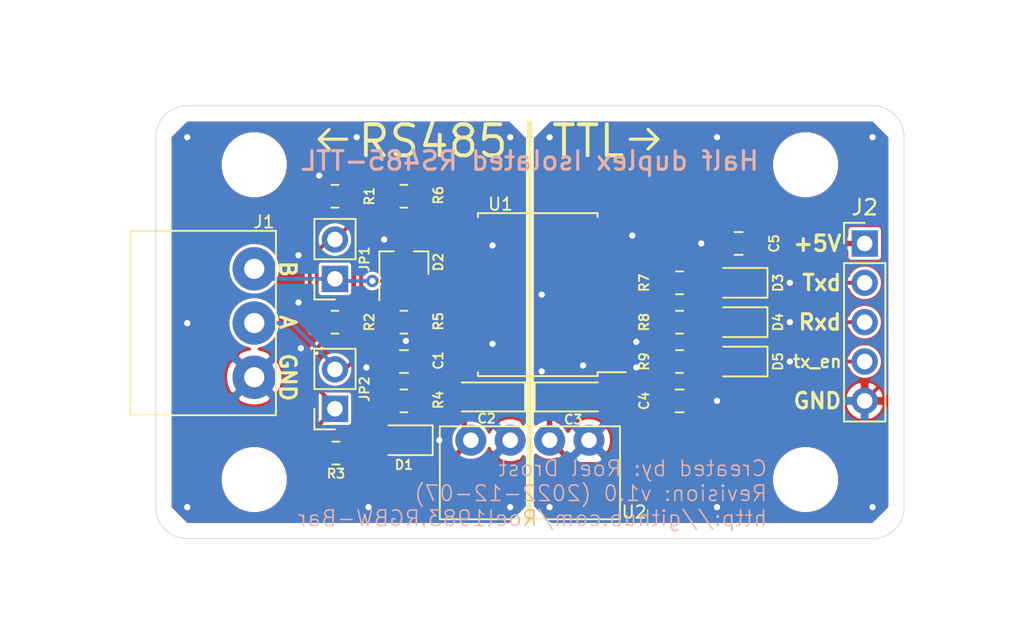
<source format=kicad_pcb>
(kicad_pcb (version 20171130) (host pcbnew 5.1.12-84ad8e8a86~92~ubuntu16.04.1)

  (general
    (thickness 1.6)
    (drawings 35)
    (tracks 170)
    (zones 0)
    (modules 29)
    (nets 20)
  )

  (page A4)
  (layers
    (0 F.Cu signal)
    (31 B.Cu signal)
    (32 B.Adhes user hide)
    (33 F.Adhes user hide)
    (34 B.Paste user hide)
    (35 F.Paste user hide)
    (36 B.SilkS user)
    (37 F.SilkS user)
    (38 B.Mask user hide)
    (39 F.Mask user hide)
    (40 Dwgs.User user)
    (41 Cmts.User user hide)
    (42 Eco1.User user hide)
    (43 Eco2.User user hide)
    (44 Edge.Cuts user)
    (45 Margin user hide)
    (46 B.CrtYd user)
    (47 F.CrtYd user)
    (48 B.Fab user hide)
    (49 F.Fab user hide)
  )

  (setup
    (last_trace_width 0.25)
    (trace_clearance 0.2)
    (zone_clearance 0.2)
    (zone_45_only no)
    (trace_min 0.2)
    (via_size 0.8)
    (via_drill 0.4)
    (via_min_size 0.4)
    (via_min_drill 0.3)
    (uvia_size 0.3)
    (uvia_drill 0.1)
    (uvias_allowed no)
    (uvia_min_size 0.2)
    (uvia_min_drill 0.1)
    (edge_width 0.05)
    (segment_width 0.2)
    (pcb_text_width 0.3)
    (pcb_text_size 1.5 1.5)
    (mod_edge_width 0.12)
    (mod_text_size 1 1)
    (mod_text_width 0.15)
    (pad_size 3.2 3.2)
    (pad_drill 3.2)
    (pad_to_mask_clearance 0)
    (aux_axis_origin 127 98.806)
    (visible_elements FFFFFF7F)
    (pcbplotparams
      (layerselection 0x010fc_ffffffff)
      (usegerberextensions true)
      (usegerberattributes false)
      (usegerberadvancedattributes false)
      (creategerberjobfile false)
      (excludeedgelayer true)
      (linewidth 0.100000)
      (plotframeref false)
      (viasonmask false)
      (mode 1)
      (useauxorigin false)
      (hpglpennumber 1)
      (hpglpenspeed 20)
      (hpglpendiameter 15.000000)
      (psnegative false)
      (psa4output false)
      (plotreference true)
      (plotvalue false)
      (plotinvisibletext false)
      (padsonsilk false)
      (subtractmaskfromsilk true)
      (outputformat 1)
      (mirror false)
      (drillshape 0)
      (scaleselection 1)
      (outputdirectory "Release/JLCPCB/RS485-TTL/"))
  )

  (net 0 "")
  (net 1 +5V)
  (net 2 GND)
  (net 3 GND_iso)
  (net 4 +5V_iso)
  (net 5 /B)
  (net 6 /A)
  (net 7 /txd)
  (net 8 /rxd)
  (net 9 /tx_en)
  (net 10 "Net-(D1-Pad2)")
  (net 11 "Net-(D3-Pad2)")
  (net 12 "Net-(D4-Pad2)")
  (net 13 "Net-(D5-Pad2)")
  (net 14 "Net-(JP1-Pad2)")
  (net 15 "Net-(JP2-Pad1)")
  (net 16 "Net-(R5-Pad2)")
  (net 17 "Net-(R6-Pad2)")
  (net 18 "Net-(U1-Pad11)")
  (net 19 "Net-(U1-Pad14)")

  (net_class Default "This is the default net class."
    (clearance 0.2)
    (trace_width 0.25)
    (via_dia 0.8)
    (via_drill 0.4)
    (uvia_dia 0.3)
    (uvia_drill 0.1)
    (add_net /A)
    (add_net /B)
    (add_net /rxd)
    (add_net /tx_en)
    (add_net /txd)
    (add_net GND)
    (add_net GND_iso)
    (add_net "Net-(D1-Pad2)")
    (add_net "Net-(D3-Pad2)")
    (add_net "Net-(D4-Pad2)")
    (add_net "Net-(D5-Pad2)")
    (add_net "Net-(JP1-Pad2)")
    (add_net "Net-(JP2-Pad1)")
    (add_net "Net-(R5-Pad2)")
    (add_net "Net-(R6-Pad2)")
    (add_net "Net-(U1-Pad11)")
    (add_net "Net-(U1-Pad14)")
  )

  (net_class Power ""
    (clearance 0.2)
    (trace_width 0.35)
    (via_dia 0.8)
    (via_drill 0.4)
    (uvia_dia 0.3)
    (uvia_drill 0.1)
    (add_net +5V)
    (add_net +5V_iso)
  )

  (module RGBW-Bar:15EDGRC-3.5-3P (layer F.Cu) (tedit 6373A4F1) (tstamp 63754DDC)
    (at 133.35 88.392 90)
    (path /639243D3)
    (fp_text reference J1 (at 10.033 1.397) (layer F.SilkS)
      (effects (font (size 0.8 0.8) (thickness 0.12)) (justify right))
    )
    (fp_text value RS485 (at 3.5 -8.8 90) (layer F.Fab)
      (effects (font (size 1 1) (thickness 0.15)))
    )
    (fp_line (start 9.65 -8.2) (end -2.65 -8.2) (layer F.CrtYd) (width 0.05))
    (fp_line (start -2.65 1.6) (end 9.65 1.6) (layer F.CrtYd) (width 0.05))
    (fp_line (start 9.65 -8.2) (end 9.65 1.6) (layer F.CrtYd) (width 0.05))
    (fp_line (start -2.65 1.6) (end -2.65 -8.2) (layer F.CrtYd) (width 0.05))
    (fp_line (start -2.45 -8) (end -2.45 1.4) (layer F.SilkS) (width 0.12))
    (fp_line (start 9.45 -8) (end 9.45 1.4) (layer F.SilkS) (width 0.12))
    (fp_line (start -2.45 -8) (end 9.45 -8) (layer F.SilkS) (width 0.12))
    (fp_line (start 9.45 1.4) (end -2.45 1.4) (layer F.SilkS) (width 0.12))
    (fp_line (start -2.45 1.4) (end 9.45 1.4) (layer F.Fab) (width 0.12))
    (fp_line (start 9.45 1.4) (end 9.45 -8) (layer F.Fab) (width 0.12))
    (fp_line (start 9.45 -8) (end -2.45 -8) (layer F.Fab) (width 0.12))
    (fp_line (start -2.45 -8) (end -2.45 1.4) (layer F.Fab) (width 0.12))
    (pad 1 thru_hole circle (at 0 0 90) (size 2.8 2.8) (drill 1.3) (layers *.Cu *.Mask)
      (net 3 GND_iso))
    (pad 2 thru_hole circle (at 3.5 0 90) (size 2.8 2.8) (drill 1.3) (layers *.Cu *.Mask)
      (net 6 /A))
    (pad 3 thru_hole circle (at 7 0 90) (size 2.8 2.8) (drill 1.3) (layers *.Cu *.Mask)
      (net 5 /B))
  )

  (module Connector_PinSocket_2.54mm:PinSocket_1x02_P2.54mm_Vertical (layer F.Cu) (tedit 5A19A420) (tstamp 637607E2)
    (at 138.557 90.424 180)
    (descr "Through hole straight socket strip, 1x02, 2.54mm pitch, single row (from Kicad 4.0.7), script generated")
    (tags "Through hole socket strip THT 1x02 2.54mm single row")
    (path /63ACA910)
    (fp_text reference JP2 (at -1.905 1.27 90) (layer F.SilkS)
      (effects (font (size 0.6 0.6) (thickness 0.12)))
    )
    (fp_text value Jumper_2_Open (at 0 5.31) (layer F.Fab)
      (effects (font (size 1 1) (thickness 0.15)))
    )
    (fp_line (start -1.8 4.3) (end -1.8 -1.8) (layer F.CrtYd) (width 0.05))
    (fp_line (start 1.75 4.3) (end -1.8 4.3) (layer F.CrtYd) (width 0.05))
    (fp_line (start 1.75 -1.8) (end 1.75 4.3) (layer F.CrtYd) (width 0.05))
    (fp_line (start -1.8 -1.8) (end 1.75 -1.8) (layer F.CrtYd) (width 0.05))
    (fp_line (start 0 -1.33) (end 1.33 -1.33) (layer F.SilkS) (width 0.12))
    (fp_line (start 1.33 -1.33) (end 1.33 0) (layer F.SilkS) (width 0.12))
    (fp_line (start 1.33 1.27) (end 1.33 3.87) (layer F.SilkS) (width 0.12))
    (fp_line (start -1.33 3.87) (end 1.33 3.87) (layer F.SilkS) (width 0.12))
    (fp_line (start -1.33 1.27) (end -1.33 3.87) (layer F.SilkS) (width 0.12))
    (fp_line (start -1.33 1.27) (end 1.33 1.27) (layer F.SilkS) (width 0.12))
    (fp_line (start -1.27 3.81) (end -1.27 -1.27) (layer F.Fab) (width 0.1))
    (fp_line (start 1.27 3.81) (end -1.27 3.81) (layer F.Fab) (width 0.1))
    (fp_line (start 1.27 -0.635) (end 1.27 3.81) (layer F.Fab) (width 0.1))
    (fp_line (start 0.635 -1.27) (end 1.27 -0.635) (layer F.Fab) (width 0.1))
    (fp_line (start -1.27 -1.27) (end 0.635 -1.27) (layer F.Fab) (width 0.1))
    (fp_text user %R (at 0 1.27 90) (layer F.Fab)
      (effects (font (size 1 1) (thickness 0.15)))
    )
    (pad 2 thru_hole oval (at 0 2.54 180) (size 1.7 1.7) (drill 1) (layers *.Cu *.Mask)
      (net 6 /A))
    (pad 1 thru_hole rect (at 0 0 180) (size 1.7 1.7) (drill 1) (layers *.Cu *.Mask)
      (net 15 "Net-(JP2-Pad1)"))
    (model ${KISYS3DMOD}/Connector_PinSocket_2.54mm.3dshapes/PinSocket_1x02_P2.54mm_Vertical.wrl
      (at (xyz 0 0 0))
      (scale (xyz 1 1 1))
      (rotate (xyz 0 0 0))
    )
  )

  (module Capacitor_Tantalum_SMD:CP_EIA-3216-18_Kemet-A_Pad1.58x1.35mm_HandSolder (layer F.Cu) (tedit 5EBA9318) (tstamp 6373D583)
    (at 153.924 89.662)
    (descr "Tantalum Capacitor SMD Kemet-A (3216-18 Metric), IPC_7351 nominal, (Body size from: http://www.kemet.com/Lists/ProductCatalog/Attachments/253/KEM_TC101_STD.pdf), generated with kicad-footprint-generator")
    (tags "capacitor tantalum")
    (path /639243BB)
    (attr smd)
    (fp_text reference C3 (at 0 1.4605 180) (layer F.SilkS)
      (effects (font (size 0.6 0.6) (thickness 0.12)))
    )
    (fp_text value 4.7uF (at 0.047 1.397 180) (layer F.Fab)
      (effects (font (size 0.8 0.8) (thickness 0.12)))
    )
    (fp_line (start 2.48 1.05) (end -2.48 1.05) (layer F.CrtYd) (width 0.05))
    (fp_line (start 2.48 -1.05) (end 2.48 1.05) (layer F.CrtYd) (width 0.05))
    (fp_line (start -2.48 -1.05) (end 2.48 -1.05) (layer F.CrtYd) (width 0.05))
    (fp_line (start -2.48 1.05) (end -2.48 -1.05) (layer F.CrtYd) (width 0.05))
    (fp_line (start -2.485 0.935) (end 1.6 0.935) (layer F.SilkS) (width 0.12))
    (fp_line (start -2.485 -0.935) (end -2.485 0.935) (layer F.SilkS) (width 0.12))
    (fp_line (start 1.6 -0.935) (end -2.485 -0.935) (layer F.SilkS) (width 0.12))
    (fp_line (start 1.6 0.8) (end 1.6 -0.8) (layer F.Fab) (width 0.1))
    (fp_line (start -1.6 0.8) (end 1.6 0.8) (layer F.Fab) (width 0.1))
    (fp_line (start -1.6 -0.4) (end -1.6 0.8) (layer F.Fab) (width 0.1))
    (fp_line (start -1.2 -0.8) (end -1.6 -0.4) (layer F.Fab) (width 0.1))
    (fp_line (start 1.6 -0.8) (end -1.2 -0.8) (layer F.Fab) (width 0.1))
    (fp_text user %R (at 0 0 180) (layer F.Fab)
      (effects (font (size 0.8 0.8) (thickness 0.12)))
    )
    (pad 2 smd roundrect (at 1.4375 0) (size 1.575 1.35) (layers F.Cu F.Paste F.Mask) (roundrect_rratio 0.1851844444444445)
      (net 2 GND))
    (pad 1 smd roundrect (at -1.4375 0) (size 1.575 1.35) (layers F.Cu F.Paste F.Mask) (roundrect_rratio 0.1851844444444445)
      (net 1 +5V))
    (model ${KISYS3DMOD}/Capacitor_Tantalum_SMD.3dshapes/CP_EIA-3216-18_Kemet-A.wrl
      (at (xyz 0 0 0))
      (scale (xyz 1 1 1))
      (rotate (xyz 0 0 0))
    )
  )

  (module RGBW-Bar:B0505S-1W (layer F.Cu) (tedit 60E372F2) (tstamp 6373966E)
    (at 154.94 92.456 180)
    (path /639243C1)
    (fp_text reference U2 (at -2.032 -4.6355 180) (layer F.SilkS)
      (effects (font (size 0.8 0.8) (thickness 0.12)) (justify left))
    )
    (fp_text value B0505S-1W-SIP4 (at 3.81 -1.778) (layer F.Fab)
      (effects (font (size 0.8 0.8) (thickness 0.15)))
    )
    (fp_line (start -2 0.9) (end -2 -5.1) (layer F.Fab) (width 0.12))
    (fp_line (start 9.62 0.9) (end -2 0.9) (layer F.Fab) (width 0.12))
    (fp_line (start 9.62 -5.1) (end 9.62 0.9) (layer F.Fab) (width 0.12))
    (fp_line (start -2 -5.1) (end 9.62 -5.1) (layer F.Fab) (width 0.12))
    (fp_line (start -2 0.9) (end 9.62 0.9) (layer F.SilkS) (width 0.12))
    (fp_line (start -2 -5.1) (end 9.62 -5.1) (layer F.SilkS) (width 0.12))
    (fp_line (start 9.62 -5.1) (end 9.62 0.9) (layer F.SilkS) (width 0.12))
    (fp_line (start -2 -5.1) (end -2 0.9) (layer F.SilkS) (width 0.12))
    (fp_line (start -2.2 -5.3) (end -2.2 1.1) (layer F.CrtYd) (width 0.05))
    (fp_line (start 9.82 -5.3) (end 9.82 1.1) (layer F.CrtYd) (width 0.05))
    (fp_line (start -2.2 -5.3) (end 9.82 -5.3) (layer F.CrtYd) (width 0.05))
    (fp_line (start 9.82 1.1) (end -2.2 1.1) (layer F.CrtYd) (width 0.05))
    (pad 1 thru_hole circle (at 0 0 180) (size 2 2) (drill 1) (layers *.Cu *.Mask)
      (net 2 GND))
    (pad 2 thru_hole circle (at 2.54 0 180) (size 2 2) (drill 1) (layers *.Cu *.Mask)
      (net 1 +5V))
    (pad 3 thru_hole circle (at 5.08 0 180) (size 2 2) (drill 1) (layers *.Cu *.Mask)
      (net 3 GND_iso))
    (pad 4 thru_hole circle (at 7.62 0 180) (size 2 2) (drill 1) (layers *.Cu *.Mask)
      (net 4 +5V_iso))
  )

  (module Resistor_SMD:R_0805_2012Metric_Pad1.20x1.40mm_HandSolder (layer F.Cu) (tedit 5F68FEEE) (tstamp 6372AA11)
    (at 143.002 84.836)
    (descr "Resistor SMD 0805 (2012 Metric), square (rectangular) end terminal, IPC_7351 nominal with elongated pad for handsoldering. (Body size source: IPC-SM-782 page 72, https://www.pcb-3d.com/wordpress/wp-content/uploads/ipc-sm-782a_amendment_1_and_2.pdf), generated with kicad-footprint-generator")
    (tags "resistor handsolder")
    (path /639243F2)
    (attr smd)
    (fp_text reference R5 (at 2.2225 -0.0517 90) (layer F.SilkS)
      (effects (font (size 0.6 0.6) (thickness 0.12)))
    )
    (fp_text value 10R (at -1.016 0) (layer F.Fab)
      (effects (font (size 0.8 0.8) (thickness 0.1)) (justify right))
    )
    (fp_line (start -1 0.625) (end -1 -0.625) (layer F.Fab) (width 0.1))
    (fp_line (start -1 -0.625) (end 1 -0.625) (layer F.Fab) (width 0.1))
    (fp_line (start 1 -0.625) (end 1 0.625) (layer F.Fab) (width 0.1))
    (fp_line (start 1 0.625) (end -1 0.625) (layer F.Fab) (width 0.1))
    (fp_line (start -0.227064 -0.735) (end 0.227064 -0.735) (layer F.SilkS) (width 0.12))
    (fp_line (start -0.227064 0.735) (end 0.227064 0.735) (layer F.SilkS) (width 0.12))
    (fp_line (start -1.85 0.95) (end -1.85 -0.95) (layer F.CrtYd) (width 0.05))
    (fp_line (start -1.85 -0.95) (end 1.85 -0.95) (layer F.CrtYd) (width 0.05))
    (fp_line (start 1.85 -0.95) (end 1.85 0.95) (layer F.CrtYd) (width 0.05))
    (fp_line (start 1.85 0.95) (end -1.85 0.95) (layer F.CrtYd) (width 0.05))
    (fp_text user %R (at 0 0) (layer F.Fab)
      (effects (font (size 0.5 0.5) (thickness 0.08)))
    )
    (pad 1 smd roundrect (at -1 0) (size 1.2 1.4) (layers F.Cu F.Paste F.Mask) (roundrect_rratio 0.2083325)
      (net 5 /B))
    (pad 2 smd roundrect (at 1 0) (size 1.2 1.4) (layers F.Cu F.Paste F.Mask) (roundrect_rratio 0.2083325)
      (net 16 "Net-(R5-Pad2)"))
    (model ${KISYS3DMOD}/Resistor_SMD.3dshapes/R_0805_2012Metric.wrl
      (at (xyz 0 0 0))
      (scale (xyz 1 1 1))
      (rotate (xyz 0 0 0))
    )
  )

  (module Capacitor_SMD:C_0805_2012Metric_Pad1.18x1.45mm_HandSolder (layer F.Cu) (tedit 5F68FEEF) (tstamp 6373E968)
    (at 160.782 89.916)
    (descr "Capacitor SMD 0805 (2012 Metric), square (rectangular) end terminal, IPC_7351 nominal with elongated pad for handsoldering. (Body size source: IPC-SM-782 page 76, https://www.pcb-3d.com/wordpress/wp-content/uploads/ipc-sm-782a_amendment_1_and_2.pdf, https://docs.google.com/spreadsheets/d/1BsfQQcO9C6DZCsRaXUlFlo91Tg2WpOkGARC1WS5S8t0/edit?usp=sharing), generated with kicad-footprint-generator")
    (tags "capacitor handsolder")
    (path /63924423)
    (attr smd)
    (fp_text reference C4 (at -2.286 0 90) (layer F.SilkS)
      (effects (font (size 0.6 0.6) (thickness 0.12)))
    )
    (fp_text value 0.1uF (at 1.143 0 180) (layer F.Fab)
      (effects (font (size 0.8 0.8) (thickness 0.1)) (justify right))
    )
    (fp_line (start -1 0.625) (end -1 -0.625) (layer F.Fab) (width 0.1))
    (fp_line (start -1 -0.625) (end 1 -0.625) (layer F.Fab) (width 0.1))
    (fp_line (start 1 -0.625) (end 1 0.625) (layer F.Fab) (width 0.1))
    (fp_line (start 1 0.625) (end -1 0.625) (layer F.Fab) (width 0.1))
    (fp_line (start -0.261252 -0.735) (end 0.261252 -0.735) (layer F.SilkS) (width 0.12))
    (fp_line (start -0.261252 0.735) (end 0.261252 0.735) (layer F.SilkS) (width 0.12))
    (fp_line (start -1.88 0.98) (end -1.88 -0.98) (layer F.CrtYd) (width 0.05))
    (fp_line (start -1.88 -0.98) (end 1.88 -0.98) (layer F.CrtYd) (width 0.05))
    (fp_line (start 1.88 -0.98) (end 1.88 0.98) (layer F.CrtYd) (width 0.05))
    (fp_line (start 1.88 0.98) (end -1.88 0.98) (layer F.CrtYd) (width 0.05))
    (fp_text user %R (at 0 0 180) (layer F.Fab)
      (effects (font (size 0.5 0.5) (thickness 0.08)))
    )
    (pad 1 smd roundrect (at -1.0375 0) (size 1.175 1.45) (layers F.Cu F.Paste F.Mask) (roundrect_rratio 0.2127659574468085)
      (net 1 +5V))
    (pad 2 smd roundrect (at 1.0375 0) (size 1.175 1.45) (layers F.Cu F.Paste F.Mask) (roundrect_rratio 0.2127659574468085)
      (net 2 GND))
    (model ${KISYS3DMOD}/Capacitor_SMD.3dshapes/C_0805_2012Metric.wrl
      (at (xyz 0 0 0))
      (scale (xyz 1 1 1))
      (rotate (xyz 0 0 0))
    )
  )

  (module Capacitor_SMD:C_0805_2012Metric_Pad1.18x1.45mm_HandSolder (layer F.Cu) (tedit 5F68FEEF) (tstamp 6372A9F1)
    (at 143.002 87.376)
    (descr "Capacitor SMD 0805 (2012 Metric), square (rectangular) end terminal, IPC_7351 nominal with elongated pad for handsoldering. (Body size source: IPC-SM-782 page 76, https://www.pcb-3d.com/wordpress/wp-content/uploads/ipc-sm-782a_amendment_1_and_2.pdf, https://docs.google.com/spreadsheets/d/1BsfQQcO9C6DZCsRaXUlFlo91Tg2WpOkGARC1WS5S8t0/edit?usp=sharing), generated with kicad-footprint-generator")
    (tags "capacitor handsolder")
    (path /6392437E)
    (attr smd)
    (fp_text reference C1 (at 2.2225 -0.0635 90) (layer F.SilkS)
      (effects (font (size 0.6 0.6) (thickness 0.12)))
    )
    (fp_text value 0.1uF (at -1.016 0) (layer F.Fab)
      (effects (font (size 0.8 0.8) (thickness 0.1)) (justify right))
    )
    (fp_line (start -1 0.625) (end -1 -0.625) (layer F.Fab) (width 0.1))
    (fp_line (start -1 -0.625) (end 1 -0.625) (layer F.Fab) (width 0.1))
    (fp_line (start 1 -0.625) (end 1 0.625) (layer F.Fab) (width 0.1))
    (fp_line (start 1 0.625) (end -1 0.625) (layer F.Fab) (width 0.1))
    (fp_line (start -0.261252 -0.735) (end 0.261252 -0.735) (layer F.SilkS) (width 0.12))
    (fp_line (start -0.261252 0.735) (end 0.261252 0.735) (layer F.SilkS) (width 0.12))
    (fp_line (start -1.88 0.98) (end -1.88 -0.98) (layer F.CrtYd) (width 0.05))
    (fp_line (start -1.88 -0.98) (end 1.88 -0.98) (layer F.CrtYd) (width 0.05))
    (fp_line (start 1.88 -0.98) (end 1.88 0.98) (layer F.CrtYd) (width 0.05))
    (fp_line (start 1.88 0.98) (end -1.88 0.98) (layer F.CrtYd) (width 0.05))
    (fp_text user %R (at 0 0) (layer F.Fab)
      (effects (font (size 0.5 0.5) (thickness 0.08)))
    )
    (pad 1 smd roundrect (at -1.0375 0) (size 1.175 1.45) (layers F.Cu F.Paste F.Mask) (roundrect_rratio 0.2127659574468085)
      (net 3 GND_iso))
    (pad 2 smd roundrect (at 1.0375 0) (size 1.175 1.45) (layers F.Cu F.Paste F.Mask) (roundrect_rratio 0.2127659574468085)
      (net 4 +5V_iso))
    (model ${KISYS3DMOD}/Capacitor_SMD.3dshapes/C_0805_2012Metric.wrl
      (at (xyz 0 0 0))
      (scale (xyz 1 1 1))
      (rotate (xyz 0 0 0))
    )
  )

  (module Capacitor_Tantalum_SMD:CP_EIA-3216-18_Kemet-A_Pad1.58x1.35mm_HandSolder (layer F.Cu) (tedit 5EBA9318) (tstamp 6372A95B)
    (at 148.336 89.662 180)
    (descr "Tantalum Capacitor SMD Kemet-A (3216-18 Metric), IPC_7351 nominal, (Body size from: http://www.kemet.com/Lists/ProductCatalog/Attachments/253/KEM_TC101_STD.pdf), generated with kicad-footprint-generator")
    (tags "capacitor tantalum")
    (path /639243B5)
    (attr smd)
    (fp_text reference C2 (at 0 -1.397 180) (layer F.SilkS)
      (effects (font (size 0.6 0.6) (thickness 0.12)))
    )
    (fp_text value 10uF (at 0 -1.528) (layer F.Fab)
      (effects (font (size 0.8 0.8) (thickness 0.12)))
    )
    (fp_line (start 1.6 -0.8) (end -1.2 -0.8) (layer F.Fab) (width 0.1))
    (fp_line (start -1.2 -0.8) (end -1.6 -0.4) (layer F.Fab) (width 0.1))
    (fp_line (start -1.6 -0.4) (end -1.6 0.8) (layer F.Fab) (width 0.1))
    (fp_line (start -1.6 0.8) (end 1.6 0.8) (layer F.Fab) (width 0.1))
    (fp_line (start 1.6 0.8) (end 1.6 -0.8) (layer F.Fab) (width 0.1))
    (fp_line (start 1.6 -0.935) (end -2.485 -0.935) (layer F.SilkS) (width 0.12))
    (fp_line (start -2.485 -0.935) (end -2.485 0.935) (layer F.SilkS) (width 0.12))
    (fp_line (start -2.485 0.935) (end 1.6 0.935) (layer F.SilkS) (width 0.12))
    (fp_line (start -2.48 1.05) (end -2.48 -1.05) (layer F.CrtYd) (width 0.05))
    (fp_line (start -2.48 -1.05) (end 2.48 -1.05) (layer F.CrtYd) (width 0.05))
    (fp_line (start 2.48 -1.05) (end 2.48 1.05) (layer F.CrtYd) (width 0.05))
    (fp_line (start 2.48 1.05) (end -2.48 1.05) (layer F.CrtYd) (width 0.05))
    (fp_text user %R (at 0 0) (layer F.Fab)
      (effects (font (size 0.8 0.8) (thickness 0.12)))
    )
    (pad 1 smd roundrect (at -1.4375 0 180) (size 1.575 1.35) (layers F.Cu F.Paste F.Mask) (roundrect_rratio 0.1851844444444445)
      (net 3 GND_iso))
    (pad 2 smd roundrect (at 1.4375 0 180) (size 1.575 1.35) (layers F.Cu F.Paste F.Mask) (roundrect_rratio 0.1851844444444445)
      (net 4 +5V_iso))
    (model ${KISYS3DMOD}/Capacitor_Tantalum_SMD.3dshapes/CP_EIA-3216-18_Kemet-A.wrl
      (at (xyz 0 0 0))
      (scale (xyz 1 1 1))
      (rotate (xyz 0 0 0))
    )
  )

  (module Package_TO_SOT_SMD:SOT-23_Handsoldering (layer F.Cu) (tedit 5A0AB76C) (tstamp 6372A935)
    (at 143.002 81.026 90)
    (descr "SOT-23, Handsoldering")
    (tags SOT-23)
    (path /63924441)
    (attr smd)
    (fp_text reference D2 (at 0.0635 2.2225 90) (layer F.SilkS)
      (effects (font (size 0.6 0.6) (thickness 0.12)))
    )
    (fp_text value PSM712 (at 1.136 -0.047 -180) (layer F.Fab)
      (effects (font (size 0.5 0.5) (thickness 0.08)))
    )
    (fp_line (start 0.76 1.58) (end 0.76 0.65) (layer F.SilkS) (width 0.12))
    (fp_line (start 0.76 -1.58) (end 0.76 -0.65) (layer F.SilkS) (width 0.12))
    (fp_line (start -2.7 -1.75) (end 2.7 -1.75) (layer F.CrtYd) (width 0.05))
    (fp_line (start 2.7 -1.75) (end 2.7 1.75) (layer F.CrtYd) (width 0.05))
    (fp_line (start 2.7 1.75) (end -2.7 1.75) (layer F.CrtYd) (width 0.05))
    (fp_line (start -2.7 1.75) (end -2.7 -1.75) (layer F.CrtYd) (width 0.05))
    (fp_line (start 0.76 -1.58) (end -2.4 -1.58) (layer F.SilkS) (width 0.12))
    (fp_line (start -0.7 -0.95) (end -0.7 1.5) (layer F.Fab) (width 0.1))
    (fp_line (start -0.15 -1.52) (end 0.7 -1.52) (layer F.Fab) (width 0.1))
    (fp_line (start -0.7 -0.95) (end -0.15 -1.52) (layer F.Fab) (width 0.1))
    (fp_line (start 0.7 -1.52) (end 0.7 1.52) (layer F.Fab) (width 0.1))
    (fp_line (start -0.7 1.52) (end 0.7 1.52) (layer F.Fab) (width 0.1))
    (fp_line (start 0.76 1.58) (end -0.7 1.58) (layer F.SilkS) (width 0.12))
    (fp_text user %R (at 0 0 -180) (layer F.Fab)
      (effects (font (size 0.5 0.5) (thickness 0.075)))
    )
    (pad 1 smd rect (at -1.5 -0.95 90) (size 1.9 0.8) (layers F.Cu F.Paste F.Mask)
      (net 5 /B))
    (pad 2 smd rect (at -1.5 0.95 90) (size 1.9 0.8) (layers F.Cu F.Paste F.Mask)
      (net 6 /A))
    (pad 3 smd rect (at 1.5 0 90) (size 1.9 0.8) (layers F.Cu F.Paste F.Mask)
      (net 3 GND_iso))
    (model ${KISYS3DMOD}/Package_TO_SOT_SMD.3dshapes/SOT-23.wrl
      (at (xyz 0 0 0))
      (scale (xyz 1 1 1))
      (rotate (xyz 0 0 0))
    )
  )

  (module Resistor_SMD:R_0805_2012Metric_Pad1.20x1.40mm_HandSolder (layer F.Cu) (tedit 5F68FEEE) (tstamp 6372A925)
    (at 143.002 76.708)
    (descr "Resistor SMD 0805 (2012 Metric), square (rectangular) end terminal, IPC_7351 nominal with elongated pad for handsoldering. (Body size source: IPC-SM-782 page 72, https://www.pcb-3d.com/wordpress/wp-content/uploads/ipc-sm-782a_amendment_1_and_2.pdf), generated with kicad-footprint-generator")
    (tags "resistor handsolder")
    (path /639243C8)
    (attr smd)
    (fp_text reference R6 (at 2.2225 -0.0635 90) (layer F.SilkS)
      (effects (font (size 0.6 0.6) (thickness 0.12)))
    )
    (fp_text value 10R (at -1.016 0) (layer F.Fab)
      (effects (font (size 0.8 0.8) (thickness 0.1)) (justify right))
    )
    (fp_line (start -1 0.625) (end -1 -0.625) (layer F.Fab) (width 0.1))
    (fp_line (start -1 -0.625) (end 1 -0.625) (layer F.Fab) (width 0.1))
    (fp_line (start 1 -0.625) (end 1 0.625) (layer F.Fab) (width 0.1))
    (fp_line (start 1 0.625) (end -1 0.625) (layer F.Fab) (width 0.1))
    (fp_line (start -0.227064 -0.735) (end 0.227064 -0.735) (layer F.SilkS) (width 0.12))
    (fp_line (start -0.227064 0.735) (end 0.227064 0.735) (layer F.SilkS) (width 0.12))
    (fp_line (start -1.85 0.95) (end -1.85 -0.95) (layer F.CrtYd) (width 0.05))
    (fp_line (start -1.85 -0.95) (end 1.85 -0.95) (layer F.CrtYd) (width 0.05))
    (fp_line (start 1.85 -0.95) (end 1.85 0.95) (layer F.CrtYd) (width 0.05))
    (fp_line (start 1.85 0.95) (end -1.85 0.95) (layer F.CrtYd) (width 0.05))
    (fp_text user %R (at 0 0) (layer F.Fab)
      (effects (font (size 0.5 0.5) (thickness 0.08)))
    )
    (pad 1 smd roundrect (at -1 0) (size 1.2 1.4) (layers F.Cu F.Paste F.Mask) (roundrect_rratio 0.2083325)
      (net 6 /A))
    (pad 2 smd roundrect (at 1 0) (size 1.2 1.4) (layers F.Cu F.Paste F.Mask) (roundrect_rratio 0.2083325)
      (net 17 "Net-(R6-Pad2)"))
    (model ${KISYS3DMOD}/Resistor_SMD.3dshapes/R_0805_2012Metric.wrl
      (at (xyz 0 0 0))
      (scale (xyz 1 1 1))
      (rotate (xyz 0 0 0))
    )
  )

  (module Package_SO:SOIC-16W_7.5x10.3mm_P1.27mm (layer F.Cu) (tedit 5D9F72B1) (tstamp 6372A8FF)
    (at 151.638 83.058 180)
    (descr "SOIC, 16 Pin (JEDEC MS-013AA, https://www.analog.com/media/en/package-pcb-resources/package/pkg_pdf/soic_wide-rw/rw_16.pdf), generated with kicad-footprint-generator ipc_gullwing_generator.py")
    (tags "SOIC SO")
    (path /63924447)
    (attr smd)
    (fp_text reference U1 (at 1.524 5.842) (layer F.SilkS)
      (effects (font (size 0.8 0.8) (thickness 0.12)) (justify right))
    )
    (fp_text value ISO3082DW (at -0.098 1.39) (layer F.Fab)
      (effects (font (size 0.8 0.8) (thickness 0.12)))
    )
    (fp_line (start 0 5.26) (end 3.86 5.26) (layer F.SilkS) (width 0.12))
    (fp_line (start 3.86 5.26) (end 3.86 5.005) (layer F.SilkS) (width 0.12))
    (fp_line (start 0 5.26) (end -3.86 5.26) (layer F.SilkS) (width 0.12))
    (fp_line (start -3.86 5.26) (end -3.86 5.005) (layer F.SilkS) (width 0.12))
    (fp_line (start 0 -5.26) (end 3.86 -5.26) (layer F.SilkS) (width 0.12))
    (fp_line (start 3.86 -5.26) (end 3.86 -5.005) (layer F.SilkS) (width 0.12))
    (fp_line (start 0 -5.26) (end -3.86 -5.26) (layer F.SilkS) (width 0.12))
    (fp_line (start -3.86 -5.26) (end -3.86 -5.005) (layer F.SilkS) (width 0.12))
    (fp_line (start -3.86 -5.005) (end -5.675 -5.005) (layer F.SilkS) (width 0.12))
    (fp_line (start -2.75 -5.15) (end 3.75 -5.15) (layer F.Fab) (width 0.1))
    (fp_line (start 3.75 -5.15) (end 3.75 5.15) (layer F.Fab) (width 0.1))
    (fp_line (start 3.75 5.15) (end -3.75 5.15) (layer F.Fab) (width 0.1))
    (fp_line (start -3.75 5.15) (end -3.75 -4.15) (layer F.Fab) (width 0.1))
    (fp_line (start -3.75 -4.15) (end -2.75 -5.15) (layer F.Fab) (width 0.1))
    (fp_line (start -5.93 -5.4) (end -5.93 5.4) (layer F.CrtYd) (width 0.05))
    (fp_line (start -5.93 5.4) (end 5.93 5.4) (layer F.CrtYd) (width 0.05))
    (fp_line (start 5.93 5.4) (end 5.93 -5.4) (layer F.CrtYd) (width 0.05))
    (fp_line (start 5.93 -5.4) (end -5.93 -5.4) (layer F.CrtYd) (width 0.05))
    (fp_text user %R (at 0 0) (layer F.Fab)
      (effects (font (size 1 1) (thickness 0.15)))
    )
    (pad 1 smd roundrect (at -4.65 -4.445 180) (size 2.05 0.6) (layers F.Cu F.Paste F.Mask) (roundrect_rratio 0.25)
      (net 1 +5V))
    (pad 2 smd roundrect (at -4.65 -3.175 180) (size 2.05 0.6) (layers F.Cu F.Paste F.Mask) (roundrect_rratio 0.25)
      (net 2 GND))
    (pad 3 smd roundrect (at -4.65 -1.905 180) (size 2.05 0.6) (layers F.Cu F.Paste F.Mask) (roundrect_rratio 0.25)
      (net 8 /rxd))
    (pad 4 smd roundrect (at -4.65 -0.635 180) (size 2.05 0.6) (layers F.Cu F.Paste F.Mask) (roundrect_rratio 0.25)
      (net 9 /tx_en))
    (pad 5 smd roundrect (at -4.65 0.635 180) (size 2.05 0.6) (layers F.Cu F.Paste F.Mask) (roundrect_rratio 0.25)
      (net 9 /tx_en))
    (pad 6 smd roundrect (at -4.65 1.905 180) (size 2.05 0.6) (layers F.Cu F.Paste F.Mask) (roundrect_rratio 0.25)
      (net 7 /txd))
    (pad 7 smd roundrect (at -4.65 3.175 180) (size 2.05 0.6) (layers F.Cu F.Paste F.Mask) (roundrect_rratio 0.25)
      (net 2 GND))
    (pad 8 smd roundrect (at -4.65 4.445 180) (size 2.05 0.6) (layers F.Cu F.Paste F.Mask) (roundrect_rratio 0.25)
      (net 2 GND))
    (pad 9 smd roundrect (at 4.65 4.445 180) (size 2.05 0.6) (layers F.Cu F.Paste F.Mask) (roundrect_rratio 0.25)
      (net 3 GND_iso))
    (pad 10 smd roundrect (at 4.65 3.175 180) (size 2.05 0.6) (layers F.Cu F.Paste F.Mask) (roundrect_rratio 0.25)
      (net 3 GND_iso))
    (pad 11 smd roundrect (at 4.65 1.905 180) (size 2.05 0.6) (layers F.Cu F.Paste F.Mask) (roundrect_rratio 0.25)
      (net 18 "Net-(U1-Pad11)"))
    (pad 12 smd roundrect (at 4.65 0.635 180) (size 2.05 0.6) (layers F.Cu F.Paste F.Mask) (roundrect_rratio 0.25)
      (net 17 "Net-(R6-Pad2)"))
    (pad 13 smd roundrect (at 4.65 -0.635 180) (size 2.05 0.6) (layers F.Cu F.Paste F.Mask) (roundrect_rratio 0.25)
      (net 16 "Net-(R5-Pad2)"))
    (pad 14 smd roundrect (at 4.65 -1.905 180) (size 2.05 0.6) (layers F.Cu F.Paste F.Mask) (roundrect_rratio 0.25)
      (net 19 "Net-(U1-Pad14)"))
    (pad 15 smd roundrect (at 4.65 -3.175 180) (size 2.05 0.6) (layers F.Cu F.Paste F.Mask) (roundrect_rratio 0.25)
      (net 3 GND_iso))
    (pad 16 smd roundrect (at 4.65 -4.445 180) (size 2.05 0.6) (layers F.Cu F.Paste F.Mask) (roundrect_rratio 0.25)
      (net 4 +5V_iso))
    (model ${KISYS3DMOD}/Package_SO.3dshapes/SOIC-16W_7.5x10.3mm_P1.27mm.wrl
      (at (xyz 0 0 0))
      (scale (xyz 1 1 1))
      (rotate (xyz 0 0 0))
    )
  )

  (module LED_SMD:LED_0805_2012Metric_Pad1.15x1.40mm_HandSolder (layer F.Cu) (tedit 5F68FEF1) (tstamp 6372B96B)
    (at 164.592 82.296 180)
    (descr "LED SMD 0805 (2012 Metric), square (rectangular) end terminal, IPC_7351 nominal, (Body size source: https://docs.google.com/spreadsheets/d/1BsfQQcO9C6DZCsRaXUlFlo91Tg2WpOkGARC1WS5S8t0/edit?usp=sharing), generated with kicad-footprint-generator")
    (tags "LED handsolder")
    (path /63739F58)
    (attr smd)
    (fp_text reference D3 (at -2.54 0 90) (layer F.SilkS)
      (effects (font (size 0.6 0.6) (thickness 0.12)))
    )
    (fp_text value LED (at 0 1.65) (layer F.Fab)
      (effects (font (size 1 1) (thickness 0.15)))
    )
    (fp_line (start 1.85 0.95) (end -1.85 0.95) (layer F.CrtYd) (width 0.05))
    (fp_line (start 1.85 -0.95) (end 1.85 0.95) (layer F.CrtYd) (width 0.05))
    (fp_line (start -1.85 -0.95) (end 1.85 -0.95) (layer F.CrtYd) (width 0.05))
    (fp_line (start -1.85 0.95) (end -1.85 -0.95) (layer F.CrtYd) (width 0.05))
    (fp_line (start -1.86 0.96) (end 1 0.96) (layer F.SilkS) (width 0.12))
    (fp_line (start -1.86 -0.96) (end -1.86 0.96) (layer F.SilkS) (width 0.12))
    (fp_line (start 1 -0.96) (end -1.86 -0.96) (layer F.SilkS) (width 0.12))
    (fp_line (start 1 0.6) (end 1 -0.6) (layer F.Fab) (width 0.1))
    (fp_line (start -1 0.6) (end 1 0.6) (layer F.Fab) (width 0.1))
    (fp_line (start -1 -0.3) (end -1 0.6) (layer F.Fab) (width 0.1))
    (fp_line (start -0.7 -0.6) (end -1 -0.3) (layer F.Fab) (width 0.1))
    (fp_line (start 1 -0.6) (end -0.7 -0.6) (layer F.Fab) (width 0.1))
    (fp_text user %R (at 0 0) (layer F.Fab)
      (effects (font (size 0.5 0.5) (thickness 0.08)))
    )
    (pad 1 smd roundrect (at -1.025 0 180) (size 1.15 1.4) (layers F.Cu F.Paste F.Mask) (roundrect_rratio 0.2173904347826087)
      (net 2 GND))
    (pad 2 smd roundrect (at 1.025 0 180) (size 1.15 1.4) (layers F.Cu F.Paste F.Mask) (roundrect_rratio 0.2173904347826087)
      (net 11 "Net-(D3-Pad2)"))
    (model ${KISYS3DMOD}/LED_SMD.3dshapes/LED_0805_2012Metric.wrl
      (at (xyz 0 0 0))
      (scale (xyz 1 1 1))
      (rotate (xyz 0 0 0))
    )
  )

  (module LED_SMD:LED_0805_2012Metric_Pad1.15x1.40mm_HandSolder (layer F.Cu) (tedit 5F68FEF1) (tstamp 6372B06F)
    (at 164.592 84.836 180)
    (descr "LED SMD 0805 (2012 Metric), square (rectangular) end terminal, IPC_7351 nominal, (Body size source: https://docs.google.com/spreadsheets/d/1BsfQQcO9C6DZCsRaXUlFlo91Tg2WpOkGARC1WS5S8t0/edit?usp=sharing), generated with kicad-footprint-generator")
    (tags "LED handsolder")
    (path /6373BD7A)
    (attr smd)
    (fp_text reference D4 (at -2.54 0 90) (layer F.SilkS)
      (effects (font (size 0.6 0.6) (thickness 0.12)))
    )
    (fp_text value LED (at 0 1.65) (layer F.Fab)
      (effects (font (size 1 1) (thickness 0.15)))
    )
    (fp_line (start 1 -0.6) (end -0.7 -0.6) (layer F.Fab) (width 0.1))
    (fp_line (start -0.7 -0.6) (end -1 -0.3) (layer F.Fab) (width 0.1))
    (fp_line (start -1 -0.3) (end -1 0.6) (layer F.Fab) (width 0.1))
    (fp_line (start -1 0.6) (end 1 0.6) (layer F.Fab) (width 0.1))
    (fp_line (start 1 0.6) (end 1 -0.6) (layer F.Fab) (width 0.1))
    (fp_line (start 1 -0.96) (end -1.86 -0.96) (layer F.SilkS) (width 0.12))
    (fp_line (start -1.86 -0.96) (end -1.86 0.96) (layer F.SilkS) (width 0.12))
    (fp_line (start -1.86 0.96) (end 1 0.96) (layer F.SilkS) (width 0.12))
    (fp_line (start -1.85 0.95) (end -1.85 -0.95) (layer F.CrtYd) (width 0.05))
    (fp_line (start -1.85 -0.95) (end 1.85 -0.95) (layer F.CrtYd) (width 0.05))
    (fp_line (start 1.85 -0.95) (end 1.85 0.95) (layer F.CrtYd) (width 0.05))
    (fp_line (start 1.85 0.95) (end -1.85 0.95) (layer F.CrtYd) (width 0.05))
    (fp_text user %R (at 0 0) (layer F.Fab)
      (effects (font (size 0.5 0.5) (thickness 0.08)))
    )
    (pad 2 smd roundrect (at 1.025 0 180) (size 1.15 1.4) (layers F.Cu F.Paste F.Mask) (roundrect_rratio 0.2173904347826087)
      (net 12 "Net-(D4-Pad2)"))
    (pad 1 smd roundrect (at -1.025 0 180) (size 1.15 1.4) (layers F.Cu F.Paste F.Mask) (roundrect_rratio 0.2173904347826087)
      (net 2 GND))
    (model ${KISYS3DMOD}/LED_SMD.3dshapes/LED_0805_2012Metric.wrl
      (at (xyz 0 0 0))
      (scale (xyz 1 1 1))
      (rotate (xyz 0 0 0))
    )
  )

  (module LED_SMD:LED_0805_2012Metric_Pad1.15x1.40mm_HandSolder (layer F.Cu) (tedit 5F68FEF1) (tstamp 6372B082)
    (at 164.592 87.376 180)
    (descr "LED SMD 0805 (2012 Metric), square (rectangular) end terminal, IPC_7351 nominal, (Body size source: https://docs.google.com/spreadsheets/d/1BsfQQcO9C6DZCsRaXUlFlo91Tg2WpOkGARC1WS5S8t0/edit?usp=sharing), generated with kicad-footprint-generator")
    (tags "LED handsolder")
    (path /6373C640)
    (attr smd)
    (fp_text reference D5 (at -2.54 0 90) (layer F.SilkS)
      (effects (font (size 0.6 0.6) (thickness 0.12)))
    )
    (fp_text value LED (at 0 1.65) (layer F.Fab)
      (effects (font (size 1 1) (thickness 0.15)))
    )
    (fp_line (start 1.85 0.95) (end -1.85 0.95) (layer F.CrtYd) (width 0.05))
    (fp_line (start 1.85 -0.95) (end 1.85 0.95) (layer F.CrtYd) (width 0.05))
    (fp_line (start -1.85 -0.95) (end 1.85 -0.95) (layer F.CrtYd) (width 0.05))
    (fp_line (start -1.85 0.95) (end -1.85 -0.95) (layer F.CrtYd) (width 0.05))
    (fp_line (start -1.86 0.96) (end 1 0.96) (layer F.SilkS) (width 0.12))
    (fp_line (start -1.86 -0.96) (end -1.86 0.96) (layer F.SilkS) (width 0.12))
    (fp_line (start 1 -0.96) (end -1.86 -0.96) (layer F.SilkS) (width 0.12))
    (fp_line (start 1 0.6) (end 1 -0.6) (layer F.Fab) (width 0.1))
    (fp_line (start -1 0.6) (end 1 0.6) (layer F.Fab) (width 0.1))
    (fp_line (start -1 -0.3) (end -1 0.6) (layer F.Fab) (width 0.1))
    (fp_line (start -0.7 -0.6) (end -1 -0.3) (layer F.Fab) (width 0.1))
    (fp_line (start 1 -0.6) (end -0.7 -0.6) (layer F.Fab) (width 0.1))
    (fp_text user %R (at 0 0) (layer F.Fab)
      (effects (font (size 0.5 0.5) (thickness 0.08)))
    )
    (pad 1 smd roundrect (at -1.025 0 180) (size 1.15 1.4) (layers F.Cu F.Paste F.Mask) (roundrect_rratio 0.2173904347826087)
      (net 2 GND))
    (pad 2 smd roundrect (at 1.025 0 180) (size 1.15 1.4) (layers F.Cu F.Paste F.Mask) (roundrect_rratio 0.2173904347826087)
      (net 13 "Net-(D5-Pad2)"))
    (model ${KISYS3DMOD}/LED_SMD.3dshapes/LED_0805_2012Metric.wrl
      (at (xyz 0 0 0))
      (scale (xyz 1 1 1))
      (rotate (xyz 0 0 0))
    )
  )

  (module LED_SMD:LED_0805_2012Metric_Pad1.15x1.40mm_HandSolder (layer F.Cu) (tedit 5F68FEF1) (tstamp 6372B095)
    (at 143.002 92.456 180)
    (descr "LED SMD 0805 (2012 Metric), square (rectangular) end terminal, IPC_7351 nominal, (Body size source: https://docs.google.com/spreadsheets/d/1BsfQQcO9C6DZCsRaXUlFlo91Tg2WpOkGARC1WS5S8t0/edit?usp=sharing), generated with kicad-footprint-generator")
    (tags "LED handsolder")
    (path /63A5527E)
    (attr smd)
    (fp_text reference D1 (at 0 -1.5875 180) (layer F.SilkS)
      (effects (font (size 0.6 0.6) (thickness 0.12)))
    )
    (fp_text value LED (at 0 1.65) (layer F.Fab)
      (effects (font (size 1 1) (thickness 0.15)))
    )
    (fp_line (start 1 -0.6) (end -0.7 -0.6) (layer F.Fab) (width 0.1))
    (fp_line (start -0.7 -0.6) (end -1 -0.3) (layer F.Fab) (width 0.1))
    (fp_line (start -1 -0.3) (end -1 0.6) (layer F.Fab) (width 0.1))
    (fp_line (start -1 0.6) (end 1 0.6) (layer F.Fab) (width 0.1))
    (fp_line (start 1 0.6) (end 1 -0.6) (layer F.Fab) (width 0.1))
    (fp_line (start 1 -0.96) (end -1.86 -0.96) (layer F.SilkS) (width 0.12))
    (fp_line (start -1.86 -0.96) (end -1.86 0.96) (layer F.SilkS) (width 0.12))
    (fp_line (start -1.86 0.96) (end 1 0.96) (layer F.SilkS) (width 0.12))
    (fp_line (start -1.85 0.95) (end -1.85 -0.95) (layer F.CrtYd) (width 0.05))
    (fp_line (start -1.85 -0.95) (end 1.85 -0.95) (layer F.CrtYd) (width 0.05))
    (fp_line (start 1.85 -0.95) (end 1.85 0.95) (layer F.CrtYd) (width 0.05))
    (fp_line (start 1.85 0.95) (end -1.85 0.95) (layer F.CrtYd) (width 0.05))
    (fp_text user %R (at 0 0) (layer F.Fab)
      (effects (font (size 0.5 0.5) (thickness 0.08)))
    )
    (pad 2 smd roundrect (at 1.025 0 180) (size 1.15 1.4) (layers F.Cu F.Paste F.Mask) (roundrect_rratio 0.2173904347826087)
      (net 10 "Net-(D1-Pad2)"))
    (pad 1 smd roundrect (at -1.025 0 180) (size 1.15 1.4) (layers F.Cu F.Paste F.Mask) (roundrect_rratio 0.2173904347826087)
      (net 3 GND_iso))
    (model ${KISYS3DMOD}/LED_SMD.3dshapes/LED_0805_2012Metric.wrl
      (at (xyz 0 0 0))
      (scale (xyz 1 1 1))
      (rotate (xyz 0 0 0))
    )
  )

  (module MountingHole:MountingHole_3.2mm_M3 (layer F.Cu) (tedit 6374C3EE) (tstamp 63754D79)
    (at 133.35 74.676)
    (descr "Mounting Hole 3.2mm, no annular, M3")
    (tags "mounting hole 3.2mm no annular m3")
    (path /6372B001)
    (attr virtual)
    (fp_text reference H1 (at -4.064 0 90) (layer F.SilkS) hide
      (effects (font (size 1 1) (thickness 0.15)))
    )
    (fp_text value MountingHole (at 0 4.2) (layer F.Fab)
      (effects (font (size 1 1) (thickness 0.15)))
    )
    (fp_circle (center 0 0) (end 3.2 0) (layer Cmts.User) (width 0.15))
    (fp_circle (center 0 0) (end 3.45 0) (layer F.CrtYd) (width 0.05))
    (fp_text user %R (at 0.3 0) (layer F.Fab)
      (effects (font (size 1 1) (thickness 0.15)))
    )
    (pad "" np_thru_hole circle (at 0 0) (size 3.2 3.2) (drill 3.2) (layers *.Cu *.Mask)
      (clearance 0.5))
  )

  (module MountingHole:MountingHole_3.2mm_M3 (layer F.Cu) (tedit 6374C3FF) (tstamp 6372B0A5)
    (at 168.91 74.676)
    (descr "Mounting Hole 3.2mm, no annular, M3")
    (tags "mounting hole 3.2mm no annular m3")
    (path /6372D94F)
    (attr virtual)
    (fp_text reference H2 (at 4.064 0 90) (layer F.SilkS) hide
      (effects (font (size 1 1) (thickness 0.15)))
    )
    (fp_text value MountingHole (at 0 4.2) (layer F.Fab)
      (effects (font (size 1 1) (thickness 0.15)))
    )
    (fp_circle (center 0 0) (end 3.45 0) (layer F.CrtYd) (width 0.05))
    (fp_circle (center 0 0) (end 3.2 0) (layer Cmts.User) (width 0.15))
    (fp_text user %R (at 0.3 0) (layer F.Fab)
      (effects (font (size 1 1) (thickness 0.15)))
    )
    (pad "" np_thru_hole circle (at 0 0) (size 3.2 3.2) (drill 3.2) (layers *.Cu *.Mask)
      (clearance 0.5))
  )

  (module MountingHole:MountingHole_3.2mm_M3 (layer F.Cu) (tedit 6374C3F6) (tstamp 63754D64)
    (at 133.35 94.996)
    (descr "Mounting Hole 3.2mm, no annular, M3")
    (tags "mounting hole 3.2mm no annular m3")
    (path /6372CB3D)
    (attr virtual)
    (fp_text reference H3 (at -4.064 0 90) (layer F.SilkS) hide
      (effects (font (size 1 1) (thickness 0.15)))
    )
    (fp_text value MountingHole (at 0 4.2) (layer F.Fab)
      (effects (font (size 1 1) (thickness 0.15)))
    )
    (fp_circle (center 0 0) (end 3.45 0) (layer F.CrtYd) (width 0.05))
    (fp_circle (center 0 0) (end 3.2 0) (layer Cmts.User) (width 0.15))
    (fp_text user %R (at 0.3 0) (layer F.Fab)
      (effects (font (size 1 1) (thickness 0.15)))
    )
    (pad "" np_thru_hole circle (at 0 0) (size 3.2 3.2) (drill 3.2) (layers *.Cu *.Mask)
      (clearance 0.5))
  )

  (module MountingHole:MountingHole_3.2mm_M3 (layer F.Cu) (tedit 6374C3FB) (tstamp 6372B0B5)
    (at 168.91 94.996)
    (descr "Mounting Hole 3.2mm, no annular, M3")
    (tags "mounting hole 3.2mm no annular m3")
    (path /6372D2C1)
    (attr virtual)
    (fp_text reference H4 (at -2.286 0) (layer F.SilkS) hide
      (effects (font (size 1 1) (thickness 0.15)) (justify right))
    )
    (fp_text value MountingHole (at 0 4.2) (layer F.Fab)
      (effects (font (size 1 1) (thickness 0.15)))
    )
    (fp_circle (center 0 0) (end 3.2 0) (layer Cmts.User) (width 0.15))
    (fp_circle (center 0 0) (end 3.45 0) (layer F.CrtYd) (width 0.05))
    (fp_text user %R (at 0.3 0) (layer F.Fab)
      (effects (font (size 1 1) (thickness 0.15)))
    )
    (pad "" np_thru_hole circle (at 0 0) (size 3.2 3.2) (drill 3.2) (layers *.Cu *.Mask)
      (clearance 0.5))
  )

  (module Connector_PinHeader_2.54mm:PinHeader_1x05_P2.54mm_Vertical (layer F.Cu) (tedit 59FED5CC) (tstamp 6372B0CE)
    (at 172.72 79.756)
    (descr "Through hole straight pin header, 1x05, 2.54mm pitch, single row")
    (tags "Through hole pin header THT 1x05 2.54mm single row")
    (path /639A50EE)
    (fp_text reference J2 (at 0 -2.33) (layer F.SilkS)
      (effects (font (size 1 1) (thickness 0.15)))
    )
    (fp_text value Conn_01x05 (at 0 12.49) (layer F.Fab)
      (effects (font (size 1 1) (thickness 0.15)))
    )
    (fp_line (start 1.8 -1.8) (end -1.8 -1.8) (layer F.CrtYd) (width 0.05))
    (fp_line (start 1.8 11.95) (end 1.8 -1.8) (layer F.CrtYd) (width 0.05))
    (fp_line (start -1.8 11.95) (end 1.8 11.95) (layer F.CrtYd) (width 0.05))
    (fp_line (start -1.8 -1.8) (end -1.8 11.95) (layer F.CrtYd) (width 0.05))
    (fp_line (start -1.33 -1.33) (end 0 -1.33) (layer F.SilkS) (width 0.12))
    (fp_line (start -1.33 0) (end -1.33 -1.33) (layer F.SilkS) (width 0.12))
    (fp_line (start -1.33 1.27) (end 1.33 1.27) (layer F.SilkS) (width 0.12))
    (fp_line (start 1.33 1.27) (end 1.33 11.49) (layer F.SilkS) (width 0.12))
    (fp_line (start -1.33 1.27) (end -1.33 11.49) (layer F.SilkS) (width 0.12))
    (fp_line (start -1.33 11.49) (end 1.33 11.49) (layer F.SilkS) (width 0.12))
    (fp_line (start -1.27 -0.635) (end -0.635 -1.27) (layer F.Fab) (width 0.1))
    (fp_line (start -1.27 11.43) (end -1.27 -0.635) (layer F.Fab) (width 0.1))
    (fp_line (start 1.27 11.43) (end -1.27 11.43) (layer F.Fab) (width 0.1))
    (fp_line (start 1.27 -1.27) (end 1.27 11.43) (layer F.Fab) (width 0.1))
    (fp_line (start -0.635 -1.27) (end 1.27 -1.27) (layer F.Fab) (width 0.1))
    (fp_text user %R (at 0 5.08 90) (layer F.Fab)
      (effects (font (size 1 1) (thickness 0.15)))
    )
    (pad 1 thru_hole rect (at 0 0) (size 1.7 1.7) (drill 1) (layers *.Cu *.Mask)
      (net 1 +5V))
    (pad 2 thru_hole oval (at 0 2.54) (size 1.7 1.7) (drill 1) (layers *.Cu *.Mask)
      (net 7 /txd))
    (pad 3 thru_hole oval (at 0 5.08) (size 1.7 1.7) (drill 1) (layers *.Cu *.Mask)
      (net 8 /rxd))
    (pad 4 thru_hole oval (at 0 7.62) (size 1.7 1.7) (drill 1) (layers *.Cu *.Mask)
      (net 9 /tx_en))
    (pad 5 thru_hole oval (at 0 10.16) (size 1.7 1.7) (drill 1) (layers *.Cu *.Mask)
      (net 2 GND))
    (model ${KISYS3DMOD}/Connector_PinHeader_2.54mm.3dshapes/PinHeader_1x05_P2.54mm_Vertical.wrl
      (at (xyz 0 0 0))
      (scale (xyz 1 1 1))
      (rotate (xyz 0 0 0))
    )
  )

  (module Resistor_SMD:R_0805_2012Metric_Pad1.20x1.40mm_HandSolder (layer F.Cu) (tedit 5F68FEEE) (tstamp 6372B939)
    (at 160.782 82.296)
    (descr "Resistor SMD 0805 (2012 Metric), square (rectangular) end terminal, IPC_7351 nominal with elongated pad for handsoldering. (Body size source: IPC-SM-782 page 72, https://www.pcb-3d.com/wordpress/wp-content/uploads/ipc-sm-782a_amendment_1_and_2.pdf), generated with kicad-footprint-generator")
    (tags "resistor handsolder")
    (path /6373821A)
    (attr smd)
    (fp_text reference R7 (at -2.286 0 90) (layer F.SilkS)
      (effects (font (size 0.6 0.6) (thickness 0.12)))
    )
    (fp_text value 10k (at 0 1.65) (layer F.Fab)
      (effects (font (size 1 1) (thickness 0.15)))
    )
    (fp_line (start 1.85 0.95) (end -1.85 0.95) (layer F.CrtYd) (width 0.05))
    (fp_line (start 1.85 -0.95) (end 1.85 0.95) (layer F.CrtYd) (width 0.05))
    (fp_line (start -1.85 -0.95) (end 1.85 -0.95) (layer F.CrtYd) (width 0.05))
    (fp_line (start -1.85 0.95) (end -1.85 -0.95) (layer F.CrtYd) (width 0.05))
    (fp_line (start -0.227064 0.735) (end 0.227064 0.735) (layer F.SilkS) (width 0.12))
    (fp_line (start -0.227064 -0.735) (end 0.227064 -0.735) (layer F.SilkS) (width 0.12))
    (fp_line (start 1 0.625) (end -1 0.625) (layer F.Fab) (width 0.1))
    (fp_line (start 1 -0.625) (end 1 0.625) (layer F.Fab) (width 0.1))
    (fp_line (start -1 -0.625) (end 1 -0.625) (layer F.Fab) (width 0.1))
    (fp_line (start -1 0.625) (end -1 -0.625) (layer F.Fab) (width 0.1))
    (fp_text user %R (at 0 0) (layer F.Fab)
      (effects (font (size 0.5 0.5) (thickness 0.08)))
    )
    (pad 1 smd roundrect (at -1 0) (size 1.2 1.4) (layers F.Cu F.Paste F.Mask) (roundrect_rratio 0.2083325)
      (net 7 /txd))
    (pad 2 smd roundrect (at 1 0) (size 1.2 1.4) (layers F.Cu F.Paste F.Mask) (roundrect_rratio 0.2083325)
      (net 11 "Net-(D3-Pad2)"))
    (model ${KISYS3DMOD}/Resistor_SMD.3dshapes/R_0805_2012Metric.wrl
      (at (xyz 0 0 0))
      (scale (xyz 1 1 1))
      (rotate (xyz 0 0 0))
    )
  )

  (module Resistor_SMD:R_0805_2012Metric_Pad1.20x1.40mm_HandSolder (layer F.Cu) (tedit 5F68FEEE) (tstamp 6372B103)
    (at 160.782 84.836)
    (descr "Resistor SMD 0805 (2012 Metric), square (rectangular) end terminal, IPC_7351 nominal with elongated pad for handsoldering. (Body size source: IPC-SM-782 page 72, https://www.pcb-3d.com/wordpress/wp-content/uploads/ipc-sm-782a_amendment_1_and_2.pdf), generated with kicad-footprint-generator")
    (tags "resistor handsolder")
    (path /6373BD74)
    (attr smd)
    (fp_text reference R8 (at -2.286 0 90) (layer F.SilkS)
      (effects (font (size 0.6 0.6) (thickness 0.12)))
    )
    (fp_text value 10k (at 0 1.65) (layer F.Fab)
      (effects (font (size 1 1) (thickness 0.15)))
    )
    (fp_line (start -1 0.625) (end -1 -0.625) (layer F.Fab) (width 0.1))
    (fp_line (start -1 -0.625) (end 1 -0.625) (layer F.Fab) (width 0.1))
    (fp_line (start 1 -0.625) (end 1 0.625) (layer F.Fab) (width 0.1))
    (fp_line (start 1 0.625) (end -1 0.625) (layer F.Fab) (width 0.1))
    (fp_line (start -0.227064 -0.735) (end 0.227064 -0.735) (layer F.SilkS) (width 0.12))
    (fp_line (start -0.227064 0.735) (end 0.227064 0.735) (layer F.SilkS) (width 0.12))
    (fp_line (start -1.85 0.95) (end -1.85 -0.95) (layer F.CrtYd) (width 0.05))
    (fp_line (start -1.85 -0.95) (end 1.85 -0.95) (layer F.CrtYd) (width 0.05))
    (fp_line (start 1.85 -0.95) (end 1.85 0.95) (layer F.CrtYd) (width 0.05))
    (fp_line (start 1.85 0.95) (end -1.85 0.95) (layer F.CrtYd) (width 0.05))
    (fp_text user %R (at 0 0) (layer F.Fab)
      (effects (font (size 0.5 0.5) (thickness 0.08)))
    )
    (pad 2 smd roundrect (at 1 0) (size 1.2 1.4) (layers F.Cu F.Paste F.Mask) (roundrect_rratio 0.2083325)
      (net 12 "Net-(D4-Pad2)"))
    (pad 1 smd roundrect (at -1 0) (size 1.2 1.4) (layers F.Cu F.Paste F.Mask) (roundrect_rratio 0.2083325)
      (net 8 /rxd))
    (model ${KISYS3DMOD}/Resistor_SMD.3dshapes/R_0805_2012Metric.wrl
      (at (xyz 0 0 0))
      (scale (xyz 1 1 1))
      (rotate (xyz 0 0 0))
    )
  )

  (module Resistor_SMD:R_0805_2012Metric_Pad1.20x1.40mm_HandSolder (layer F.Cu) (tedit 5F68FEEE) (tstamp 6372B114)
    (at 160.782 87.376)
    (descr "Resistor SMD 0805 (2012 Metric), square (rectangular) end terminal, IPC_7351 nominal with elongated pad for handsoldering. (Body size source: IPC-SM-782 page 72, https://www.pcb-3d.com/wordpress/wp-content/uploads/ipc-sm-782a_amendment_1_and_2.pdf), generated with kicad-footprint-generator")
    (tags "resistor handsolder")
    (path /6373C63A)
    (attr smd)
    (fp_text reference R9 (at -2.286 0 90) (layer F.SilkS)
      (effects (font (size 0.6 0.6) (thickness 0.12)))
    )
    (fp_text value 10k (at 0 1.65) (layer F.Fab)
      (effects (font (size 1 1) (thickness 0.15)))
    )
    (fp_line (start 1.85 0.95) (end -1.85 0.95) (layer F.CrtYd) (width 0.05))
    (fp_line (start 1.85 -0.95) (end 1.85 0.95) (layer F.CrtYd) (width 0.05))
    (fp_line (start -1.85 -0.95) (end 1.85 -0.95) (layer F.CrtYd) (width 0.05))
    (fp_line (start -1.85 0.95) (end -1.85 -0.95) (layer F.CrtYd) (width 0.05))
    (fp_line (start -0.227064 0.735) (end 0.227064 0.735) (layer F.SilkS) (width 0.12))
    (fp_line (start -0.227064 -0.735) (end 0.227064 -0.735) (layer F.SilkS) (width 0.12))
    (fp_line (start 1 0.625) (end -1 0.625) (layer F.Fab) (width 0.1))
    (fp_line (start 1 -0.625) (end 1 0.625) (layer F.Fab) (width 0.1))
    (fp_line (start -1 -0.625) (end 1 -0.625) (layer F.Fab) (width 0.1))
    (fp_line (start -1 0.625) (end -1 -0.625) (layer F.Fab) (width 0.1))
    (fp_text user %R (at 0 0) (layer F.Fab)
      (effects (font (size 0.5 0.5) (thickness 0.08)))
    )
    (pad 1 smd roundrect (at -1 0) (size 1.2 1.4) (layers F.Cu F.Paste F.Mask) (roundrect_rratio 0.2083325)
      (net 9 /tx_en))
    (pad 2 smd roundrect (at 1 0) (size 1.2 1.4) (layers F.Cu F.Paste F.Mask) (roundrect_rratio 0.2083325)
      (net 13 "Net-(D5-Pad2)"))
    (model ${KISYS3DMOD}/Resistor_SMD.3dshapes/R_0805_2012Metric.wrl
      (at (xyz 0 0 0))
      (scale (xyz 1 1 1))
      (rotate (xyz 0 0 0))
    )
  )

  (module Resistor_SMD:R_0805_2012Metric_Pad1.20x1.40mm_HandSolder (layer F.Cu) (tedit 5F68FEEE) (tstamp 6372B125)
    (at 143.002 89.916 180)
    (descr "Resistor SMD 0805 (2012 Metric), square (rectangular) end terminal, IPC_7351 nominal with elongated pad for handsoldering. (Body size source: IPC-SM-782 page 72, https://www.pcb-3d.com/wordpress/wp-content/uploads/ipc-sm-782a_amendment_1_and_2.pdf), generated with kicad-footprint-generator")
    (tags "resistor handsolder")
    (path /63A55278)
    (attr smd)
    (fp_text reference R4 (at -2.2225 0.0635 90) (layer F.SilkS)
      (effects (font (size 0.6 0.6) (thickness 0.12)))
    )
    (fp_text value 10k (at 0 1.65) (layer F.Fab)
      (effects (font (size 1 1) (thickness 0.15)))
    )
    (fp_line (start -1 0.625) (end -1 -0.625) (layer F.Fab) (width 0.1))
    (fp_line (start -1 -0.625) (end 1 -0.625) (layer F.Fab) (width 0.1))
    (fp_line (start 1 -0.625) (end 1 0.625) (layer F.Fab) (width 0.1))
    (fp_line (start 1 0.625) (end -1 0.625) (layer F.Fab) (width 0.1))
    (fp_line (start -0.227064 -0.735) (end 0.227064 -0.735) (layer F.SilkS) (width 0.12))
    (fp_line (start -0.227064 0.735) (end 0.227064 0.735) (layer F.SilkS) (width 0.12))
    (fp_line (start -1.85 0.95) (end -1.85 -0.95) (layer F.CrtYd) (width 0.05))
    (fp_line (start -1.85 -0.95) (end 1.85 -0.95) (layer F.CrtYd) (width 0.05))
    (fp_line (start 1.85 -0.95) (end 1.85 0.95) (layer F.CrtYd) (width 0.05))
    (fp_line (start 1.85 0.95) (end -1.85 0.95) (layer F.CrtYd) (width 0.05))
    (fp_text user %R (at 0 0) (layer F.Fab)
      (effects (font (size 0.5 0.5) (thickness 0.08)))
    )
    (pad 2 smd roundrect (at 1 0 180) (size 1.2 1.4) (layers F.Cu F.Paste F.Mask) (roundrect_rratio 0.2083325)
      (net 10 "Net-(D1-Pad2)"))
    (pad 1 smd roundrect (at -1 0 180) (size 1.2 1.4) (layers F.Cu F.Paste F.Mask) (roundrect_rratio 0.2083325)
      (net 4 +5V_iso))
    (model ${KISYS3DMOD}/Resistor_SMD.3dshapes/R_0805_2012Metric.wrl
      (at (xyz 0 0 0))
      (scale (xyz 1 1 1))
      (rotate (xyz 0 0 0))
    )
  )

  (module Capacitor_SMD:C_0805_2012Metric_Pad1.18x1.45mm_HandSolder (layer F.Cu) (tedit 5F68FEEF) (tstamp 6374A697)
    (at 164.592 79.756 180)
    (descr "Capacitor SMD 0805 (2012 Metric), square (rectangular) end terminal, IPC_7351 nominal with elongated pad for handsoldering. (Body size source: IPC-SM-782 page 76, https://www.pcb-3d.com/wordpress/wp-content/uploads/ipc-sm-782a_amendment_1_and_2.pdf, https://docs.google.com/spreadsheets/d/1BsfQQcO9C6DZCsRaXUlFlo91Tg2WpOkGARC1WS5S8t0/edit?usp=sharing), generated with kicad-footprint-generator")
    (tags "capacitor handsolder")
    (path /63735A2A)
    (attr smd)
    (fp_text reference C5 (at -2.286 0 90) (layer F.SilkS)
      (effects (font (size 0.6 0.6) (thickness 0.12)))
    )
    (fp_text value 0.1uF (at 0 1.68) (layer F.Fab)
      (effects (font (size 1 1) (thickness 0.15)))
    )
    (fp_line (start 1.88 0.98) (end -1.88 0.98) (layer F.CrtYd) (width 0.05))
    (fp_line (start 1.88 -0.98) (end 1.88 0.98) (layer F.CrtYd) (width 0.05))
    (fp_line (start -1.88 -0.98) (end 1.88 -0.98) (layer F.CrtYd) (width 0.05))
    (fp_line (start -1.88 0.98) (end -1.88 -0.98) (layer F.CrtYd) (width 0.05))
    (fp_line (start -0.261252 0.735) (end 0.261252 0.735) (layer F.SilkS) (width 0.12))
    (fp_line (start -0.261252 -0.735) (end 0.261252 -0.735) (layer F.SilkS) (width 0.12))
    (fp_line (start 1 0.625) (end -1 0.625) (layer F.Fab) (width 0.1))
    (fp_line (start 1 -0.625) (end 1 0.625) (layer F.Fab) (width 0.1))
    (fp_line (start -1 -0.625) (end 1 -0.625) (layer F.Fab) (width 0.1))
    (fp_line (start -1 0.625) (end -1 -0.625) (layer F.Fab) (width 0.1))
    (fp_text user %R (at 0 0) (layer F.Fab)
      (effects (font (size 0.5 0.5) (thickness 0.08)))
    )
    (pad 1 smd roundrect (at -1.0375 0 180) (size 1.175 1.45) (layers F.Cu F.Paste F.Mask) (roundrect_rratio 0.2127659574468085)
      (net 1 +5V))
    (pad 2 smd roundrect (at 1.0375 0 180) (size 1.175 1.45) (layers F.Cu F.Paste F.Mask) (roundrect_rratio 0.2127659574468085)
      (net 2 GND))
    (model ${KISYS3DMOD}/Capacitor_SMD.3dshapes/C_0805_2012Metric.wrl
      (at (xyz 0 0 0))
      (scale (xyz 1 1 1))
      (rotate (xyz 0 0 0))
    )
  )

  (module Connector_PinSocket_2.54mm:PinSocket_1x02_P2.54mm_Vertical (layer F.Cu) (tedit 5A19A420) (tstamp 637607A3)
    (at 138.557 82.042 180)
    (descr "Through hole straight socket strip, 1x02, 2.54mm pitch, single row (from Kicad 4.0.7), script generated")
    (tags "Through hole socket strip THT 1x02 2.54mm single row")
    (path /63AC9CA2)
    (fp_text reference JP1 (at -1.905 1.27 90) (layer F.SilkS)
      (effects (font (size 0.6 0.6) (thickness 0.12)))
    )
    (fp_text value Jumper_2_Open (at 0 5.31) (layer F.Fab)
      (effects (font (size 1 1) (thickness 0.15)))
    )
    (fp_line (start -1.27 -1.27) (end 0.635 -1.27) (layer F.Fab) (width 0.1))
    (fp_line (start 0.635 -1.27) (end 1.27 -0.635) (layer F.Fab) (width 0.1))
    (fp_line (start 1.27 -0.635) (end 1.27 3.81) (layer F.Fab) (width 0.1))
    (fp_line (start 1.27 3.81) (end -1.27 3.81) (layer F.Fab) (width 0.1))
    (fp_line (start -1.27 3.81) (end -1.27 -1.27) (layer F.Fab) (width 0.1))
    (fp_line (start -1.33 1.27) (end 1.33 1.27) (layer F.SilkS) (width 0.12))
    (fp_line (start -1.33 1.27) (end -1.33 3.87) (layer F.SilkS) (width 0.12))
    (fp_line (start -1.33 3.87) (end 1.33 3.87) (layer F.SilkS) (width 0.12))
    (fp_line (start 1.33 1.27) (end 1.33 3.87) (layer F.SilkS) (width 0.12))
    (fp_line (start 1.33 -1.33) (end 1.33 0) (layer F.SilkS) (width 0.12))
    (fp_line (start 0 -1.33) (end 1.33 -1.33) (layer F.SilkS) (width 0.12))
    (fp_line (start -1.8 -1.8) (end 1.75 -1.8) (layer F.CrtYd) (width 0.05))
    (fp_line (start 1.75 -1.8) (end 1.75 4.3) (layer F.CrtYd) (width 0.05))
    (fp_line (start 1.75 4.3) (end -1.8 4.3) (layer F.CrtYd) (width 0.05))
    (fp_line (start -1.8 4.3) (end -1.8 -1.8) (layer F.CrtYd) (width 0.05))
    (fp_text user %R (at 0 1.27 90) (layer F.Fab)
      (effects (font (size 1 1) (thickness 0.15)))
    )
    (pad 1 thru_hole rect (at 0 0 180) (size 1.7 1.7) (drill 1) (layers *.Cu *.Mask)
      (net 5 /B))
    (pad 2 thru_hole oval (at 0 2.54 180) (size 1.7 1.7) (drill 1) (layers *.Cu *.Mask)
      (net 14 "Net-(JP1-Pad2)"))
    (model ${KISYS3DMOD}/Connector_PinSocket_2.54mm.3dshapes/PinSocket_1x02_P2.54mm_Vertical.wrl
      (at (xyz 0 0 0))
      (scale (xyz 1 1 1))
      (rotate (xyz 0 0 0))
    )
  )

  (module Resistor_SMD:R_0805_2012Metric_Pad1.20x1.40mm_HandSolder (layer F.Cu) (tedit 5F68FEEE) (tstamp 63754F6D)
    (at 138.557 76.708)
    (descr "Resistor SMD 0805 (2012 Metric), square (rectangular) end terminal, IPC_7351 nominal with elongated pad for handsoldering. (Body size source: IPC-SM-782 page 72, https://www.pcb-3d.com/wordpress/wp-content/uploads/ipc-sm-782a_amendment_1_and_2.pdf), generated with kicad-footprint-generator")
    (tags "resistor handsolder")
    (path /63AB0F03)
    (attr smd)
    (fp_text reference R1 (at 2.2225 0 90) (layer F.SilkS)
      (effects (font (size 0.6 0.6) (thickness 0.12)))
    )
    (fp_text value 590R (at 0 1.65) (layer F.Fab)
      (effects (font (size 1 1) (thickness 0.15)))
    )
    (fp_line (start -1 0.625) (end -1 -0.625) (layer F.Fab) (width 0.1))
    (fp_line (start -1 -0.625) (end 1 -0.625) (layer F.Fab) (width 0.1))
    (fp_line (start 1 -0.625) (end 1 0.625) (layer F.Fab) (width 0.1))
    (fp_line (start 1 0.625) (end -1 0.625) (layer F.Fab) (width 0.1))
    (fp_line (start -0.227064 -0.735) (end 0.227064 -0.735) (layer F.SilkS) (width 0.12))
    (fp_line (start -0.227064 0.735) (end 0.227064 0.735) (layer F.SilkS) (width 0.12))
    (fp_line (start -1.85 0.95) (end -1.85 -0.95) (layer F.CrtYd) (width 0.05))
    (fp_line (start -1.85 -0.95) (end 1.85 -0.95) (layer F.CrtYd) (width 0.05))
    (fp_line (start 1.85 -0.95) (end 1.85 0.95) (layer F.CrtYd) (width 0.05))
    (fp_line (start 1.85 0.95) (end -1.85 0.95) (layer F.CrtYd) (width 0.05))
    (fp_text user %R (at 0 0) (layer F.Fab)
      (effects (font (size 0.5 0.5) (thickness 0.08)))
    )
    (pad 1 smd roundrect (at -1 0) (size 1.2 1.4) (layers F.Cu F.Paste F.Mask) (roundrect_rratio 0.2083325)
      (net 3 GND_iso))
    (pad 2 smd roundrect (at 1 0) (size 1.2 1.4) (layers F.Cu F.Paste F.Mask) (roundrect_rratio 0.2083325)
      (net 14 "Net-(JP1-Pad2)"))
    (model ${KISYS3DMOD}/Resistor_SMD.3dshapes/R_0805_2012Metric.wrl
      (at (xyz 0 0 0))
      (scale (xyz 1 1 1))
      (rotate (xyz 0 0 0))
    )
  )

  (module Resistor_SMD:R_0805_2012Metric_Pad1.20x1.40mm_HandSolder (layer F.Cu) (tedit 5F68FEEE) (tstamp 63754F3D)
    (at 138.557 84.836)
    (descr "Resistor SMD 0805 (2012 Metric), square (rectangular) end terminal, IPC_7351 nominal with elongated pad for handsoldering. (Body size source: IPC-SM-782 page 72, https://www.pcb-3d.com/wordpress/wp-content/uploads/ipc-sm-782a_amendment_1_and_2.pdf), generated with kicad-footprint-generator")
    (tags "resistor handsolder")
    (path /63AB060B)
    (attr smd)
    (fp_text reference R2 (at 2.2225 0 90) (layer F.SilkS)
      (effects (font (size 0.6 0.6) (thickness 0.12)))
    )
    (fp_text value 133R (at 0 1.65) (layer F.Fab)
      (effects (font (size 1 1) (thickness 0.15)))
    )
    (fp_line (start 1.85 0.95) (end -1.85 0.95) (layer F.CrtYd) (width 0.05))
    (fp_line (start 1.85 -0.95) (end 1.85 0.95) (layer F.CrtYd) (width 0.05))
    (fp_line (start -1.85 -0.95) (end 1.85 -0.95) (layer F.CrtYd) (width 0.05))
    (fp_line (start -1.85 0.95) (end -1.85 -0.95) (layer F.CrtYd) (width 0.05))
    (fp_line (start -0.227064 0.735) (end 0.227064 0.735) (layer F.SilkS) (width 0.12))
    (fp_line (start -0.227064 -0.735) (end 0.227064 -0.735) (layer F.SilkS) (width 0.12))
    (fp_line (start 1 0.625) (end -1 0.625) (layer F.Fab) (width 0.1))
    (fp_line (start 1 -0.625) (end 1 0.625) (layer F.Fab) (width 0.1))
    (fp_line (start -1 -0.625) (end 1 -0.625) (layer F.Fab) (width 0.1))
    (fp_line (start -1 0.625) (end -1 -0.625) (layer F.Fab) (width 0.1))
    (fp_text user %R (at 0 0) (layer F.Fab)
      (effects (font (size 0.5 0.5) (thickness 0.08)))
    )
    (pad 2 smd roundrect (at 1 0) (size 1.2 1.4) (layers F.Cu F.Paste F.Mask) (roundrect_rratio 0.2083325)
      (net 15 "Net-(JP2-Pad1)"))
    (pad 1 smd roundrect (at -1 0) (size 1.2 1.4) (layers F.Cu F.Paste F.Mask) (roundrect_rratio 0.2083325)
      (net 14 "Net-(JP1-Pad2)"))
    (model ${KISYS3DMOD}/Resistor_SMD.3dshapes/R_0805_2012Metric.wrl
      (at (xyz 0 0 0))
      (scale (xyz 1 1 1))
      (rotate (xyz 0 0 0))
    )
  )

  (module Resistor_SMD:R_0805_2012Metric_Pad1.20x1.40mm_HandSolder (layer F.Cu) (tedit 5F68FEEE) (tstamp 63754FDC)
    (at 138.6205 93.2815)
    (descr "Resistor SMD 0805 (2012 Metric), square (rectangular) end terminal, IPC_7351 nominal with elongated pad for handsoldering. (Body size source: IPC-SM-782 page 72, https://www.pcb-3d.com/wordpress/wp-content/uploads/ipc-sm-782a_amendment_1_and_2.pdf), generated with kicad-footprint-generator")
    (tags "resistor handsolder")
    (path /63AA4FE8)
    (attr smd)
    (fp_text reference R3 (at 0 1.3335 180) (layer F.SilkS)
      (effects (font (size 0.6 0.6) (thickness 0.12)))
    )
    (fp_text value R590R (at 0 1.65) (layer F.Fab)
      (effects (font (size 1 1) (thickness 0.15)))
    )
    (fp_line (start -1 0.625) (end -1 -0.625) (layer F.Fab) (width 0.1))
    (fp_line (start -1 -0.625) (end 1 -0.625) (layer F.Fab) (width 0.1))
    (fp_line (start 1 -0.625) (end 1 0.625) (layer F.Fab) (width 0.1))
    (fp_line (start 1 0.625) (end -1 0.625) (layer F.Fab) (width 0.1))
    (fp_line (start -0.227064 -0.735) (end 0.227064 -0.735) (layer F.SilkS) (width 0.12))
    (fp_line (start -0.227064 0.735) (end 0.227064 0.735) (layer F.SilkS) (width 0.12))
    (fp_line (start -1.85 0.95) (end -1.85 -0.95) (layer F.CrtYd) (width 0.05))
    (fp_line (start -1.85 -0.95) (end 1.85 -0.95) (layer F.CrtYd) (width 0.05))
    (fp_line (start 1.85 -0.95) (end 1.85 0.95) (layer F.CrtYd) (width 0.05))
    (fp_line (start 1.85 0.95) (end -1.85 0.95) (layer F.CrtYd) (width 0.05))
    (fp_text user %R (at 0 0) (layer F.Fab)
      (effects (font (size 0.5 0.5) (thickness 0.08)))
    )
    (pad 1 smd roundrect (at -1 0) (size 1.2 1.4) (layers F.Cu F.Paste F.Mask) (roundrect_rratio 0.2083325)
      (net 15 "Net-(JP2-Pad1)"))
    (pad 2 smd roundrect (at 1 0) (size 1.2 1.4) (layers F.Cu F.Paste F.Mask) (roundrect_rratio 0.2083325)
      (net 4 +5V_iso))
    (model ${KISYS3DMOD}/Resistor_SMD.3dshapes/R_0805_2012Metric.wrl
      (at (xyz 0 0 0))
      (scale (xyz 1 1 1))
      (rotate (xyz 0 0 0))
    )
  )

  (gr_text "Created by: Roel Drost\nRevision: v1.0 (2022-12-07)\nhttp://github.com/Roel1983.RGBW-Bar" (at 166.497 95.885) (layer B.SilkS)
    (effects (font (size 1 1) (thickness 0.1)) (justify left mirror))
  )
  (gr_line (start 139.319 73.025) (end 137.541 73.025) (layer F.SilkS) (width 0.2) (tstamp 637634D7))
  (gr_line (start 137.541 73.025) (end 138.176 73.66) (layer F.SilkS) (width 0.2) (tstamp 637634D6))
  (gr_line (start 137.541 73.025) (end 138.176 72.39) (layer F.SilkS) (width 0.2) (tstamp 637634D5))
  (gr_line (start 159.385 73.025) (end 158.75 73.66) (layer F.SilkS) (width 0.2))
  (gr_line (start 159.385 73.025) (end 158.75 72.39) (layer F.SilkS) (width 0.2))
  (gr_line (start 157.607 73.025) (end 159.385 73.025) (layer F.SilkS) (width 0.2))
  (gr_poly (pts (xy 151.257 97.79) (xy 151.003 97.79) (xy 151.003 71.882) (xy 151.257 71.882)) (layer F.SilkS) (width 0.1))
  (gr_text TTL (at 152.4 73.152) (layer F.SilkS) (tstamp 63763312)
    (effects (font (size 2 2) (thickness 0.25)) (justify left))
  )
  (gr_text RS485 (at 149.86 73.152) (layer F.SilkS)
    (effects (font (size 2 2) (thickness 0.25)) (justify right))
  )
  (gr_text "Half duplex Isolated RS485-TTL" (at 151.13 74.422) (layer B.SilkS)
    (effects (font (size 1.2 1.2) (thickness 0.2)) (justify mirror))
  )
  (gr_text GND (at 135.509 88.392 -90) (layer F.SilkS) (tstamp 63754E0A)
    (effects (font (size 1 1) (thickness 0.2)))
  )
  (gr_text A (at 135.509 84.836 -90) (layer F.SilkS) (tstamp 63754E0D)
    (effects (font (size 1 1) (thickness 0.2)))
  )
  (gr_text B (at 135.509 81.407 -90) (layer F.SilkS) (tstamp 63754E07)
    (effects (font (size 1 1) (thickness 0.2)))
  )
  (dimension 6.35 (width 0.15) (layer Dwgs.User)
    (gr_text "6,350 mm" (at 172.085 105.44) (layer Dwgs.User)
      (effects (font (size 1 1) (thickness 0.15)))
    )
    (feature1 (pts (xy 175.26 99.06) (xy 175.26 104.726421)))
    (feature2 (pts (xy 168.91 99.06) (xy 168.91 104.726421)))
    (crossbar (pts (xy 168.91 104.14) (xy 175.26 104.14)))
    (arrow1a (pts (xy 175.26 104.14) (xy 174.133496 104.726421)))
    (arrow1b (pts (xy 175.26 104.14) (xy 174.133496 103.553579)))
    (arrow2a (pts (xy 168.91 104.14) (xy 170.036504 104.726421)))
    (arrow2b (pts (xy 168.91 104.14) (xy 170.036504 103.553579)))
  )
  (dimension 6.35 (width 0.15) (layer Dwgs.User)
    (gr_text "6,350 mm" (at 130.175 105.44) (layer Dwgs.User)
      (effects (font (size 1 1) (thickness 0.15)))
    )
    (feature1 (pts (xy 133.35 99.06) (xy 133.35 104.726421)))
    (feature2 (pts (xy 127 99.06) (xy 127 104.726421)))
    (crossbar (pts (xy 127 104.14) (xy 133.35 104.14)))
    (arrow1a (pts (xy 133.35 104.14) (xy 132.223496 104.726421)))
    (arrow1b (pts (xy 133.35 104.14) (xy 132.223496 103.553579)))
    (arrow2a (pts (xy 127 104.14) (xy 128.126504 104.726421)))
    (arrow2b (pts (xy 127 104.14) (xy 128.126504 103.553579)))
  )
  (dimension 3.81 (width 0.15) (layer Dwgs.User)
    (gr_text "3,810 mm" (at 181.64 72.771 270) (layer Dwgs.User)
      (effects (font (size 1 1) (thickness 0.15)))
    )
    (feature1 (pts (xy 175.514 74.676) (xy 180.926421 74.676)))
    (feature2 (pts (xy 175.514 70.866) (xy 180.926421 70.866)))
    (crossbar (pts (xy 180.34 70.866) (xy 180.34 74.676)))
    (arrow1a (pts (xy 180.34 74.676) (xy 179.753579 73.549496)))
    (arrow1b (pts (xy 180.34 74.676) (xy 180.926421 73.549496)))
    (arrow2a (pts (xy 180.34 70.866) (xy 179.753579 71.992504)))
    (arrow2b (pts (xy 180.34 70.866) (xy 180.926421 71.992504)))
  )
  (dimension 3.81 (width 0.15) (layer Dwgs.User)
    (gr_text "3,810 mm" (at 181.64 96.901 270) (layer Dwgs.User)
      (effects (font (size 1 1) (thickness 0.15)))
    )
    (feature1 (pts (xy 175.514 98.806) (xy 180.926421 98.806)))
    (feature2 (pts (xy 175.514 94.996) (xy 180.926421 94.996)))
    (crossbar (pts (xy 180.34 94.996) (xy 180.34 98.806)))
    (arrow1a (pts (xy 180.34 98.806) (xy 179.753579 97.679496)))
    (arrow1b (pts (xy 180.34 98.806) (xy 180.926421 97.679496)))
    (arrow2a (pts (xy 180.34 94.996) (xy 179.753579 96.122504)))
    (arrow2b (pts (xy 180.34 94.996) (xy 180.926421 96.122504)))
  )
  (dimension 20.32 (width 0.15) (layer Dwgs.User)
    (gr_text "20,320 mm" (at 181.64 84.836 270) (layer Dwgs.User)
      (effects (font (size 1 1) (thickness 0.15)))
    )
    (feature1 (pts (xy 175.514 94.996) (xy 180.926421 94.996)))
    (feature2 (pts (xy 175.514 74.676) (xy 180.926421 74.676)))
    (crossbar (pts (xy 180.34 74.676) (xy 180.34 94.996)))
    (arrow1a (pts (xy 180.34 94.996) (xy 179.753579 93.869496)))
    (arrow1b (pts (xy 180.34 94.996) (xy 180.926421 93.869496)))
    (arrow2a (pts (xy 180.34 74.676) (xy 179.753579 75.802504)))
    (arrow2b (pts (xy 180.34 74.676) (xy 180.926421 75.802504)))
  )
  (dimension 35.56 (width 0.15) (layer Dwgs.User)
    (gr_text "35,560 mm" (at 151.13 105.439999) (layer Dwgs.User)
      (effects (font (size 1 1) (thickness 0.15)))
    )
    (feature1 (pts (xy 168.91 99.06) (xy 168.91 104.72642)))
    (feature2 (pts (xy 133.35 99.06) (xy 133.35 104.72642)))
    (crossbar (pts (xy 133.35 104.139999) (xy 168.91 104.139999)))
    (arrow1a (pts (xy 168.91 104.139999) (xy 167.783496 104.72642)))
    (arrow1b (pts (xy 168.91 104.139999) (xy 167.783496 103.553578)))
    (arrow2a (pts (xy 133.35 104.139999) (xy 134.476504 104.72642)))
    (arrow2b (pts (xy 133.35 104.139999) (xy 134.476504 103.553578)))
  )
  (dimension 48.26 (width 0.15) (layer Dwgs.User)
    (gr_text "48,260 mm" (at 151.13 64.74) (layer Dwgs.User)
      (effects (font (size 1 1) (thickness 0.15)))
    )
    (feature1 (pts (xy 175.26 70.866) (xy 175.26 65.453579)))
    (feature2 (pts (xy 127 70.866) (xy 127 65.453579)))
    (crossbar (pts (xy 127 66.04) (xy 175.26 66.04)))
    (arrow1a (pts (xy 175.26 66.04) (xy 174.133496 66.626421)))
    (arrow1b (pts (xy 175.26 66.04) (xy 174.133496 65.453579)))
    (arrow2a (pts (xy 127 66.04) (xy 128.126504 66.626421)))
    (arrow2b (pts (xy 127 66.04) (xy 128.126504 65.453579)))
  )
  (dimension 27.94 (width 0.15) (layer Dwgs.User)
    (gr_text "27,940 mm" (at 120.62 84.836 270) (layer Dwgs.User)
      (effects (font (size 1 1) (thickness 0.15)))
    )
    (feature1 (pts (xy 126.999999 98.806) (xy 121.333579 98.806)))
    (feature2 (pts (xy 126.999999 70.866) (xy 121.333579 70.866)))
    (crossbar (pts (xy 121.92 70.866) (xy 121.92 98.806)))
    (arrow1a (pts (xy 121.92 98.806) (xy 121.333579 97.679496)))
    (arrow1b (pts (xy 121.92 98.806) (xy 122.506421 97.679496)))
    (arrow2a (pts (xy 121.92 70.866) (xy 121.333579 71.992504)))
    (arrow2b (pts (xy 121.92 70.866) (xy 122.506421 71.992504)))
  )
  (gr_text +5V (at 171.323 79.756) (layer F.SilkS) (tstamp 6373D08B)
    (effects (font (size 1 1) (thickness 0.2)) (justify right))
  )
  (gr_text Txd (at 171.323 82.296) (layer F.SilkS) (tstamp 6373C54F)
    (effects (font (size 1 1) (thickness 0.2)) (justify right))
  )
  (gr_text Rxd (at 171.323 84.836) (layer F.SilkS) (tstamp 6373C54F)
    (effects (font (size 1 1) (thickness 0.2)) (justify right))
  )
  (gr_text tx_en (at 171.323 87.376) (layer F.SilkS) (tstamp 6373C54F)
    (effects (font (size 0.8 0.8) (thickness 0.15)) (justify right))
  )
  (gr_text GND (at 171.323 89.916) (layer F.SilkS)
    (effects (font (size 1 1) (thickness 0.2)) (justify right))
  )
  (gr_line (start 173.228 70.866) (end 129.032 70.866) (layer Edge.Cuts) (width 0.05) (tstamp 637392B7))
  (gr_line (start 175.26 96.774) (end 175.26 72.898) (layer Edge.Cuts) (width 0.05) (tstamp 637392B3))
  (gr_line (start 129.032 98.806) (end 173.228 98.806) (layer Edge.Cuts) (width 0.05) (tstamp 637392AF))
  (gr_arc (start 173.228 72.898) (end 173.228 70.866) (angle 90) (layer Edge.Cuts) (width 0.05))
  (gr_arc (start 173.228 96.774) (end 175.26 96.774) (angle 90) (layer Edge.Cuts) (width 0.05))
  (gr_line (start 127 72.898) (end 127 96.774) (layer Edge.Cuts) (width 0.05) (tstamp 63738B8F))
  (gr_arc (start 129.032 72.898) (end 127 72.898) (angle 90) (layer Edge.Cuts) (width 0.05))
  (gr_arc (start 129.032 96.774) (end 129.032 98.806) (angle 90) (layer Edge.Cuts) (width 0.05))

  (segment (start 156.288 87.503) (end 157.099 87.503) (width 0.25) (layer F.Cu) (net 1))
  (segment (start 159.7445 89.916) (end 159.512 89.916) (width 0.25) (layer F.Cu) (net 1))
  (segment (start 159.7445 89.916) (end 158.881002 89.916) (width 0.35) (layer F.Cu) (net 1))
  (segment (start 158.881002 89.916) (end 156.972 88.006998) (width 0.35) (layer F.Cu) (net 1))
  (segment (start 156.972 88.006998) (end 156.972 87.378) (width 0.35) (layer F.Cu) (net 1))
  (segment (start 156.413 87.378) (end 156.288 87.503) (width 0.35) (layer F.Cu) (net 1))
  (segment (start 156.972 87.378) (end 156.413 87.378) (width 0.35) (layer F.Cu) (net 1))
  (segment (start 172.72 79.756) (end 165.6295 79.756) (width 0.35) (layer F.Cu) (net 1))
  (segment (start 152.667001 89.481499) (end 152.4865 89.662) (width 0.35) (layer F.Cu) (net 1))
  (segment (start 165.6295 79.756) (end 163.0895 77.216) (width 0.35) (layer F.Cu) (net 1))
  (segment (start 154.686 77.216) (end 152.667001 79.234999) (width 0.35) (layer F.Cu) (net 1))
  (segment (start 163.0895 77.216) (end 154.686 77.216) (width 0.35) (layer F.Cu) (net 1))
  (segment (start 152.667001 79.234999) (end 152.667001 89.481499) (width 0.35) (layer F.Cu) (net 1))
  (segment (start 152.4 89.7485) (end 152.4865 89.662) (width 0.35) (layer F.Cu) (net 1))
  (segment (start 152.4 92.456) (end 152.4 89.7485) (width 0.35) (layer F.Cu) (net 1))
  (segment (start 159.7445 91.2075) (end 159.7445 89.916) (width 0.35) (layer F.Cu) (net 1))
  (segment (start 153.9875 94.0435) (end 156.9085 94.0435) (width 0.35) (layer F.Cu) (net 1))
  (segment (start 156.9085 94.0435) (end 159.7445 91.2075) (width 0.35) (layer F.Cu) (net 1))
  (segment (start 152.4 92.456) (end 153.9875 94.0435) (width 0.35) (layer F.Cu) (net 1))
  (segment (start 161.68559 89.916) (end 161.8195 89.916) (width 0.25) (layer F.Cu) (net 2))
  (segment (start 165.617 86.676) (end 165.617 87.376) (width 0.25) (layer F.Cu) (net 2))
  (segment (start 156.288 79.883) (end 155.263 79.883) (width 0.25) (layer F.Cu) (net 2))
  (via (at 163.195 89.916) (size 0.8) (drill 0.4) (layers F.Cu B.Cu) (net 2))
  (via (at 157.988 86.106) (size 0.8) (drill 0.4) (layers F.Cu B.Cu) (net 2))
  (via (at 157.734 79.248) (size 0.8) (drill 0.4) (layers F.Cu B.Cu) (net 2))
  (via (at 167.894 84.836) (size 0.8) (drill 0.4) (layers F.Cu B.Cu) (net 2))
  (via (at 167.894 87.376) (size 0.8) (drill 0.4) (layers F.Cu B.Cu) (net 2))
  (via (at 157.988 87.757) (size 0.8) (drill 0.4) (layers F.Cu B.Cu) (net 2))
  (via (at 173.228 72.898) (size 0.8) (drill 0.4) (layers F.Cu B.Cu) (net 2))
  (via (at 173.228 96.774) (size 0.8) (drill 0.4) (layers F.Cu B.Cu) (net 2))
  (segment (start 173.895001 88.740999) (end 172.72 89.916) (width 0.25) (layer F.Cu) (net 2))
  (segment (start 171.101001 81.120999) (end 173.284001 81.120999) (width 0.25) (layer F.Cu) (net 2))
  (segment (start 173.482 83.858998) (end 173.895001 84.271999) (width 0.25) (layer F.Cu) (net 2))
  (segment (start 170.37601 81.84599) (end 171.101001 81.120999) (width 0.25) (layer F.Cu) (net 2))
  (segment (start 165.617 82.296) (end 166.06701 81.84599) (width 0.25) (layer F.Cu) (net 2))
  (segment (start 173.482 83.463) (end 173.482 83.858998) (width 0.25) (layer F.Cu) (net 2))
  (segment (start 173.895001 84.271999) (end 173.895001 88.740999) (width 0.25) (layer F.Cu) (net 2))
  (segment (start 173.284001 81.120999) (end 173.895001 81.731999) (width 0.25) (layer F.Cu) (net 2))
  (segment (start 173.895001 81.731999) (end 173.895001 83.049999) (width 0.25) (layer F.Cu) (net 2))
  (segment (start 173.895001 83.049999) (end 173.482 83.463) (width 0.25) (layer F.Cu) (net 2))
  (segment (start 156.288 78.613) (end 156.288 79.883) (width 0.25) (layer F.Cu) (net 2))
  (via (at 154.559 87.63) (size 0.8) (drill 0.4) (layers F.Cu B.Cu) (net 2))
  (via (at 152.4 72.898) (size 0.8) (drill 0.4) (layers F.Cu B.Cu) (net 2))
  (via (at 163.195 72.898) (size 0.8) (drill 0.4) (layers F.Cu B.Cu) (net 2))
  (via (at 163.195 96.774) (size 0.8) (drill 0.4) (layers F.Cu B.Cu) (net 2))
  (via (at 152.4 96.774) (size 0.8) (drill 0.4) (layers F.Cu B.Cu) (net 2))
  (via (at 151.892 88.011) (size 0.8) (drill 0.4) (layers F.Cu B.Cu) (net 2))
  (via (at 167.894 82.296) (size 0.8) (drill 0.4) (layers F.Cu B.Cu) (net 2))
  (via (at 151.892 83.058) (size 0.8) (drill 0.4) (layers F.Cu B.Cu) (net 2))
  (via (at 162.179 79.756) (size 0.8) (drill 0.4) (layers F.Cu B.Cu) (net 2))
  (via (at 149.86 96.774) (size 0.8) (drill 0.4) (layers F.Cu B.Cu) (net 3))
  (via (at 149.86 72.898) (size 0.8) (drill 0.4) (layers F.Cu B.Cu) (net 3))
  (via (at 148.717 79.883) (size 0.8) (drill 0.4) (layers F.Cu B.Cu) (net 3) (tstamp 6375FE07))
  (via (at 148.717 86.233) (size 0.8) (drill 0.4) (layers F.Cu B.Cu) (net 3))
  (via (at 141.732 79.502) (size 0.8) (drill 0.4) (layers F.Cu B.Cu) (net 3))
  (via (at 140.716 96.774) (size 0.8) (drill 0.4) (layers F.Cu B.Cu) (net 3))
  (via (at 139.954 72.898) (size 0.8) (drill 0.4) (layers F.Cu B.Cu) (net 3))
  (via (at 129.032 72.898) (size 0.8) (drill 0.4) (layers F.Cu B.Cu) (net 3))
  (via (at 129.032 96.774) (size 0.8) (drill 0.4) (layers F.Cu B.Cu) (net 3))
  (via (at 129.032 84.8995) (size 0.8) (drill 0.4) (layers F.Cu B.Cu) (net 3))
  (via (at 140.589 87.757) (size 0.8) (drill 0.4) (layers F.Cu B.Cu) (net 3))
  (via (at 143.129 86.0425) (size 0.8) (drill 0.4) (layers F.Cu B.Cu) (net 3))
  (via (at 136.206989 83.566) (size 0.8) (drill 0.4) (layers F.Cu B.Cu) (net 3))
  (via (at 136.206989 80.518) (size 0.8) (drill 0.4) (layers F.Cu B.Cu) (net 3))
  (via (at 137.541 75.3745) (size 0.8) (drill 0.4) (layers F.Cu B.Cu) (net 3))
  (via (at 136.356944 86.51875) (size 0.8) (drill 0.4) (layers F.Cu B.Cu) (net 3))
  (via (at 145.288 92.456) (size 0.8) (drill 0.4) (layers F.Cu B.Cu) (net 3))
  (segment (start 144.1665 87.503) (end 144.0395 87.376) (width 0.25) (layer F.Cu) (net 4))
  (segment (start 146.988 87.503) (end 144.1665 87.503) (width 0.35) (layer F.Cu) (net 4))
  (segment (start 146.8985 87.5925) (end 146.988 87.503) (width 0.35) (layer F.Cu) (net 4))
  (segment (start 146.8985 89.662) (end 146.8985 87.5925) (width 0.35) (layer F.Cu) (net 4))
  (segment (start 144.0395 89.8785) (end 144.002 89.916) (width 0.35) (layer F.Cu) (net 4))
  (segment (start 144.0395 87.376) (end 144.0395 89.8785) (width 0.35) (layer F.Cu) (net 4))
  (segment (start 146.8985 92.0345) (end 147.32 92.456) (width 0.35) (layer F.Cu) (net 4))
  (segment (start 146.8985 89.662) (end 146.8985 92.0345) (width 0.35) (layer F.Cu) (net 4))
  (segment (start 147.32 92.456) (end 145.796 93.98) (width 0.35) (layer F.Cu) (net 4))
  (segment (start 140.319 93.98) (end 139.6205 93.2815) (width 0.35) (layer F.Cu) (net 4))
  (segment (start 145.796 93.98) (end 140.319 93.98) (width 0.35) (layer F.Cu) (net 4))
  (segment (start 142.002 82.576) (end 142.052 82.526) (width 0.25) (layer F.Cu) (net 5))
  (segment (start 142.002 84.836) (end 142.002 82.576) (width 0.25) (layer F.Cu) (net 5))
  (segment (start 139.041 82.526) (end 138.557 82.042) (width 0.25) (layer F.Cu) (net 5))
  (segment (start 134 82.042) (end 133.35 81.392) (width 0.25) (layer B.Cu) (net 5))
  (segment (start 138.557 82.042) (end 134 82.042) (width 0.25) (layer B.Cu) (net 5))
  (via (at 140.969999 82.176902) (size 0.8) (drill 0.4) (layers F.Cu B.Cu) (net 5))
  (segment (start 138.691902 82.176902) (end 138.557 82.042) (width 0.25) (layer B.Cu) (net 5))
  (segment (start 140.969999 82.176902) (end 138.691902 82.176902) (width 0.25) (layer B.Cu) (net 5))
  (segment (start 141.702902 82.176902) (end 142.052 82.526) (width 0.25) (layer F.Cu) (net 5))
  (segment (start 140.969999 82.176902) (end 141.702902 82.176902) (width 0.25) (layer F.Cu) (net 5))
  (segment (start 142.002 77.216) (end 142.002 77.911) (width 0.25) (layer F.Cu) (net 6))
  (segment (start 135.7555 84.892) (end 138.557 87.6935) (width 0.25) (layer B.Cu) (net 6))
  (segment (start 133.35 84.892) (end 135.7555 84.892) (width 0.25) (layer B.Cu) (net 6))
  (segment (start 139.3825 87.6935) (end 138.557 87.6935) (width 0.25) (layer F.Cu) (net 6))
  (segment (start 141.07699 85.99901) (end 139.3825 87.6935) (width 0.25) (layer F.Cu) (net 6))
  (segment (start 141.07699 85.99901) (end 141.07699 83.348992) (width 0.25) (layer F.Cu) (net 6))
  (segment (start 141.07699 83.348992) (end 140.244999 82.517001) (width 0.25) (layer F.Cu) (net 6))
  (segment (start 140.244999 81.820999) (end 140.814999 81.250999) (width 0.25) (layer F.Cu) (net 6))
  (segment (start 140.244999 82.517001) (end 140.244999 81.820999) (width 0.25) (layer F.Cu) (net 6))
  (segment (start 142.712001 81.250999) (end 143.185502 81.7245) (width 0.25) (layer F.Cu) (net 6))
  (segment (start 140.814999 81.250999) (end 142.712001 81.250999) (width 0.25) (layer F.Cu) (net 6))
  (segment (start 143.185502 81.7245) (end 143.7005 81.7245) (width 0.25) (layer F.Cu) (net 6))
  (segment (start 143.952 81.976) (end 143.952 82.526) (width 0.25) (layer F.Cu) (net 6))
  (segment (start 143.7005 81.7245) (end 143.952 81.976) (width 0.25) (layer F.Cu) (net 6))
  (segment (start 142.002 77.911) (end 142.427 77.911) (width 0.25) (layer F.Cu) (net 6))
  (segment (start 142.427 77.911) (end 142.748 78.232) (width 0.25) (layer F.Cu) (net 6))
  (segment (start 143.643002 78.232) (end 143.764 78.352998) (width 0.25) (layer F.Cu) (net 6))
  (segment (start 142.748 78.232) (end 143.643002 78.232) (width 0.25) (layer F.Cu) (net 6))
  (segment (start 143.764 82.338) (end 143.952 82.526) (width 0.25) (layer F.Cu) (net 6))
  (segment (start 143.764 78.352998) (end 143.764 82.338) (width 0.25) (layer F.Cu) (net 6))
  (segment (start 156.288 81.153) (end 157.313 81.153) (width 0.25) (layer F.Cu) (net 7))
  (segment (start 159.12959 82.296) (end 159.782 82.296) (width 0.25) (layer F.Cu) (net 7))
  (segment (start 157.98659 81.153) (end 159.12959 82.296) (width 0.25) (layer F.Cu) (net 7))
  (segment (start 156.288 81.153) (end 157.98659 81.153) (width 0.25) (layer F.Cu) (net 7))
  (segment (start 169.094002 82.296) (end 172.72 82.296) (width 0.25) (layer F.Cu) (net 7))
  (segment (start 168.068992 83.32101) (end 169.094002 82.296) (width 0.25) (layer F.Cu) (net 7))
  (segment (start 160.80701 83.32101) (end 168.068992 83.32101) (width 0.25) (layer F.Cu) (net 7))
  (segment (start 159.782 82.296) (end 160.80701 83.32101) (width 0.25) (layer F.Cu) (net 7))
  (segment (start 159.655 84.963) (end 159.782 84.836) (width 0.25) (layer F.Cu) (net 8))
  (segment (start 156.288 84.963) (end 159.655 84.963) (width 0.25) (layer F.Cu) (net 8))
  (segment (start 160.80701 85.86101) (end 167.179992 85.86101) (width 0.25) (layer F.Cu) (net 8))
  (segment (start 159.782 84.836) (end 160.80701 85.86101) (width 0.25) (layer F.Cu) (net 8))
  (segment (start 167.179992 85.86101) (end 168.068992 85.86101) (width 0.25) (layer F.Cu) (net 8))
  (segment (start 169.094002 84.836) (end 168.621001 85.309001) (width 0.25) (layer F.Cu) (net 8))
  (segment (start 168.621001 85.309001) (end 168.746001 85.184001) (width 0.25) (layer F.Cu) (net 8))
  (segment (start 172.72 84.836) (end 169.094002 84.836) (width 0.25) (layer F.Cu) (net 8))
  (segment (start 168.068992 85.86101) (end 168.621001 85.309001) (width 0.25) (layer F.Cu) (net 8))
  (segment (start 156.288 82.423) (end 156.288 83.693) (width 0.25) (layer F.Cu) (net 9))
  (segment (start 159.782 87.376) (end 159.28399 86.87799) (width 0.25) (layer F.Cu) (net 9))
  (segment (start 154.686 86.868) (end 159.274 86.868) (width 0.25) (layer F.Cu) (net 9))
  (segment (start 156.288 83.693) (end 155.067 83.693) (width 0.25) (layer F.Cu) (net 9))
  (segment (start 155.067 83.693) (end 154.305 84.455) (width 0.25) (layer F.Cu) (net 9))
  (segment (start 159.274 86.868) (end 159.782 87.376) (width 0.25) (layer F.Cu) (net 9))
  (segment (start 154.305 86.487) (end 154.686 86.868) (width 0.25) (layer F.Cu) (net 9))
  (segment (start 154.305 84.455) (end 154.305 86.487) (width 0.25) (layer F.Cu) (net 9))
  (segment (start 169.094002 87.376) (end 172.72 87.376) (width 0.25) (layer F.Cu) (net 9))
  (segment (start 160.16881 87.376) (end 161.19382 88.40101) (width 0.25) (layer F.Cu) (net 9))
  (segment (start 159.782 87.376) (end 160.16881 87.376) (width 0.25) (layer F.Cu) (net 9))
  (segment (start 168.068992 88.40101) (end 169.094002 87.376) (width 0.25) (layer F.Cu) (net 9))
  (segment (start 161.19382 88.40101) (end 168.068992 88.40101) (width 0.25) (layer F.Cu) (net 9))
  (segment (start 142.002 92.431) (end 141.977 92.456) (width 0.25) (layer F.Cu) (net 10))
  (segment (start 142.002 89.916) (end 142.002 92.431) (width 0.25) (layer F.Cu) (net 10))
  (segment (start 163.567 82.296) (end 161.782 82.296) (width 0.25) (layer F.Cu) (net 11))
  (segment (start 163.567 84.836) (end 161.782 84.836) (width 0.25) (layer F.Cu) (net 12))
  (segment (start 163.567 87.376) (end 161.782 87.376) (width 0.25) (layer F.Cu) (net 13))
  (segment (start 139.557 78.502) (end 138.557 79.502) (width 0.25) (layer F.Cu) (net 14))
  (segment (start 139.557 76.708) (end 139.557 78.502) (width 0.25) (layer F.Cu) (net 14))
  (segment (start 138.557 79.502) (end 138.175588 79.502) (width 0.25) (layer F.Cu) (net 14))
  (segment (start 136.931989 84.210989) (end 137.557 84.836) (width 0.25) (layer F.Cu) (net 14))
  (segment (start 136.931989 80.745599) (end 136.931989 84.210989) (width 0.25) (layer F.Cu) (net 14))
  (segment (start 138.175588 79.502) (end 136.931989 80.745599) (width 0.25) (layer F.Cu) (net 14))
  (segment (start 136.906 88.5825) (end 138.557 90.2335) (width 0.25) (layer F.Cu) (net 15))
  (segment (start 136.906 86.995) (end 136.906 88.5825) (width 0.25) (layer F.Cu) (net 15))
  (segment (start 139.1285 86.2965) (end 137.6045 86.2965) (width 0.25) (layer F.Cu) (net 15))
  (segment (start 139.557 85.868) (end 139.1285 86.2965) (width 0.25) (layer F.Cu) (net 15))
  (segment (start 139.557 84.836) (end 139.557 85.868) (width 0.25) (layer F.Cu) (net 15))
  (segment (start 137.6045 86.2965) (end 136.906 86.995) (width 0.25) (layer F.Cu) (net 15))
  (segment (start 137.6205 91.3605) (end 138.557 90.424) (width 0.25) (layer F.Cu) (net 15))
  (segment (start 137.6205 93.2815) (end 137.6205 91.3605) (width 0.25) (layer F.Cu) (net 15))
  (segment (start 146.38 83.693) (end 146.988 83.693) (width 0.25) (layer F.Cu) (net 16))
  (segment (start 144.002 84.836) (end 144.400822 84.836) (width 0.25) (layer F.Cu) (net 16))
  (segment (start 144.341788 84.496212) (end 144.865788 84.496212) (width 0.25) (layer F.Cu) (net 16))
  (segment (start 144.002 84.836) (end 144.341788 84.496212) (width 0.25) (layer F.Cu) (net 16))
  (segment (start 145.669 83.693) (end 146.988 83.693) (width 0.25) (layer F.Cu) (net 16))
  (segment (start 144.865788 84.496212) (end 145.669 83.693) (width 0.25) (layer F.Cu) (net 16))
  (segment (start 145.127012 81.881012) (end 145.669 82.423) (width 0.25) (layer F.Cu) (net 17))
  (segment (start 145.669 82.423) (end 146.988 82.423) (width 0.25) (layer F.Cu) (net 17))
  (segment (start 145.127012 81.881012) (end 145.127012 81.182512) (width 0.25) (layer F.Cu) (net 17))
  (segment (start 145.127012 81.881012) (end 145.127012 80.992012) (width 0.25) (layer F.Cu) (net 17))
  (segment (start 144.772 80.637) (end 144.772 77.478) (width 0.25) (layer F.Cu) (net 17))
  (segment (start 145.127012 80.992012) (end 144.772 80.637) (width 0.25) (layer F.Cu) (net 17))
  (segment (start 144.002 76.708) (end 144.772 77.478) (width 0.25) (layer F.Cu) (net 17))

  (zone (net 3) (net_name GND_iso) (layer B.Cu) (tstamp 638FA69F) (hatch edge 0.508)
    (connect_pads (clearance 0.2))
    (min_thickness 0.2)
    (fill yes (arc_segments 32) (thermal_gap 0.508) (thermal_bridge_width 0.508))
    (polygon
      (pts
        (xy 150.876 96.7105) (xy 150.876 72.9615) (xy 149.7965 71.882) (xy 129.032 71.882) (xy 128.016 72.898)
        (xy 128.016 96.774) (xy 129.032 97.79) (xy 149.7965 97.79)
      )
    )
    (filled_polygon
      (pts
        (xy 150.776 73.002922) (xy 150.776 91.306573) (xy 150.680819 91.064238) (xy 150.393528 90.930846) (xy 150.085735 90.856066)
        (xy 149.769265 90.84277) (xy 149.456284 90.891469) (xy 149.158816 91.000292) (xy 149.039181 91.064238) (xy 148.93959 91.317801)
        (xy 149.86 92.238211) (xy 149.874142 92.224069) (xy 150.091931 92.441858) (xy 150.077789 92.456) (xy 150.091931 92.470142)
        (xy 149.874142 92.687931) (xy 149.86 92.673789) (xy 148.93959 93.594199) (xy 149.039181 93.847762) (xy 149.326472 93.981154)
        (xy 149.634265 94.055934) (xy 149.950735 94.06923) (xy 150.263716 94.020531) (xy 150.561184 93.911708) (xy 150.680819 93.847762)
        (xy 150.776 93.605427) (xy 150.776 96.669078) (xy 149.755078 97.69) (xy 129.073422 97.69) (xy 128.116 96.732578)
        (xy 128.116 94.779319) (xy 131.15 94.779319) (xy 131.15 95.212681) (xy 131.234545 95.637716) (xy 131.400385 96.038091)
        (xy 131.641148 96.398418) (xy 131.947582 96.704852) (xy 132.307909 96.945615) (xy 132.708284 97.111455) (xy 133.133319 97.196)
        (xy 133.566681 97.196) (xy 133.991716 97.111455) (xy 134.392091 96.945615) (xy 134.752418 96.704852) (xy 135.058852 96.398418)
        (xy 135.299615 96.038091) (xy 135.465455 95.637716) (xy 135.55 95.212681) (xy 135.55 94.779319) (xy 135.465455 94.354284)
        (xy 135.299615 93.953909) (xy 135.058852 93.593582) (xy 134.752418 93.287148) (xy 134.392091 93.046385) (xy 133.991716 92.880545)
        (xy 133.566681 92.796) (xy 133.133319 92.796) (xy 132.708284 92.880545) (xy 132.307909 93.046385) (xy 131.947582 93.287148)
        (xy 131.641148 93.593582) (xy 131.400385 93.953909) (xy 131.234545 94.354284) (xy 131.15 94.779319) (xy 128.116 94.779319)
        (xy 128.116 92.327961) (xy 146.02 92.327961) (xy 146.02 92.584039) (xy 146.069958 92.835196) (xy 146.167955 93.071781)
        (xy 146.310224 93.284702) (xy 146.491298 93.465776) (xy 146.704219 93.608045) (xy 146.940804 93.706042) (xy 147.191961 93.756)
        (xy 147.448039 93.756) (xy 147.699196 93.706042) (xy 147.935781 93.608045) (xy 148.148702 93.465776) (xy 148.329776 93.284702)
        (xy 148.409042 93.166071) (xy 148.468238 93.276819) (xy 148.721801 93.37641) (xy 149.642211 92.456) (xy 148.721801 91.53559)
        (xy 148.468238 91.635181) (xy 148.413629 91.752794) (xy 148.329776 91.627298) (xy 148.148702 91.446224) (xy 147.935781 91.303955)
        (xy 147.699196 91.205958) (xy 147.448039 91.156) (xy 147.191961 91.156) (xy 146.940804 91.205958) (xy 146.704219 91.303955)
        (xy 146.491298 91.446224) (xy 146.310224 91.627298) (xy 146.167955 91.840219) (xy 146.069958 92.076804) (xy 146.02 92.327961)
        (xy 128.116 92.327961) (xy 128.116 89.815653) (xy 132.144136 89.815653) (xy 132.292065 90.110124) (xy 132.647583 90.283504)
        (xy 133.030094 90.384194) (xy 133.424898 90.408325) (xy 133.816824 90.35497) (xy 134.190811 90.22618) (xy 134.407935 90.110124)
        (xy 134.555864 89.815653) (xy 133.35 88.609789) (xy 132.144136 89.815653) (xy 128.116 89.815653) (xy 128.116 88.466898)
        (xy 131.333675 88.466898) (xy 131.38703 88.858824) (xy 131.51582 89.232811) (xy 131.631876 89.449935) (xy 131.926347 89.597864)
        (xy 133.132211 88.392) (xy 133.567789 88.392) (xy 134.773653 89.597864) (xy 134.821157 89.574) (xy 137.405549 89.574)
        (xy 137.405549 91.274) (xy 137.411341 91.33281) (xy 137.428496 91.38936) (xy 137.456353 91.441477) (xy 137.493842 91.487158)
        (xy 137.539523 91.524647) (xy 137.59164 91.552504) (xy 137.64819 91.569659) (xy 137.707 91.575451) (xy 139.407 91.575451)
        (xy 139.46581 91.569659) (xy 139.52236 91.552504) (xy 139.574477 91.524647) (xy 139.620158 91.487158) (xy 139.657647 91.441477)
        (xy 139.685504 91.38936) (xy 139.702659 91.33281) (xy 139.708451 91.274) (xy 139.708451 89.574) (xy 139.702659 89.51519)
        (xy 139.685504 89.45864) (xy 139.657647 89.406523) (xy 139.620158 89.360842) (xy 139.574477 89.323353) (xy 139.52236 89.295496)
        (xy 139.46581 89.278341) (xy 139.407 89.272549) (xy 137.707 89.272549) (xy 137.64819 89.278341) (xy 137.59164 89.295496)
        (xy 137.539523 89.323353) (xy 137.493842 89.360842) (xy 137.456353 89.406523) (xy 137.428496 89.45864) (xy 137.411341 89.51519)
        (xy 137.405549 89.574) (xy 134.821157 89.574) (xy 135.068124 89.449935) (xy 135.241504 89.094417) (xy 135.342194 88.711906)
        (xy 135.366325 88.317102) (xy 135.31297 87.925176) (xy 135.18418 87.551189) (xy 135.068124 87.334065) (xy 134.773653 87.186136)
        (xy 133.567789 88.392) (xy 133.132211 88.392) (xy 131.926347 87.186136) (xy 131.631876 87.334065) (xy 131.458496 87.689583)
        (xy 131.357806 88.072094) (xy 131.333675 88.466898) (xy 128.116 88.466898) (xy 128.116 84.724565) (xy 131.65 84.724565)
        (xy 131.65 85.059435) (xy 131.71533 85.387872) (xy 131.843479 85.697252) (xy 132.029523 85.975687) (xy 132.266313 86.212477)
        (xy 132.544748 86.398521) (xy 132.738601 86.478817) (xy 132.509189 86.55782) (xy 132.292065 86.673876) (xy 132.144136 86.968347)
        (xy 133.35 88.174211) (xy 134.555864 86.968347) (xy 134.407935 86.673876) (xy 134.052417 86.500496) (xy 133.964765 86.477423)
        (xy 134.155252 86.398521) (xy 134.433687 86.212477) (xy 134.670477 85.975687) (xy 134.856521 85.697252) (xy 134.98467 85.387872)
        (xy 134.998767 85.317) (xy 135.57946 85.317) (xy 137.563457 87.300998) (xy 137.537884 87.339271) (xy 137.451194 87.548557)
        (xy 137.407 87.770735) (xy 137.407 87.997265) (xy 137.451194 88.219443) (xy 137.537884 88.428729) (xy 137.663737 88.617082)
        (xy 137.823918 88.777263) (xy 138.012271 88.903116) (xy 138.221557 88.989806) (xy 138.443735 89.034) (xy 138.670265 89.034)
        (xy 138.892443 88.989806) (xy 139.101729 88.903116) (xy 139.290082 88.777263) (xy 139.450263 88.617082) (xy 139.576116 88.428729)
        (xy 139.662806 88.219443) (xy 139.707 87.997265) (xy 139.707 87.770735) (xy 139.662806 87.548557) (xy 139.576116 87.339271)
        (xy 139.450263 87.150918) (xy 139.290082 86.990737) (xy 139.101729 86.864884) (xy 138.892443 86.778194) (xy 138.670265 86.734)
        (xy 138.443735 86.734) (xy 138.239221 86.77468) (xy 136.070783 84.606243) (xy 136.057474 84.590026) (xy 135.99276 84.536916)
        (xy 135.918927 84.497452) (xy 135.838814 84.47315) (xy 135.776374 84.467) (xy 135.776367 84.467) (xy 135.7555 84.464945)
        (xy 135.734633 84.467) (xy 134.998767 84.467) (xy 134.98467 84.396128) (xy 134.856521 84.086748) (xy 134.670477 83.808313)
        (xy 134.433687 83.571523) (xy 134.155252 83.385479) (xy 133.845872 83.25733) (xy 133.517435 83.192) (xy 133.182565 83.192)
        (xy 132.854128 83.25733) (xy 132.544748 83.385479) (xy 132.266313 83.571523) (xy 132.029523 83.808313) (xy 131.843479 84.086748)
        (xy 131.71533 84.396128) (xy 131.65 84.724565) (xy 128.116 84.724565) (xy 128.116 81.224565) (xy 131.65 81.224565)
        (xy 131.65 81.559435) (xy 131.71533 81.887872) (xy 131.843479 82.197252) (xy 132.029523 82.475687) (xy 132.266313 82.712477)
        (xy 132.544748 82.898521) (xy 132.854128 83.02667) (xy 133.182565 83.092) (xy 133.517435 83.092) (xy 133.845872 83.02667)
        (xy 134.155252 82.898521) (xy 134.433687 82.712477) (xy 134.670477 82.475687) (xy 134.676281 82.467) (xy 137.405549 82.467)
        (xy 137.405549 82.892) (xy 137.411341 82.95081) (xy 137.428496 83.00736) (xy 137.456353 83.059477) (xy 137.493842 83.105158)
        (xy 137.539523 83.142647) (xy 137.59164 83.170504) (xy 137.64819 83.187659) (xy 137.707 83.193451) (xy 139.407 83.193451)
        (xy 139.46581 83.187659) (xy 139.52236 83.170504) (xy 139.574477 83.142647) (xy 139.620158 83.105158) (xy 139.657647 83.059477)
        (xy 139.685504 83.00736) (xy 139.702659 82.95081) (xy 139.708451 82.892) (xy 139.708451 82.601902) (xy 140.412092 82.601902)
        (xy 140.426273 82.623126) (xy 140.523775 82.720628) (xy 140.638425 82.797234) (xy 140.765817 82.850001) (xy 140.901055 82.876902)
        (xy 141.038943 82.876902) (xy 141.174181 82.850001) (xy 141.301573 82.797234) (xy 141.416223 82.720628) (xy 141.513725 82.623126)
        (xy 141.590331 82.508476) (xy 141.643098 82.381084) (xy 141.669999 82.245846) (xy 141.669999 82.107958) (xy 141.643098 81.97272)
        (xy 141.590331 81.845328) (xy 141.513725 81.730678) (xy 141.416223 81.633176) (xy 141.301573 81.55657) (xy 141.174181 81.503803)
        (xy 141.038943 81.476902) (xy 140.901055 81.476902) (xy 140.765817 81.503803) (xy 140.638425 81.55657) (xy 140.523775 81.633176)
        (xy 140.426273 81.730678) (xy 140.412092 81.751902) (xy 139.708451 81.751902) (xy 139.708451 81.192) (xy 139.702659 81.13319)
        (xy 139.685504 81.07664) (xy 139.657647 81.024523) (xy 139.620158 80.978842) (xy 139.574477 80.941353) (xy 139.52236 80.913496)
        (xy 139.46581 80.896341) (xy 139.407 80.890549) (xy 137.707 80.890549) (xy 137.64819 80.896341) (xy 137.59164 80.913496)
        (xy 137.539523 80.941353) (xy 137.493842 80.978842) (xy 137.456353 81.024523) (xy 137.428496 81.07664) (xy 137.411341 81.13319)
        (xy 137.405549 81.192) (xy 137.405549 81.617) (xy 135.03855 81.617) (xy 135.05 81.559435) (xy 135.05 81.224565)
        (xy 134.98467 80.896128) (xy 134.856521 80.586748) (xy 134.670477 80.308313) (xy 134.433687 80.071523) (xy 134.155252 79.885479)
        (xy 133.845872 79.75733) (xy 133.517435 79.692) (xy 133.182565 79.692) (xy 132.854128 79.75733) (xy 132.544748 79.885479)
        (xy 132.266313 80.071523) (xy 132.029523 80.308313) (xy 131.843479 80.586748) (xy 131.71533 80.896128) (xy 131.65 81.224565)
        (xy 128.116 81.224565) (xy 128.116 79.388735) (xy 137.407 79.388735) (xy 137.407 79.615265) (xy 137.451194 79.837443)
        (xy 137.537884 80.046729) (xy 137.663737 80.235082) (xy 137.823918 80.395263) (xy 138.012271 80.521116) (xy 138.221557 80.607806)
        (xy 138.443735 80.652) (xy 138.670265 80.652) (xy 138.892443 80.607806) (xy 139.101729 80.521116) (xy 139.290082 80.395263)
        (xy 139.450263 80.235082) (xy 139.576116 80.046729) (xy 139.662806 79.837443) (xy 139.707 79.615265) (xy 139.707 79.388735)
        (xy 139.662806 79.166557) (xy 139.576116 78.957271) (xy 139.450263 78.768918) (xy 139.290082 78.608737) (xy 139.101729 78.482884)
        (xy 138.892443 78.396194) (xy 138.670265 78.352) (xy 138.443735 78.352) (xy 138.221557 78.396194) (xy 138.012271 78.482884)
        (xy 137.823918 78.608737) (xy 137.663737 78.768918) (xy 137.537884 78.957271) (xy 137.451194 79.166557) (xy 137.407 79.388735)
        (xy 128.116 79.388735) (xy 128.116 74.459319) (xy 131.15 74.459319) (xy 131.15 74.892681) (xy 131.234545 75.317716)
        (xy 131.400385 75.718091) (xy 131.641148 76.078418) (xy 131.947582 76.384852) (xy 132.307909 76.625615) (xy 132.708284 76.791455)
        (xy 133.133319 76.876) (xy 133.566681 76.876) (xy 133.991716 76.791455) (xy 134.392091 76.625615) (xy 134.752418 76.384852)
        (xy 135.058852 76.078418) (xy 135.299615 75.718091) (xy 135.465455 75.317716) (xy 135.55 74.892681) (xy 135.55 74.459319)
        (xy 135.465455 74.034284) (xy 135.299615 73.633909) (xy 135.058852 73.273582) (xy 134.752418 72.967148) (xy 134.392091 72.726385)
        (xy 133.991716 72.560545) (xy 133.566681 72.476) (xy 133.133319 72.476) (xy 132.708284 72.560545) (xy 132.307909 72.726385)
        (xy 131.947582 72.967148) (xy 131.641148 73.273582) (xy 131.400385 73.633909) (xy 131.234545 74.034284) (xy 131.15 74.459319)
        (xy 128.116 74.459319) (xy 128.116 72.939422) (xy 129.073422 71.982) (xy 149.755078 71.982)
      )
    )
  )
  (zone (net 3) (net_name GND_iso) (layer F.Cu) (tstamp 638FA69C) (hatch edge 0.508)
    (connect_pads (clearance 0.2))
    (min_thickness 0.2)
    (fill yes (arc_segments 32) (thermal_gap 0.35) (thermal_bridge_width 0.508))
    (polygon
      (pts
        (xy 150.876 72.9615) (xy 149.7965 71.882) (xy 129.032 71.882) (xy 128.016 72.898) (xy 128.016 96.774)
        (xy 129.032 97.79) (xy 149.7965 97.79) (xy 150.876 96.7105)
      )
    )
    (filled_polygon
      (pts
        (xy 150.776 73.002922) (xy 150.776 88.591671) (xy 150.734041 88.569243) (xy 150.649215 88.543511) (xy 150.561 88.534823)
        (xy 150.04 88.537) (xy 149.9275 88.6495) (xy 149.9275 89.508) (xy 149.9475 89.508) (xy 149.9475 89.816)
        (xy 149.9275 89.816) (xy 149.9275 90.6745) (xy 150.04 90.787) (xy 150.561 90.789177) (xy 150.649215 90.780489)
        (xy 150.734041 90.754757) (xy 150.776 90.732329) (xy 150.776 91.322208) (xy 150.695564 91.402644) (xy 150.587027 91.193333)
        (xy 150.326723 91.075759) (xy 150.048484 91.011227) (xy 149.763001 91.002217) (xy 149.481245 91.049074) (xy 149.214045 91.149999)
        (xy 149.132973 91.193333) (xy 149.024435 91.402646) (xy 149.86 92.238211) (xy 149.874142 92.224069) (xy 150.091931 92.441858)
        (xy 150.077789 92.456) (xy 150.091931 92.470142) (xy 149.874142 92.687931) (xy 149.86 92.673789) (xy 149.024435 93.509354)
        (xy 149.132973 93.718667) (xy 149.393277 93.836241) (xy 149.671516 93.900773) (xy 149.956999 93.909783) (xy 150.238755 93.862926)
        (xy 150.505955 93.762001) (xy 150.587027 93.718667) (xy 150.695564 93.509356) (xy 150.776 93.589792) (xy 150.776 96.669078)
        (xy 149.755078 97.69) (xy 129.073422 97.69) (xy 128.116 96.732578) (xy 128.116 94.779319) (xy 131.15 94.779319)
        (xy 131.15 95.212681) (xy 131.234545 95.637716) (xy 131.400385 96.038091) (xy 131.641148 96.398418) (xy 131.947582 96.704852)
        (xy 132.307909 96.945615) (xy 132.708284 97.111455) (xy 133.133319 97.196) (xy 133.566681 97.196) (xy 133.991716 97.111455)
        (xy 134.392091 96.945615) (xy 134.752418 96.704852) (xy 135.058852 96.398418) (xy 135.299615 96.038091) (xy 135.465455 95.637716)
        (xy 135.55 95.212681) (xy 135.55 94.779319) (xy 135.465455 94.354284) (xy 135.299615 93.953909) (xy 135.058852 93.593582)
        (xy 134.752418 93.287148) (xy 134.392091 93.046385) (xy 133.991716 92.880545) (xy 133.566681 92.796) (xy 133.133319 92.796)
        (xy 132.708284 92.880545) (xy 132.307909 93.046385) (xy 131.947582 93.287148) (xy 131.641148 93.593582) (xy 131.400385 93.953909)
        (xy 131.234545 94.354284) (xy 131.15 94.779319) (xy 128.116 94.779319) (xy 128.116 89.731011) (xy 132.228778 89.731011)
        (xy 132.38568 89.981272) (xy 132.714261 90.138864) (xy 133.067273 90.229326) (xy 133.43115 90.24918) (xy 133.791909 90.197663)
        (xy 134.135685 90.076755) (xy 134.31432 89.981272) (xy 134.471222 89.731011) (xy 133.35 88.609789) (xy 132.228778 89.731011)
        (xy 128.116 89.731011) (xy 128.116 88.47315) (xy 131.49282 88.47315) (xy 131.544337 88.833909) (xy 131.665245 89.177685)
        (xy 131.760728 89.35632) (xy 132.010989 89.513222) (xy 133.132211 88.392) (xy 133.567789 88.392) (xy 134.689011 89.513222)
        (xy 134.939272 89.35632) (xy 135.096864 89.027739) (xy 135.187326 88.674727) (xy 135.20718 88.31085) (xy 135.155663 87.950091)
        (xy 135.034755 87.606315) (xy 134.939272 87.42768) (xy 134.689011 87.270778) (xy 133.567789 88.392) (xy 133.132211 88.392)
        (xy 132.010989 87.270778) (xy 131.760728 87.42768) (xy 131.603136 87.756261) (xy 131.512674 88.109273) (xy 131.49282 88.47315)
        (xy 128.116 88.47315) (xy 128.116 84.724565) (xy 131.65 84.724565) (xy 131.65 85.059435) (xy 131.71533 85.387872)
        (xy 131.843479 85.697252) (xy 132.029523 85.975687) (xy 132.266313 86.212477) (xy 132.544748 86.398521) (xy 132.854128 86.52667)
        (xy 133.05129 86.565888) (xy 132.908091 86.586337) (xy 132.564315 86.707245) (xy 132.38568 86.802728) (xy 132.228778 87.052989)
        (xy 133.35 88.174211) (xy 134.471222 87.052989) (xy 134.434866 86.995) (xy 136.478945 86.995) (xy 136.481 87.015867)
        (xy 136.481001 88.561624) (xy 136.478945 88.5825) (xy 136.48715 88.665814) (xy 136.505871 88.727526) (xy 136.511453 88.745927)
        (xy 136.550917 88.81976) (xy 136.604027 88.884474) (xy 136.620239 88.897779) (xy 137.405549 89.683089) (xy 137.405549 90.974411)
        (xy 137.334739 91.045221) (xy 137.318527 91.058526) (xy 137.265417 91.12324) (xy 137.247907 91.156) (xy 137.225953 91.197073)
        (xy 137.20165 91.277186) (xy 137.193445 91.3605) (xy 137.195501 91.381377) (xy 137.195501 92.287436) (xy 137.162916 92.290645)
        (xy 137.059468 92.322026) (xy 136.96413 92.372985) (xy 136.880565 92.441565) (xy 136.811985 92.52513) (xy 136.761026 92.620468)
        (xy 136.729645 92.723916) (xy 136.719049 92.831499) (xy 136.719049 93.731501) (xy 136.729645 93.839084) (xy 136.761026 93.942532)
        (xy 136.811985 94.03787) (xy 136.880565 94.121435) (xy 136.96413 94.190015) (xy 137.059468 94.240974) (xy 137.162916 94.272355)
        (xy 137.270499 94.282951) (xy 137.970501 94.282951) (xy 138.078084 94.272355) (xy 138.181532 94.240974) (xy 138.27687 94.190015)
        (xy 138.360435 94.121435) (xy 138.429015 94.03787) (xy 138.479974 93.942532) (xy 138.511355 93.839084) (xy 138.521951 93.731501)
        (xy 138.521951 92.831499) (xy 138.719049 92.831499) (xy 138.719049 93.731501) (xy 138.729645 93.839084) (xy 138.761026 93.942532)
        (xy 138.811985 94.03787) (xy 138.880565 94.121435) (xy 138.96413 94.190015) (xy 139.059468 94.240974) (xy 139.162916 94.272355)
        (xy 139.270499 94.282951) (xy 139.9502 94.282951) (xy 139.96662 94.299371) (xy 139.981499 94.317501) (xy 140.053827 94.376859)
        (xy 140.136346 94.420966) (xy 140.198722 94.439888) (xy 140.225883 94.448127) (xy 140.318999 94.457298) (xy 140.342331 94.455)
        (xy 145.772668 94.455) (xy 145.796 94.457298) (xy 145.819332 94.455) (xy 145.889116 94.448127) (xy 145.978654 94.420966)
        (xy 146.061173 94.376859) (xy 146.133501 94.317501) (xy 146.148384 94.299366) (xy 146.800022 93.647728) (xy 146.940804 93.706042)
        (xy 147.191961 93.756) (xy 147.448039 93.756) (xy 147.699196 93.706042) (xy 147.935781 93.608045) (xy 148.148702 93.465776)
        (xy 148.329776 93.284702) (xy 148.472045 93.071781) (xy 148.508949 92.982686) (xy 148.553999 93.101955) (xy 148.597333 93.183027)
        (xy 148.806646 93.291565) (xy 149.642211 92.456) (xy 148.806646 91.620435) (xy 148.597333 91.728973) (xy 148.507942 91.926881)
        (xy 148.472045 91.840219) (xy 148.329776 91.627298) (xy 148.148702 91.446224) (xy 147.935781 91.303955) (xy 147.699196 91.205958)
        (xy 147.448039 91.156) (xy 147.3735 91.156) (xy 147.3735 90.638451) (xy 147.436001 90.638451) (xy 147.543584 90.627855)
        (xy 147.647032 90.596474) (xy 147.74237 90.545515) (xy 147.825935 90.476935) (xy 147.894515 90.39337) (xy 147.924645 90.337)
        (xy 148.533823 90.337) (xy 148.542511 90.425215) (xy 148.568243 90.510041) (xy 148.610029 90.588216) (xy 148.666263 90.656737)
        (xy 148.734784 90.712971) (xy 148.812959 90.754757) (xy 148.897785 90.780489) (xy 148.986 90.789177) (xy 149.507 90.787)
        (xy 149.6195 90.6745) (xy 149.6195 89.816) (xy 148.6485 89.816) (xy 148.536 89.9285) (xy 148.533823 90.337)
        (xy 147.924645 90.337) (xy 147.945474 90.298032) (xy 147.976855 90.194584) (xy 147.987451 90.087001) (xy 147.987451 89.236999)
        (xy 147.976855 89.129416) (xy 147.945474 89.025968) (xy 147.924646 88.987) (xy 148.533823 88.987) (xy 148.536 89.3955)
        (xy 148.6485 89.508) (xy 149.6195 89.508) (xy 149.6195 88.6495) (xy 149.507 88.537) (xy 148.986 88.534823)
        (xy 148.897785 88.543511) (xy 148.812959 88.569243) (xy 148.734784 88.611029) (xy 148.666263 88.667263) (xy 148.610029 88.735784)
        (xy 148.568243 88.813959) (xy 148.542511 88.898785) (xy 148.533823 88.987) (xy 147.924646 88.987) (xy 147.894515 88.93063)
        (xy 147.825935 88.847065) (xy 147.74237 88.778485) (xy 147.647032 88.727526) (xy 147.543584 88.696145) (xy 147.436001 88.685549)
        (xy 147.3735 88.685549) (xy 147.3735 88.104451) (xy 147.863 88.104451) (xy 147.951074 88.095776) (xy 148.035763 88.070086)
        (xy 148.113813 88.028368) (xy 148.182224 87.972224) (xy 148.238368 87.903813) (xy 148.280086 87.825763) (xy 148.305776 87.741074)
        (xy 148.314451 87.653) (xy 148.314451 87.353) (xy 148.305776 87.264926) (xy 148.280086 87.180237) (xy 148.238368 87.102187)
        (xy 148.182224 87.033776) (xy 148.113813 86.977632) (xy 148.107888 86.974465) (xy 148.186041 86.950757) (xy 148.264216 86.908971)
        (xy 148.332737 86.852737) (xy 148.388971 86.784216) (xy 148.430757 86.706041) (xy 148.456489 86.621215) (xy 148.465177 86.533)
        (xy 148.463 86.4995) (xy 148.3505 86.387) (xy 147.142 86.387) (xy 147.142 86.407) (xy 146.834 86.407)
        (xy 146.834 86.387) (xy 145.6255 86.387) (xy 145.513 86.4995) (xy 145.510823 86.533) (xy 145.519511 86.621215)
        (xy 145.545243 86.706041) (xy 145.587029 86.784216) (xy 145.643263 86.852737) (xy 145.711784 86.908971) (xy 145.789959 86.950757)
        (xy 145.868112 86.974465) (xy 145.862187 86.977632) (xy 145.800814 87.028) (xy 144.928451 87.028) (xy 144.928451 86.901)
        (xy 144.917855 86.793417) (xy 144.886474 86.689969) (xy 144.835515 86.59463) (xy 144.766935 86.511065) (xy 144.68337 86.442485)
        (xy 144.588031 86.391526) (xy 144.484583 86.360145) (xy 144.377 86.349549) (xy 143.702 86.349549) (xy 143.594417 86.360145)
        (xy 143.490969 86.391526) (xy 143.39563 86.442485) (xy 143.312065 86.511065) (xy 143.243485 86.59463) (xy 143.192526 86.689969)
        (xy 143.161145 86.793417) (xy 143.150549 86.901) (xy 143.150549 87.851) (xy 143.161145 87.958583) (xy 143.192526 88.062031)
        (xy 143.243485 88.15737) (xy 143.312065 88.240935) (xy 143.39563 88.309515) (xy 143.490969 88.360474) (xy 143.5645 88.38278)
        (xy 143.564501 88.923167) (xy 143.544416 88.925145) (xy 143.440968 88.956526) (xy 143.34563 89.007485) (xy 143.262065 89.076065)
        (xy 143.193485 89.15963) (xy 143.142526 89.254968) (xy 143.111145 89.358416) (xy 143.100549 89.465999) (xy 143.100549 90.366001)
        (xy 143.111145 90.473584) (xy 143.142526 90.577032) (xy 143.193485 90.67237) (xy 143.262065 90.755935) (xy 143.34563 90.824515)
        (xy 143.440968 90.875474) (xy 143.544416 90.906855) (xy 143.651999 90.917451) (xy 144.352001 90.917451) (xy 144.459584 90.906855)
        (xy 144.563032 90.875474) (xy 144.65837 90.824515) (xy 144.741935 90.755935) (xy 144.810515 90.67237) (xy 144.861474 90.577032)
        (xy 144.892855 90.473584) (xy 144.903451 90.366001) (xy 144.903451 89.465999) (xy 144.892855 89.358416) (xy 144.861474 89.254968)
        (xy 144.810515 89.15963) (xy 144.741935 89.076065) (xy 144.65837 89.007485) (xy 144.563032 88.956526) (xy 144.5145 88.941804)
        (xy 144.5145 88.38278) (xy 144.588031 88.360474) (xy 144.68337 88.309515) (xy 144.766935 88.240935) (xy 144.835515 88.15737)
        (xy 144.886474 88.062031) (xy 144.911965 87.978) (xy 145.800814 87.978) (xy 145.862187 88.028368) (xy 145.940237 88.070086)
        (xy 146.024926 88.095776) (xy 146.113 88.104451) (xy 146.423501 88.104451) (xy 146.4235 88.685549) (xy 146.360999 88.685549)
        (xy 146.253416 88.696145) (xy 146.149968 88.727526) (xy 146.05463 88.778485) (xy 145.971065 88.847065) (xy 145.902485 88.93063)
        (xy 145.851526 89.025968) (xy 145.820145 89.129416) (xy 145.809549 89.236999) (xy 145.809549 90.087001) (xy 145.820145 90.194584)
        (xy 145.851526 90.298032) (xy 145.902485 90.39337) (xy 145.971065 90.476935) (xy 146.05463 90.545515) (xy 146.149968 90.596474)
        (xy 146.253416 90.627855) (xy 146.360999 90.638451) (xy 146.4235 90.638451) (xy 146.423501 91.514021) (xy 146.310224 91.627298)
        (xy 146.167955 91.840219) (xy 146.069958 92.076804) (xy 146.02 92.327961) (xy 146.02 92.584039) (xy 146.069958 92.835196)
        (xy 146.128272 92.975978) (xy 145.59925 93.505) (xy 144.88608 93.505) (xy 144.921737 93.475737) (xy 144.977971 93.407216)
        (xy 145.019757 93.329041) (xy 145.045489 93.244215) (xy 145.054177 93.156) (xy 145.052 92.7225) (xy 144.9395 92.61)
        (xy 144.181 92.61) (xy 144.181 92.63) (xy 143.873 92.63) (xy 143.873 92.61) (xy 143.1145 92.61)
        (xy 143.002 92.7225) (xy 142.999823 93.156) (xy 143.008511 93.244215) (xy 143.034243 93.329041) (xy 143.076029 93.407216)
        (xy 143.132263 93.475737) (xy 143.16792 93.505) (xy 140.521951 93.505) (xy 140.521951 92.831499) (xy 140.511355 92.723916)
        (xy 140.479974 92.620468) (xy 140.429015 92.52513) (xy 140.360435 92.441565) (xy 140.27687 92.372985) (xy 140.181532 92.322026)
        (xy 140.078084 92.290645) (xy 139.970501 92.280049) (xy 139.270499 92.280049) (xy 139.162916 92.290645) (xy 139.059468 92.322026)
        (xy 138.96413 92.372985) (xy 138.880565 92.441565) (xy 138.811985 92.52513) (xy 138.761026 92.620468) (xy 138.729645 92.723916)
        (xy 138.719049 92.831499) (xy 138.521951 92.831499) (xy 138.511355 92.723916) (xy 138.479974 92.620468) (xy 138.429015 92.52513)
        (xy 138.360435 92.441565) (xy 138.27687 92.372985) (xy 138.181532 92.322026) (xy 138.078084 92.290645) (xy 138.0455 92.287436)
        (xy 138.0455 91.575451) (xy 139.407 91.575451) (xy 139.46581 91.569659) (xy 139.52236 91.552504) (xy 139.574477 91.524647)
        (xy 139.620158 91.487158) (xy 139.657647 91.441477) (xy 139.685504 91.38936) (xy 139.702659 91.33281) (xy 139.708451 91.274)
        (xy 139.708451 89.574) (xy 139.702659 89.51519) (xy 139.687737 89.465999) (xy 141.100549 89.465999) (xy 141.100549 90.366001)
        (xy 141.111145 90.473584) (xy 141.142526 90.577032) (xy 141.193485 90.67237) (xy 141.262065 90.755935) (xy 141.34563 90.824515)
        (xy 141.440968 90.875474) (xy 141.544416 90.906855) (xy 141.577 90.910064) (xy 141.577001 91.461936) (xy 141.544416 91.465145)
        (xy 141.440968 91.496526) (xy 141.34563 91.547485) (xy 141.262065 91.616065) (xy 141.193485 91.69963) (xy 141.142526 91.794968)
        (xy 141.111145 91.898416) (xy 141.100549 92.005999) (xy 141.100549 92.906001) (xy 141.111145 93.013584) (xy 141.142526 93.117032)
        (xy 141.193485 93.21237) (xy 141.262065 93.295935) (xy 141.34563 93.364515) (xy 141.440968 93.415474) (xy 141.544416 93.446855)
        (xy 141.651999 93.457451) (xy 142.302001 93.457451) (xy 142.409584 93.446855) (xy 142.513032 93.415474) (xy 142.60837 93.364515)
        (xy 142.691935 93.295935) (xy 142.760515 93.21237) (xy 142.811474 93.117032) (xy 142.842855 93.013584) (xy 142.853451 92.906001)
        (xy 142.853451 92.005999) (xy 142.842855 91.898416) (xy 142.811474 91.794968) (xy 142.790646 91.756) (xy 142.999823 91.756)
        (xy 143.002 92.1895) (xy 143.1145 92.302) (xy 143.873 92.302) (xy 143.873 91.4185) (xy 144.181 91.4185)
        (xy 144.181 92.302) (xy 144.9395 92.302) (xy 145.052 92.1895) (xy 145.054177 91.756) (xy 145.045489 91.667785)
        (xy 145.019757 91.582959) (xy 144.977971 91.504784) (xy 144.921737 91.436263) (xy 144.853216 91.380029) (xy 144.775041 91.338243)
        (xy 144.690215 91.312511) (xy 144.602 91.303823) (xy 144.2935 91.306) (xy 144.181 91.4185) (xy 143.873 91.4185)
        (xy 143.7605 91.306) (xy 143.452 91.303823) (xy 143.363785 91.312511) (xy 143.278959 91.338243) (xy 143.200784 91.380029)
        (xy 143.132263 91.436263) (xy 143.076029 91.504784) (xy 143.034243 91.582959) (xy 143.008511 91.667785) (xy 142.999823 91.756)
        (xy 142.790646 91.756) (xy 142.760515 91.69963) (xy 142.691935 91.616065) (xy 142.60837 91.547485) (xy 142.513032 91.496526)
        (xy 142.427 91.470428) (xy 142.427 90.910064) (xy 142.459584 90.906855) (xy 142.563032 90.875474) (xy 142.65837 90.824515)
        (xy 142.741935 90.755935) (xy 142.810515 90.67237) (xy 142.861474 90.577032) (xy 142.892855 90.473584) (xy 142.903451 90.366001)
        (xy 142.903451 89.465999) (xy 142.892855 89.358416) (xy 142.861474 89.254968) (xy 142.810515 89.15963) (xy 142.741935 89.076065)
        (xy 142.65837 89.007485) (xy 142.563032 88.956526) (xy 142.459584 88.925145) (xy 142.352001 88.914549) (xy 141.651999 88.914549)
        (xy 141.544416 88.925145) (xy 141.440968 88.956526) (xy 141.34563 89.007485) (xy 141.262065 89.076065) (xy 141.193485 89.15963)
        (xy 141.142526 89.254968) (xy 141.111145 89.358416) (xy 141.100549 89.465999) (xy 139.687737 89.465999) (xy 139.685504 89.45864)
        (xy 139.657647 89.406523) (xy 139.620158 89.360842) (xy 139.574477 89.323353) (xy 139.52236 89.295496) (xy 139.46581 89.278341)
        (xy 139.407 89.272549) (xy 138.197089 89.272549) (xy 137.331 88.40646) (xy 137.331 87.770735) (xy 137.407 87.770735)
        (xy 137.407 87.997265) (xy 137.451194 88.219443) (xy 137.537884 88.428729) (xy 137.663737 88.617082) (xy 137.823918 88.777263)
        (xy 138.012271 88.903116) (xy 138.221557 88.989806) (xy 138.443735 89.034) (xy 138.670265 89.034) (xy 138.892443 88.989806)
        (xy 139.101729 88.903116) (xy 139.290082 88.777263) (xy 139.450263 88.617082) (xy 139.576116 88.428729) (xy 139.662806 88.219443)
        (xy 139.686365 88.101) (xy 140.924823 88.101) (xy 140.933511 88.189215) (xy 140.959243 88.274041) (xy 141.001029 88.352216)
        (xy 141.057263 88.420737) (xy 141.125784 88.476971) (xy 141.203959 88.518757) (xy 141.288785 88.544489) (xy 141.377 88.553177)
        (xy 141.698 88.551) (xy 141.8105 88.4385) (xy 141.8105 87.53) (xy 142.1185 87.53) (xy 142.1185 88.4385)
        (xy 142.231 88.551) (xy 142.552 88.553177) (xy 142.640215 88.544489) (xy 142.725041 88.518757) (xy 142.803216 88.476971)
        (xy 142.871737 88.420737) (xy 142.927971 88.352216) (xy 142.969757 88.274041) (xy 142.995489 88.189215) (xy 143.004177 88.101)
        (xy 143.002 87.6425) (xy 142.8895 87.53) (xy 142.1185 87.53) (xy 141.8105 87.53) (xy 141.0395 87.53)
        (xy 140.927 87.6425) (xy 140.924823 88.101) (xy 139.686365 88.101) (xy 139.707 87.997265) (xy 139.707 87.97004)
        (xy 140.925301 86.751739) (xy 140.927 87.1095) (xy 141.0395 87.222) (xy 141.8105 87.222) (xy 141.8105 86.3135)
        (xy 142.1185 86.3135) (xy 142.1185 87.222) (xy 142.8895 87.222) (xy 143.002 87.1095) (xy 143.004177 86.651)
        (xy 142.995489 86.562785) (xy 142.969757 86.477959) (xy 142.927971 86.399784) (xy 142.871737 86.331263) (xy 142.803216 86.275029)
        (xy 142.725041 86.233243) (xy 142.640215 86.207511) (xy 142.552 86.198823) (xy 142.231 86.201) (xy 142.1185 86.3135)
        (xy 141.8105 86.3135) (xy 141.698 86.201) (xy 141.451818 86.19933) (xy 141.457791 86.188155) (xy 141.471538 86.162438)
        (xy 141.49584 86.082324) (xy 141.496167 86.079) (xy 141.50199 86.019884) (xy 141.50199 86.019877) (xy 141.504045 85.99901)
        (xy 141.50199 85.978143) (xy 141.50199 85.933) (xy 145.510823 85.933) (xy 145.513 85.9665) (xy 145.6255 86.079)
        (xy 146.834 86.079) (xy 146.834 86.059) (xy 147.142 86.059) (xy 147.142 86.079) (xy 148.3505 86.079)
        (xy 148.463 85.9665) (xy 148.465177 85.933) (xy 148.456489 85.844785) (xy 148.430757 85.759959) (xy 148.388971 85.681784)
        (xy 148.332737 85.613263) (xy 148.264216 85.557029) (xy 148.186041 85.515243) (xy 148.107888 85.491535) (xy 148.113813 85.488368)
        (xy 148.182224 85.432224) (xy 148.238368 85.363813) (xy 148.280086 85.285763) (xy 148.305776 85.201074) (xy 148.314451 85.113)
        (xy 148.314451 84.813) (xy 148.305776 84.724926) (xy 148.280086 84.640237) (xy 148.238368 84.562187) (xy 148.182224 84.493776)
        (xy 148.113813 84.437632) (xy 148.035763 84.395914) (xy 147.951074 84.370224) (xy 147.863 84.361549) (xy 146.113 84.361549)
        (xy 146.024926 84.370224) (xy 145.940237 84.395914) (xy 145.862187 84.437632) (xy 145.793776 84.493776) (xy 145.737632 84.562187)
        (xy 145.695914 84.640237) (xy 145.670224 84.724926) (xy 145.661549 84.813) (xy 145.661549 85.113) (xy 145.670224 85.201074)
        (xy 145.695914 85.285763) (xy 145.737632 85.363813) (xy 145.793776 85.432224) (xy 145.862187 85.488368) (xy 145.868112 85.491535)
        (xy 145.789959 85.515243) (xy 145.711784 85.557029) (xy 145.643263 85.613263) (xy 145.587029 85.681784) (xy 145.545243 85.759959)
        (xy 145.519511 85.844785) (xy 145.510823 85.933) (xy 141.50199 85.933) (xy 141.50199 85.813985) (xy 141.544416 85.826855)
        (xy 141.651999 85.837451) (xy 142.352001 85.837451) (xy 142.459584 85.826855) (xy 142.563032 85.795474) (xy 142.65837 85.744515)
        (xy 142.741935 85.675935) (xy 142.810515 85.59237) (xy 142.861474 85.497032) (xy 142.892855 85.393584) (xy 142.903451 85.286001)
        (xy 142.903451 84.385999) (xy 143.100549 84.385999) (xy 143.100549 85.286001) (xy 143.111145 85.393584) (xy 143.142526 85.497032)
        (xy 143.193485 85.59237) (xy 143.262065 85.675935) (xy 143.34563 85.744515) (xy 143.440968 85.795474) (xy 143.544416 85.826855)
        (xy 143.651999 85.837451) (xy 144.352001 85.837451) (xy 144.459584 85.826855) (xy 144.563032 85.795474) (xy 144.65837 85.744515)
        (xy 144.741935 85.675935) (xy 144.810515 85.59237) (xy 144.861474 85.497032) (xy 144.892855 85.393584) (xy 144.903451 85.286001)
        (xy 144.903451 84.919558) (xy 144.949102 84.915062) (xy 145.029215 84.89076) (xy 145.103048 84.851296) (xy 145.167762 84.798186)
        (xy 145.181071 84.781969) (xy 145.797643 84.165398) (xy 145.862187 84.218368) (xy 145.940237 84.260086) (xy 146.024926 84.285776)
        (xy 146.113 84.294451) (xy 147.863 84.294451) (xy 147.951074 84.285776) (xy 148.035763 84.260086) (xy 148.113813 84.218368)
        (xy 148.182224 84.162224) (xy 148.238368 84.093813) (xy 148.280086 84.015763) (xy 148.305776 83.931074) (xy 148.314451 83.843)
        (xy 148.314451 83.543) (xy 148.305776 83.454926) (xy 148.280086 83.370237) (xy 148.238368 83.292187) (xy 148.182224 83.223776)
        (xy 148.113813 83.167632) (xy 148.035763 83.125914) (xy 147.951074 83.100224) (xy 147.863 83.091549) (xy 146.113 83.091549)
        (xy 146.024926 83.100224) (xy 145.940237 83.125914) (xy 145.862187 83.167632) (xy 145.793776 83.223776) (xy 145.757482 83.268)
        (xy 145.689866 83.268) (xy 145.668999 83.265945) (xy 145.648132 83.268) (xy 145.648126 83.268) (xy 145.594098 83.273321)
        (xy 145.585685 83.27415) (xy 145.561383 83.281522) (xy 145.505573 83.298452) (xy 145.43174 83.337916) (xy 145.367026 83.391026)
        (xy 145.353721 83.407238) (xy 144.752284 84.008676) (xy 144.741935 83.996065) (xy 144.65837 83.927485) (xy 144.563032 83.876526)
        (xy 144.459584 83.845145) (xy 144.352001 83.834549) (xy 143.651999 83.834549) (xy 143.544416 83.845145) (xy 143.440968 83.876526)
        (xy 143.34563 83.927485) (xy 143.262065 83.996065) (xy 143.193485 84.07963) (xy 143.142526 84.174968) (xy 143.111145 84.278416)
        (xy 143.100549 84.385999) (xy 142.903451 84.385999) (xy 142.892855 84.278416) (xy 142.861474 84.174968) (xy 142.810515 84.07963)
        (xy 142.741935 83.996065) (xy 142.65837 83.927485) (xy 142.563032 83.876526) (xy 142.459584 83.845145) (xy 142.427 83.841936)
        (xy 142.427 83.777451) (xy 142.452 83.777451) (xy 142.51081 83.771659) (xy 142.56736 83.754504) (xy 142.619477 83.726647)
        (xy 142.665158 83.689158) (xy 142.702647 83.643477) (xy 142.730504 83.59136) (xy 142.747659 83.53481) (xy 142.753451 83.476)
        (xy 142.753451 81.893489) (xy 142.870218 82.010256) (xy 142.883528 82.026474) (xy 142.948242 82.079584) (xy 143.001327 82.107958)
        (xy 143.022075 82.119048) (xy 143.102188 82.14335) (xy 143.185502 82.151556) (xy 143.206376 82.1495) (xy 143.250549 82.1495)
        (xy 143.250549 83.476) (xy 143.256341 83.53481) (xy 143.273496 83.59136) (xy 143.301353 83.643477) (xy 143.338842 83.689158)
        (xy 143.384523 83.726647) (xy 143.43664 83.754504) (xy 143.49319 83.771659) (xy 143.552 83.777451) (xy 144.352 83.777451)
        (xy 144.41081 83.771659) (xy 144.46736 83.754504) (xy 144.519477 83.726647) (xy 144.565158 83.689158) (xy 144.602647 83.643477)
        (xy 144.630504 83.59136) (xy 144.647659 83.53481) (xy 144.653451 83.476) (xy 144.653451 81.576) (xy 144.647659 81.51719)
        (xy 144.630504 81.46064) (xy 144.602647 81.408523) (xy 144.565158 81.362842) (xy 144.519477 81.325353) (xy 144.46736 81.297496)
        (xy 144.41081 81.280341) (xy 144.352 81.274549) (xy 144.189 81.274549) (xy 144.189 78.373864) (xy 144.191055 78.352997)
        (xy 144.189 78.33213) (xy 144.189 78.332124) (xy 144.18285 78.269684) (xy 144.158548 78.189571) (xy 144.119084 78.115738)
        (xy 144.065974 78.051024) (xy 144.049758 78.037716) (xy 143.958286 77.946244) (xy 143.944976 77.930026) (xy 143.880262 77.876916)
        (xy 143.806429 77.837452) (xy 143.726316 77.81315) (xy 143.663876 77.807) (xy 143.663869 77.807) (xy 143.643002 77.804945)
        (xy 143.622135 77.807) (xy 142.92404 77.807) (xy 142.742284 77.625244) (xy 142.728974 77.609026) (xy 142.698235 77.583799)
        (xy 142.741935 77.547935) (xy 142.810515 77.46437) (xy 142.861474 77.369032) (xy 142.892855 77.265584) (xy 142.903451 77.158001)
        (xy 142.903451 76.257999) (xy 143.100549 76.257999) (xy 143.100549 77.158001) (xy 143.111145 77.265584) (xy 143.142526 77.369032)
        (xy 143.193485 77.46437) (xy 143.262065 77.547935) (xy 143.34563 77.616515) (xy 143.440968 77.667474) (xy 143.544416 77.698855)
        (xy 143.651999 77.709451) (xy 144.347001 77.709451) (xy 144.347 80.616133) (xy 144.344945 80.637) (xy 144.347 80.657867)
        (xy 144.347 80.657873) (xy 144.350168 80.690038) (xy 144.35315 80.720314) (xy 144.355244 80.727216) (xy 144.377452 80.800426)
        (xy 144.416916 80.874259) (xy 144.470026 80.938974) (xy 144.486243 80.952283) (xy 144.702013 81.168053) (xy 144.702012 81.535239)
        (xy 144.702012 81.860145) (xy 144.699957 81.881012) (xy 144.702012 81.901879) (xy 144.702012 81.901885) (xy 144.703713 81.91915)
        (xy 144.708162 81.964326) (xy 144.713802 81.982917) (xy 144.732464 82.044438) (xy 144.771928 82.118271) (xy 144.825038 82.182986)
        (xy 144.841255 82.196295) (xy 145.353721 82.708762) (xy 145.367026 82.724974) (xy 145.43174 82.778084) (xy 145.467568 82.797234)
        (xy 145.505572 82.817548) (xy 145.583807 82.84128) (xy 145.585686 82.84185) (xy 145.648126 82.848) (xy 145.648133 82.848)
        (xy 145.669 82.850055) (xy 145.689867 82.848) (xy 145.757482 82.848) (xy 145.793776 82.892224) (xy 145.862187 82.948368)
        (xy 145.940237 82.990086) (xy 146.024926 83.015776) (xy 146.113 83.024451) (xy 147.863 83.024451) (xy 147.951074 83.015776)
        (xy 148.035763 82.990086) (xy 148.113813 82.948368) (xy 148.182224 82.892224) (xy 148.238368 82.823813) (xy 148.280086 82.745763)
        (xy 148.305776 82.661074) (xy 148.314451 82.573) (xy 148.314451 82.273) (xy 148.305776 82.184926) (xy 148.280086 82.100237)
        (xy 148.238368 82.022187) (xy 148.182224 81.953776) (xy 148.113813 81.897632) (xy 148.035763 81.855914) (xy 147.951074 81.830224)
        (xy 147.863 81.821549) (xy 146.113 81.821549) (xy 146.024926 81.830224) (xy 145.940237 81.855914) (xy 145.862187 81.897632)
        (xy 145.797643 81.950602) (xy 145.552012 81.704972) (xy 145.552012 81.012879) (xy 145.554067 80.992012) (xy 145.552012 80.971145)
        (xy 145.552012 80.971138) (xy 145.545862 80.908698) (xy 145.535415 80.874259) (xy 145.52156 80.828584) (xy 145.506509 80.800426)
        (xy 145.482096 80.754752) (xy 145.428986 80.690038) (xy 145.412774 80.676733) (xy 145.197 80.46096) (xy 145.197 80.183)
        (xy 145.510823 80.183) (xy 145.519511 80.271215) (xy 145.545243 80.356041) (xy 145.587029 80.434216) (xy 145.643263 80.502737)
        (xy 145.711784 80.558971) (xy 145.789959 80.600757) (xy 145.868112 80.624465) (xy 145.862187 80.627632) (xy 145.793776 80.683776)
        (xy 145.737632 80.752187) (xy 145.695914 80.830237) (xy 145.670224 80.914926) (xy 145.661549 81.003) (xy 145.661549 81.303)
        (xy 145.670224 81.391074) (xy 145.695914 81.475763) (xy 145.737632 81.553813) (xy 145.793776 81.622224) (xy 145.862187 81.678368)
        (xy 145.940237 81.720086) (xy 146.024926 81.745776) (xy 146.113 81.754451) (xy 147.863 81.754451) (xy 147.951074 81.745776)
        (xy 148.035763 81.720086) (xy 148.113813 81.678368) (xy 148.182224 81.622224) (xy 148.238368 81.553813) (xy 148.280086 81.475763)
        (xy 148.305776 81.391074) (xy 148.314451 81.303) (xy 148.314451 81.003) (xy 148.305776 80.914926) (xy 148.280086 80.830237)
        (xy 148.238368 80.752187) (xy 148.182224 80.683776) (xy 148.113813 80.627632) (xy 148.107888 80.624465) (xy 148.186041 80.600757)
        (xy 148.264216 80.558971) (xy 148.332737 80.502737) (xy 148.388971 80.434216) (xy 148.430757 80.356041) (xy 148.456489 80.271215)
        (xy 148.465177 80.183) (xy 148.463 80.1495) (xy 148.3505 80.037) (xy 147.142 80.037) (xy 147.142 80.057)
        (xy 146.834 80.057) (xy 146.834 80.037) (xy 145.6255 80.037) (xy 145.513 80.1495) (xy 145.510823 80.183)
        (xy 145.197 80.183) (xy 145.197 78.913) (xy 145.510823 78.913) (xy 145.519511 79.001215) (xy 145.545243 79.086041)
        (xy 145.587029 79.164216) (xy 145.643263 79.232737) (xy 145.661861 79.248) (xy 145.643263 79.263263) (xy 145.587029 79.331784)
        (xy 145.545243 79.409959) (xy 145.519511 79.494785) (xy 145.510823 79.583) (xy 145.513 79.6165) (xy 145.6255 79.729)
        (xy 146.834 79.729) (xy 146.834 78.767) (xy 147.142 78.767) (xy 147.142 79.729) (xy 148.3505 79.729)
        (xy 148.463 79.6165) (xy 148.465177 79.583) (xy 148.456489 79.494785) (xy 148.430757 79.409959) (xy 148.388971 79.331784)
        (xy 148.332737 79.263263) (xy 148.314139 79.248) (xy 148.332737 79.232737) (xy 148.388971 79.164216) (xy 148.430757 79.086041)
        (xy 148.456489 79.001215) (xy 148.465177 78.913) (xy 148.463 78.8795) (xy 148.3505 78.767) (xy 147.142 78.767)
        (xy 146.834 78.767) (xy 145.6255 78.767) (xy 145.513 78.8795) (xy 145.510823 78.913) (xy 145.197 78.913)
        (xy 145.197 78.313) (xy 145.510823 78.313) (xy 145.513 78.3465) (xy 145.6255 78.459) (xy 146.834 78.459)
        (xy 146.834 77.9755) (xy 147.142 77.9755) (xy 147.142 78.459) (xy 148.3505 78.459) (xy 148.463 78.3465)
        (xy 148.465177 78.313) (xy 148.456489 78.224785) (xy 148.430757 78.139959) (xy 148.388971 78.061784) (xy 148.332737 77.993263)
        (xy 148.264216 77.937029) (xy 148.186041 77.895243) (xy 148.101215 77.869511) (xy 148.013 77.860823) (xy 147.2545 77.863)
        (xy 147.142 77.9755) (xy 146.834 77.9755) (xy 146.7215 77.863) (xy 145.963 77.860823) (xy 145.874785 77.869511)
        (xy 145.789959 77.895243) (xy 145.711784 77.937029) (xy 145.643263 77.993263) (xy 145.587029 78.061784) (xy 145.545243 78.139959)
        (xy 145.519511 78.224785) (xy 145.510823 78.313) (xy 145.197 78.313) (xy 145.197 77.498866) (xy 145.199055 77.477999)
        (xy 145.197 77.457132) (xy 145.197 77.457126) (xy 145.19085 77.394686) (xy 145.166548 77.314573) (xy 145.127084 77.24074)
        (xy 145.073974 77.176026) (xy 145.057762 77.162721) (xy 144.903451 77.00841) (xy 144.903451 76.257999) (xy 144.892855 76.150416)
        (xy 144.861474 76.046968) (xy 144.810515 75.95163) (xy 144.741935 75.868065) (xy 144.65837 75.799485) (xy 144.563032 75.748526)
        (xy 144.459584 75.717145) (xy 144.352001 75.706549) (xy 143.651999 75.706549) (xy 143.544416 75.717145) (xy 143.440968 75.748526)
        (xy 143.34563 75.799485) (xy 143.262065 75.868065) (xy 143.193485 75.95163) (xy 143.142526 76.046968) (xy 143.111145 76.150416)
        (xy 143.100549 76.257999) (xy 142.903451 76.257999) (xy 142.892855 76.150416) (xy 142.861474 76.046968) (xy 142.810515 75.95163)
        (xy 142.741935 75.868065) (xy 142.65837 75.799485) (xy 142.563032 75.748526) (xy 142.459584 75.717145) (xy 142.352001 75.706549)
        (xy 141.651999 75.706549) (xy 141.544416 75.717145) (xy 141.440968 75.748526) (xy 141.34563 75.799485) (xy 141.262065 75.868065)
        (xy 141.193485 75.95163) (xy 141.142526 76.046968) (xy 141.111145 76.150416) (xy 141.100549 76.257999) (xy 141.100549 77.158001)
        (xy 141.111145 77.265584) (xy 141.142526 77.369032) (xy 141.193485 77.46437) (xy 141.262065 77.547935) (xy 141.34563 77.616515)
        (xy 141.440968 77.667474) (xy 141.544416 77.698855) (xy 141.577001 77.702064) (xy 141.577001 77.890116) (xy 141.574944 77.911)
        (xy 141.58315 77.994314) (xy 141.607452 78.074427) (xy 141.646916 78.14826) (xy 141.700026 78.212974) (xy 141.76474 78.266084)
        (xy 141.838573 78.305548) (xy 141.918686 78.32985) (xy 141.981126 78.336) (xy 142.002 78.338056) (xy 142.022874 78.336)
        (xy 142.220034 78.336) (xy 142.184243 78.402959) (xy 142.158511 78.487785) (xy 142.149823 78.576) (xy 142.152 79.2595)
        (xy 142.2645 79.372) (xy 142.848 79.372) (xy 142.848 79.352) (xy 143.156 79.352) (xy 143.156 79.372)
        (xy 143.176 79.372) (xy 143.176 79.68) (xy 143.156 79.68) (xy 143.156 80.8135) (xy 143.2685 80.926)
        (xy 143.339001 80.92715) (xy 143.339001 81.276959) (xy 143.027285 80.965243) (xy 143.013975 80.949025) (xy 142.949261 80.895915)
        (xy 142.875428 80.856451) (xy 142.821429 80.840071) (xy 142.848 80.8135) (xy 142.848 79.68) (xy 142.2645 79.68)
        (xy 142.152 79.7925) (xy 142.149823 80.476) (xy 142.158511 80.564215) (xy 142.184243 80.649041) (xy 142.226029 80.727216)
        (xy 142.282263 80.795737) (xy 142.319137 80.825999) (xy 140.835866 80.825999) (xy 140.814999 80.823944) (xy 140.794132 80.825999)
        (xy 140.794125 80.825999) (xy 140.731685 80.832149) (xy 140.651571 80.856451) (xy 140.625854 80.870198) (xy 140.577739 80.895915)
        (xy 140.513025 80.949025) (xy 140.49972 80.965237) (xy 139.959238 81.50572) (xy 139.943026 81.519025) (xy 139.889916 81.583739)
        (xy 139.870045 81.620916) (xy 139.850452 81.657572) (xy 139.826149 81.737685) (xy 139.817944 81.820999) (xy 139.82 81.841875)
        (xy 139.819999 82.496134) (xy 139.817944 82.517001) (xy 139.819999 82.537868) (xy 139.819999 82.537874) (xy 139.823754 82.576)
        (xy 139.826149 82.600315) (xy 139.828879 82.609313) (xy 139.850451 82.680427) (xy 139.889915 82.75426) (xy 139.943025 82.818975)
        (xy 139.959242 82.832284) (xy 140.651991 83.525034) (xy 140.65199 85.822969) (xy 139.387152 87.087807) (xy 139.290082 86.990737)
        (xy 139.101729 86.864884) (xy 138.892443 86.778194) (xy 138.670265 86.734) (xy 138.443735 86.734) (xy 138.221557 86.778194)
        (xy 138.012271 86.864884) (xy 137.823918 86.990737) (xy 137.663737 87.150918) (xy 137.537884 87.339271) (xy 137.451194 87.548557)
        (xy 137.407 87.770735) (xy 137.331 87.770735) (xy 137.331 87.17104) (xy 137.780541 86.7215) (xy 139.107633 86.7215)
        (xy 139.1285 86.723555) (xy 139.149367 86.7215) (xy 139.149374 86.7215) (xy 139.211814 86.71535) (xy 139.291927 86.691048)
        (xy 139.36576 86.651584) (xy 139.430474 86.598474) (xy 139.443784 86.582256) (xy 139.842756 86.183284) (xy 139.858974 86.169974)
        (xy 139.912084 86.10526) (xy 139.951548 86.031427) (xy 139.97585 85.951314) (xy 139.982 85.888874) (xy 139.984056 85.868)
        (xy 139.982 85.847126) (xy 139.982 85.830064) (xy 140.014584 85.826855) (xy 140.118032 85.795474) (xy 140.21337 85.744515)
        (xy 140.296935 85.675935) (xy 140.365515 85.59237) (xy 140.416474 85.497032) (xy 140.447855 85.393584) (xy 140.458451 85.286001)
        (xy 140.458451 84.385999) (xy 140.447855 84.278416) (xy 140.416474 84.174968) (xy 140.365515 84.07963) (xy 140.296935 83.996065)
        (xy 140.21337 83.927485) (xy 140.118032 83.876526) (xy 140.014584 83.845145) (xy 139.907001 83.834549) (xy 139.206999 83.834549)
        (xy 139.099416 83.845145) (xy 138.995968 83.876526) (xy 138.90063 83.927485) (xy 138.817065 83.996065) (xy 138.748485 84.07963)
        (xy 138.697526 84.174968) (xy 138.666145 84.278416) (xy 138.655549 84.385999) (xy 138.655549 85.286001) (xy 138.666145 85.393584)
        (xy 138.697526 85.497032) (xy 138.748485 85.59237) (xy 138.817065 85.675935) (xy 138.90063 85.744515) (xy 138.995968 85.795474)
        (xy 139.020918 85.803042) (xy 138.95246 85.8715) (xy 137.625366 85.8715) (xy 137.604499 85.869445) (xy 137.583632 85.8715)
        (xy 137.583626 85.8715) (xy 137.529598 85.876821) (xy 137.521185 85.87765) (xy 137.496883 85.885022) (xy 137.441073 85.901952)
        (xy 137.36724 85.941416) (xy 137.302526 85.994526) (xy 137.289221 86.010738) (xy 136.620243 86.679717) (xy 136.604026 86.693026)
        (xy 136.550916 86.757741) (xy 136.511452 86.831574) (xy 136.48715 86.911687) (xy 136.481 86.974127) (xy 136.481 86.974133)
        (xy 136.478945 86.995) (xy 134.434866 86.995) (xy 134.31432 86.802728) (xy 133.985739 86.645136) (xy 133.664348 86.562777)
        (xy 133.845872 86.52667) (xy 134.155252 86.398521) (xy 134.433687 86.212477) (xy 134.670477 85.975687) (xy 134.856521 85.697252)
        (xy 134.98467 85.387872) (xy 135.05 85.059435) (xy 135.05 84.724565) (xy 134.98467 84.396128) (xy 134.856521 84.086748)
        (xy 134.670477 83.808313) (xy 134.433687 83.571523) (xy 134.155252 83.385479) (xy 133.845872 83.25733) (xy 133.517435 83.192)
        (xy 133.182565 83.192) (xy 132.854128 83.25733) (xy 132.544748 83.385479) (xy 132.266313 83.571523) (xy 132.029523 83.808313)
        (xy 131.843479 84.086748) (xy 131.71533 84.396128) (xy 131.65 84.724565) (xy 128.116 84.724565) (xy 128.116 81.224565)
        (xy 131.65 81.224565) (xy 131.65 81.559435) (xy 131.71533 81.887872) (xy 131.843479 82.197252) (xy 132.029523 82.475687)
        (xy 132.266313 82.712477) (xy 132.544748 82.898521) (xy 132.854128 83.02667) (xy 133.182565 83.092) (xy 133.517435 83.092)
        (xy 133.845872 83.02667) (xy 134.155252 82.898521) (xy 134.433687 82.712477) (xy 134.670477 82.475687) (xy 134.856521 82.197252)
        (xy 134.98467 81.887872) (xy 135.05 81.559435) (xy 135.05 81.224565) (xy 134.98467 80.896128) (xy 134.92232 80.745599)
        (xy 136.504934 80.745599) (xy 136.506989 80.766466) (xy 136.50699 84.190112) (xy 136.504934 84.210989) (xy 136.513139 84.294303)
        (xy 136.524813 84.332785) (xy 136.537442 84.374416) (xy 136.576906 84.448249) (xy 136.603715 84.480916) (xy 136.616269 84.496212)
        (xy 136.630016 84.512963) (xy 136.646228 84.526268) (xy 136.655549 84.535589) (xy 136.655549 85.286001) (xy 136.666145 85.393584)
        (xy 136.697526 85.497032) (xy 136.748485 85.59237) (xy 136.817065 85.675935) (xy 136.90063 85.744515) (xy 136.995968 85.795474)
        (xy 137.099416 85.826855) (xy 137.206999 85.837451) (xy 137.907001 85.837451) (xy 138.014584 85.826855) (xy 138.118032 85.795474)
        (xy 138.21337 85.744515) (xy 138.296935 85.675935) (xy 138.365515 85.59237) (xy 138.416474 85.497032) (xy 138.447855 85.393584)
        (xy 138.458451 85.286001) (xy 138.458451 84.385999) (xy 138.447855 84.278416) (xy 138.416474 84.174968) (xy 138.365515 84.07963)
        (xy 138.296935 83.996065) (xy 138.21337 83.927485) (xy 138.118032 83.876526) (xy 138.014584 83.845145) (xy 137.907001 83.834549)
        (xy 137.356989 83.834549) (xy 137.356989 81.192) (xy 137.405549 81.192) (xy 137.405549 82.892) (xy 137.411341 82.95081)
        (xy 137.428496 83.00736) (xy 137.456353 83.059477) (xy 137.493842 83.105158) (xy 137.539523 83.142647) (xy 137.59164 83.170504)
        (xy 137.64819 83.187659) (xy 137.707 83.193451) (xy 139.407 83.193451) (xy 139.46581 83.187659) (xy 139.52236 83.170504)
        (xy 139.574477 83.142647) (xy 139.620158 83.105158) (xy 139.657647 83.059477) (xy 139.685504 83.00736) (xy 139.702659 82.95081)
        (xy 139.708451 82.892) (xy 139.708451 81.192) (xy 139.702659 81.13319) (xy 139.685504 81.07664) (xy 139.657647 81.024523)
        (xy 139.620158 80.978842) (xy 139.574477 80.941353) (xy 139.52236 80.913496) (xy 139.46581 80.896341) (xy 139.407 80.890549)
        (xy 137.707 80.890549) (xy 137.64819 80.896341) (xy 137.59164 80.913496) (xy 137.539523 80.941353) (xy 137.493842 80.978842)
        (xy 137.456353 81.024523) (xy 137.428496 81.07664) (xy 137.411341 81.13319) (xy 137.405549 81.192) (xy 137.356989 81.192)
        (xy 137.356989 80.921639) (xy 137.859554 80.419074) (xy 138.012271 80.521116) (xy 138.221557 80.607806) (xy 138.443735 80.652)
        (xy 138.670265 80.652) (xy 138.892443 80.607806) (xy 139.101729 80.521116) (xy 139.290082 80.395263) (xy 139.450263 80.235082)
        (xy 139.576116 80.046729) (xy 139.662806 79.837443) (xy 139.707 79.615265) (xy 139.707 79.388735) (xy 139.662806 79.166557)
        (xy 139.613212 79.046828) (xy 139.842756 78.817284) (xy 139.858974 78.803974) (xy 139.912084 78.73926) (xy 139.951548 78.665427)
        (xy 139.97585 78.585314) (xy 139.982 78.522874) (xy 139.984056 78.502) (xy 139.982 78.481126) (xy 139.982 77.702064)
        (xy 140.014584 77.698855) (xy 140.118032 77.667474) (xy 140.21337 77.616515) (xy 140.296935 77.547935) (xy 140.365515 77.46437)
        (xy 140.416474 77.369032) (xy 140.447855 77.265584) (xy 140.458451 77.158001) (xy 140.458451 76.257999) (xy 140.447855 76.150416)
        (xy 140.416474 76.046968) (xy 140.365515 75.95163) (xy 140.296935 75.868065) (xy 140.21337 75.799485) (xy 140.118032 75.748526)
        (xy 140.014584 75.717145) (xy 139.907001 75.706549) (xy 139.206999 75.706549) (xy 139.099416 75.717145) (xy 138.995968 75.748526)
        (xy 138.90063 75.799485) (xy 138.817065 75.868065) (xy 138.748485 75.95163) (xy 138.697526 76.046968) (xy 138.666145 76.150416)
        (xy 138.655549 76.257999) (xy 138.655549 77.158001) (xy 138.666145 77.265584) (xy 138.697526 77.369032) (xy 138.748485 77.46437)
        (xy 138.817065 77.547935) (xy 138.90063 77.616515) (xy 138.995968 77.667474) (xy 139.099416 77.698855) (xy 139.132001 77.702064)
        (xy 139.132001 78.325959) (xy 139.012172 78.445788) (xy 138.892443 78.396194) (xy 138.670265 78.352) (xy 138.443735 78.352)
        (xy 138.221557 78.396194) (xy 138.012271 78.482884) (xy 137.823918 78.608737) (xy 137.663737 78.768918) (xy 137.537884 78.957271)
        (xy 137.451194 79.166557) (xy 137.407 79.388735) (xy 137.407 79.615265) (xy 137.416006 79.660542) (xy 136.646233 80.430315)
        (xy 136.630015 80.443625) (xy 136.576905 80.50834) (xy 136.537441 80.582173) (xy 136.523998 80.626489) (xy 136.514478 80.657873)
        (xy 136.513139 80.662286) (xy 136.506989 80.724726) (xy 136.506989 80.724732) (xy 136.504934 80.745599) (xy 134.92232 80.745599)
        (xy 134.856521 80.586748) (xy 134.670477 80.308313) (xy 134.433687 80.071523) (xy 134.155252 79.885479) (xy 133.845872 79.75733)
        (xy 133.517435 79.692) (xy 133.182565 79.692) (xy 132.854128 79.75733) (xy 132.544748 79.885479) (xy 132.266313 80.071523)
        (xy 132.029523 80.308313) (xy 131.843479 80.586748) (xy 131.71533 80.896128) (xy 131.65 81.224565) (xy 128.116 81.224565)
        (xy 128.116 77.408) (xy 136.504823 77.408) (xy 136.513511 77.496215) (xy 136.539243 77.581041) (xy 136.581029 77.659216)
        (xy 136.637263 77.727737) (xy 136.705784 77.783971) (xy 136.783959 77.825757) (xy 136.868785 77.851489) (xy 136.957 77.860177)
        (xy 137.2905 77.858) (xy 137.403 77.7455) (xy 137.403 76.862) (xy 137.711 76.862) (xy 137.711 77.7455)
        (xy 137.8235 77.858) (xy 138.157 77.860177) (xy 138.245215 77.851489) (xy 138.330041 77.825757) (xy 138.408216 77.783971)
        (xy 138.476737 77.727737) (xy 138.532971 77.659216) (xy 138.574757 77.581041) (xy 138.600489 77.496215) (xy 138.609177 77.408)
        (xy 138.607 76.9745) (xy 138.4945 76.862) (xy 137.711 76.862) (xy 137.403 76.862) (xy 136.6195 76.862)
        (xy 136.507 76.9745) (xy 136.504823 77.408) (xy 128.116 77.408) (xy 128.116 74.459319) (xy 131.15 74.459319)
        (xy 131.15 74.892681) (xy 131.234545 75.317716) (xy 131.400385 75.718091) (xy 131.641148 76.078418) (xy 131.947582 76.384852)
        (xy 132.307909 76.625615) (xy 132.708284 76.791455) (xy 133.133319 76.876) (xy 133.566681 76.876) (xy 133.991716 76.791455)
        (xy 134.392091 76.625615) (xy 134.752418 76.384852) (xy 135.058852 76.078418) (xy 135.105903 76.008) (xy 136.504823 76.008)
        (xy 136.507 76.4415) (xy 136.6195 76.554) (xy 137.403 76.554) (xy 137.403 75.6705) (xy 137.711 75.6705)
        (xy 137.711 76.554) (xy 138.4945 76.554) (xy 138.607 76.4415) (xy 138.609177 76.008) (xy 138.600489 75.919785)
        (xy 138.574757 75.834959) (xy 138.532971 75.756784) (xy 138.476737 75.688263) (xy 138.408216 75.632029) (xy 138.330041 75.590243)
        (xy 138.245215 75.564511) (xy 138.157 75.555823) (xy 137.8235 75.558) (xy 137.711 75.6705) (xy 137.403 75.6705)
        (xy 137.2905 75.558) (xy 136.957 75.555823) (xy 136.868785 75.564511) (xy 136.783959 75.590243) (xy 136.705784 75.632029)
        (xy 136.637263 75.688263) (xy 136.581029 75.756784) (xy 136.539243 75.834959) (xy 136.513511 75.919785) (xy 136.504823 76.008)
        (xy 135.105903 76.008) (xy 135.299615 75.718091) (xy 135.465455 75.317716) (xy 135.55 74.892681) (xy 135.55 74.459319)
        (xy 135.465455 74.034284) (xy 135.299615 73.633909) (xy 135.058852 73.273582) (xy 134.752418 72.967148) (xy 134.392091 72.726385)
        (xy 133.991716 72.560545) (xy 133.566681 72.476) (xy 133.133319 72.476) (xy 132.708284 72.560545) (xy 132.307909 72.726385)
        (xy 131.947582 72.967148) (xy 131.641148 73.273582) (xy 131.400385 73.633909) (xy 131.234545 74.034284) (xy 131.15 74.459319)
        (xy 128.116 74.459319) (xy 128.116 72.939422) (xy 129.073422 71.982) (xy 149.755078 71.982)
      )
    )
  )
  (zone (net 2) (net_name GND) (layer F.Cu) (tstamp 638FA699) (hatch edge 0.508)
    (connect_pads (clearance 0.2))
    (min_thickness 0.254)
    (fill yes (arc_segments 32) (thermal_gap 0.35) (thermal_bridge_width 0.508))
    (polygon
      (pts
        (xy 174.244 96.774) (xy 174.244 72.898) (xy 173.228 71.882) (xy 152.4635 71.882) (xy 151.384 72.9615)
        (xy 151.384 96.7105) (xy 152.4635 97.79) (xy 173.228 97.79)
      )
    )
    (filled_polygon
      (pts
        (xy 174.117 72.950606) (xy 174.117 96.721394) (xy 173.175394 97.663) (xy 152.516106 97.663) (xy 151.511 96.657894)
        (xy 151.511 94.77666) (xy 166.683 94.77666) (xy 166.683 95.21534) (xy 166.768582 95.645592) (xy 166.936458 96.05088)
        (xy 167.180176 96.41563) (xy 167.49037 96.725824) (xy 167.85512 96.969542) (xy 168.260408 97.137418) (xy 168.69066 97.223)
        (xy 169.12934 97.223) (xy 169.559592 97.137418) (xy 169.96488 96.969542) (xy 170.32963 96.725824) (xy 170.639824 96.41563)
        (xy 170.883542 96.05088) (xy 171.051418 95.645592) (xy 171.137 95.21534) (xy 171.137 94.77666) (xy 171.051418 94.346408)
        (xy 170.883542 93.94112) (xy 170.639824 93.57637) (xy 170.32963 93.266176) (xy 169.96488 93.022458) (xy 169.559592 92.854582)
        (xy 169.12934 92.769) (xy 168.69066 92.769) (xy 168.260408 92.854582) (xy 167.85512 93.022458) (xy 167.49037 93.266176)
        (xy 167.180176 93.57637) (xy 166.936458 93.94112) (xy 166.768582 94.346408) (xy 166.683 94.77666) (xy 151.511 94.77666)
        (xy 151.511 93.443661) (xy 151.554087 93.486748) (xy 151.77143 93.631972) (xy 152.012928 93.732004) (xy 152.269302 93.783)
        (xy 152.530698 93.783) (xy 152.787072 93.732004) (xy 152.913642 93.679577) (xy 153.615103 94.381038) (xy 153.630816 94.400184)
        (xy 153.707255 94.462917) (xy 153.794464 94.509531) (xy 153.889091 94.538236) (xy 153.962847 94.5455) (xy 153.962856 94.5455)
        (xy 153.987499 94.547927) (xy 154.012142 94.5455) (xy 156.883857 94.5455) (xy 156.9085 94.547927) (xy 156.933143 94.5455)
        (xy 156.933153 94.5455) (xy 157.006909 94.538236) (xy 157.101536 94.509531) (xy 157.188745 94.462917) (xy 157.265184 94.400184)
        (xy 157.280901 94.381033) (xy 160.082043 91.579893) (xy 160.101184 91.564184) (xy 160.116892 91.545044) (xy 160.1169 91.545036)
        (xy 160.163917 91.487746) (xy 160.21053 91.400537) (xy 160.210531 91.400536) (xy 160.239236 91.305909) (xy 160.2465 91.232153)
        (xy 160.2465 91.232143) (xy 160.248927 91.2075) (xy 160.2465 91.182857) (xy 160.2465 90.942805) (xy 160.303414 90.92554)
        (xy 160.403443 90.872073) (xy 160.491119 90.800119) (xy 160.563073 90.712443) (xy 160.60126 90.641) (xy 160.752692 90.641)
        (xy 160.761902 90.734508) (xy 160.789177 90.824423) (xy 160.83347 90.907289) (xy 160.893078 90.979922) (xy 160.965711 91.03953)
        (xy 161.048577 91.083823) (xy 161.138492 91.111098) (xy 161.232 91.120308) (xy 161.57325 91.118) (xy 161.6925 90.99875)
        (xy 161.6925 90.043) (xy 161.9465 90.043) (xy 161.9465 90.99875) (xy 162.06575 91.118) (xy 162.407 91.120308)
        (xy 162.500508 91.111098) (xy 162.590423 91.083823) (xy 162.673289 91.03953) (xy 162.745922 90.979922) (xy 162.80553 90.907289)
        (xy 162.849823 90.824423) (xy 162.877098 90.734508) (xy 162.886308 90.641) (xy 162.884414 90.248072) (xy 171.435221 90.248072)
        (xy 171.467252 90.353679) (xy 171.57671 90.589668) (xy 171.730104 90.799769) (xy 171.921539 90.975907) (xy 172.143659 91.111313)
        (xy 172.387927 91.200784) (xy 172.593 91.117664) (xy 172.593 90.043) (xy 172.847 90.043) (xy 172.847 91.117664)
        (xy 173.052073 91.200784) (xy 173.296341 91.111313) (xy 173.518461 90.975907) (xy 173.709896 90.799769) (xy 173.86329 90.589668)
        (xy 173.972748 90.353679) (xy 174.004779 90.248072) (xy 173.921054 90.043) (xy 172.847 90.043) (xy 172.593 90.043)
        (xy 171.518946 90.043) (xy 171.435221 90.248072) (xy 162.884414 90.248072) (xy 162.884 90.16225) (xy 162.76475 90.043)
        (xy 161.9465 90.043) (xy 161.6925 90.043) (xy 160.87425 90.043) (xy 160.755 90.16225) (xy 160.752692 90.641)
        (xy 160.60126 90.641) (xy 160.61654 90.612414) (xy 160.649465 90.503876) (xy 160.660582 90.391) (xy 160.660582 89.441)
        (xy 160.649465 89.328124) (xy 160.61654 89.219586) (xy 160.563073 89.119557) (xy 160.491119 89.031881) (xy 160.403443 88.959927)
        (xy 160.303414 88.90646) (xy 160.194876 88.873535) (xy 160.082 88.862418) (xy 159.407 88.862418) (xy 159.294124 88.873535)
        (xy 159.185586 88.90646) (xy 159.085557 88.959927) (xy 158.997881 89.031881) (xy 158.925927 89.119557) (xy 158.880145 89.205208)
        (xy 157.572385 87.897448) (xy 157.605152 87.836145) (xy 157.632386 87.746367) (xy 157.641582 87.653) (xy 157.641582 87.353)
        (xy 157.638332 87.32) (xy 158.853418 87.32) (xy 158.853418 87.826001) (xy 158.864535 87.938877) (xy 158.89746 88.047414)
        (xy 158.950926 88.147443) (xy 159.02288 88.23512) (xy 159.110557 88.307074) (xy 159.210586 88.36054) (xy 159.319123 88.393465)
        (xy 159.431999 88.404582) (xy 160.132001 88.404582) (xy 160.244877 88.393465) (xy 160.353414 88.36054) (xy 160.453443 88.307074)
        (xy 160.457407 88.303821) (xy 160.858501 88.704915) (xy 160.872661 88.722169) (xy 160.941487 88.778653) (xy 160.966524 88.792035)
        (xy 160.965711 88.79247) (xy 160.893078 88.852078) (xy 160.83347 88.924711) (xy 160.789177 89.007577) (xy 160.761902 89.097492)
        (xy 160.752692 89.191) (xy 160.755 89.66975) (xy 160.87425 89.789) (xy 161.6925 89.789) (xy 161.6925 89.769)
        (xy 161.9465 89.769) (xy 161.9465 89.789) (xy 162.76475 89.789) (xy 162.884 89.66975) (xy 162.884413 89.583928)
        (xy 171.435221 89.583928) (xy 171.518946 89.789) (xy 172.593 89.789) (xy 172.593 88.714336) (xy 172.847 88.714336)
        (xy 172.847 89.789) (xy 173.921054 89.789) (xy 174.004779 89.583928) (xy 173.972748 89.478321) (xy 173.86329 89.242332)
        (xy 173.709896 89.032231) (xy 173.518461 88.856093) (xy 173.296341 88.720687) (xy 173.052073 88.631216) (xy 172.847 88.714336)
        (xy 172.593 88.714336) (xy 172.387927 88.631216) (xy 172.143659 88.720687) (xy 171.921539 88.856093) (xy 171.730104 89.032231)
        (xy 171.57671 89.242332) (xy 171.467252 89.478321) (xy 171.435221 89.583928) (xy 162.884413 89.583928) (xy 162.886308 89.191)
        (xy 162.877098 89.097492) (xy 162.849823 89.007577) (xy 162.80553 88.924711) (xy 162.746687 88.85301) (xy 168.046787 88.85301)
        (xy 168.068992 88.855197) (xy 168.091197 88.85301) (xy 168.157599 88.84647) (xy 168.242802 88.820624) (xy 168.321325 88.778653)
        (xy 168.390151 88.722169) (xy 168.404315 88.70491) (xy 169.281226 87.828) (xy 171.633249 87.828) (xy 171.676956 87.933519)
        (xy 171.805764 88.126294) (xy 171.969706 88.290236) (xy 172.162481 88.419044) (xy 172.376682 88.507769) (xy 172.604076 88.553)
        (xy 172.835924 88.553) (xy 173.063318 88.507769) (xy 173.277519 88.419044) (xy 173.470294 88.290236) (xy 173.634236 88.126294)
        (xy 173.763044 87.933519) (xy 173.851769 87.719318) (xy 173.897 87.491924) (xy 173.897 87.260076) (xy 173.851769 87.032682)
        (xy 173.763044 86.818481) (xy 173.634236 86.625706) (xy 173.470294 86.461764) (xy 173.277519 86.332956) (xy 173.063318 86.244231)
        (xy 172.835924 86.199) (xy 172.604076 86.199) (xy 172.376682 86.244231) (xy 172.162481 86.332956) (xy 171.969706 86.461764)
        (xy 171.805764 86.625706) (xy 171.676956 86.818481) (xy 171.633249 86.924) (xy 169.116206 86.924) (xy 169.094001 86.921813)
        (xy 169.005394 86.93054) (xy 168.970296 86.941187) (xy 168.920192 86.956386) (xy 168.841669 86.998357) (xy 168.772843 87.054841)
        (xy 168.758683 87.072095) (xy 167.881769 87.94901) (xy 166.670662 87.94901) (xy 166.669 87.62225) (xy 166.54975 87.503)
        (xy 165.744 87.503) (xy 165.744 87.523) (xy 165.49 87.523) (xy 165.49 87.503) (xy 164.68425 87.503)
        (xy 164.565 87.62225) (xy 164.563338 87.94901) (xy 164.456391 87.94901) (xy 164.459465 87.938877) (xy 164.470582 87.826001)
        (xy 164.470582 86.925999) (xy 164.459465 86.813123) (xy 164.42654 86.704586) (xy 164.373074 86.604557) (xy 164.30112 86.51688)
        (xy 164.213443 86.444926) (xy 164.113414 86.39146) (xy 164.004877 86.358535) (xy 163.892001 86.347418) (xy 163.241999 86.347418)
        (xy 163.129123 86.358535) (xy 163.020586 86.39146) (xy 162.920557 86.444926) (xy 162.83288 86.51688) (xy 162.760926 86.604557)
        (xy 162.70746 86.704586) (xy 162.687 86.772032) (xy 162.66654 86.704586) (xy 162.613074 86.604557) (xy 162.54112 86.51688)
        (xy 162.453443 86.444926) (xy 162.353414 86.39146) (xy 162.244877 86.358535) (xy 162.132001 86.347418) (xy 161.431999 86.347418)
        (xy 161.319123 86.358535) (xy 161.210586 86.39146) (xy 161.110557 86.444926) (xy 161.02288 86.51688) (xy 160.950926 86.604557)
        (xy 160.89746 86.704586) (xy 160.864535 86.813123) (xy 160.853418 86.925999) (xy 160.853418 87.421385) (xy 160.710582 87.278549)
        (xy 160.710582 86.925999) (xy 160.699465 86.813123) (xy 160.66654 86.704586) (xy 160.613074 86.604557) (xy 160.54112 86.51688)
        (xy 160.453443 86.444926) (xy 160.353414 86.39146) (xy 160.244877 86.358535) (xy 160.132001 86.347418) (xy 159.431999 86.347418)
        (xy 159.319123 86.358535) (xy 159.210586 86.39146) (xy 159.164674 86.416) (xy 157.72675 86.416) (xy 157.67075 86.36)
        (xy 156.415 86.36) (xy 156.415 86.38) (xy 156.161 86.38) (xy 156.161 86.36) (xy 154.90525 86.36)
        (xy 154.861237 86.404013) (xy 154.757 86.299776) (xy 154.757 85.933) (xy 154.783692 85.933) (xy 154.786 85.98675)
        (xy 154.90525 86.106) (xy 156.161 86.106) (xy 156.161 86.086) (xy 156.415 86.086) (xy 156.415 86.106)
        (xy 157.67075 86.106) (xy 157.79 85.98675) (xy 157.792308 85.933) (xy 157.783098 85.839492) (xy 157.755823 85.749577)
        (xy 157.71153 85.666711) (xy 157.651922 85.594078) (xy 157.579289 85.53447) (xy 157.496423 85.490177) (xy 157.465572 85.480819)
        (xy 157.501409 85.451409) (xy 157.531289 85.415) (xy 158.869426 85.415) (xy 158.89746 85.507414) (xy 158.950926 85.607443)
        (xy 159.02288 85.69512) (xy 159.110557 85.767074) (xy 159.210586 85.82054) (xy 159.319123 85.853465) (xy 159.431999 85.864582)
        (xy 160.132001 85.864582) (xy 160.16783 85.861053) (xy 160.471691 86.164915) (xy 160.485851 86.182169) (xy 160.554677 86.238653)
        (xy 160.627299 86.27747) (xy 160.6332 86.280624) (xy 160.718402 86.30647) (xy 160.807009 86.315197) (xy 160.829214 86.31301)
        (xy 164.732405 86.31301) (xy 164.703078 86.337078) (xy 164.64347 86.409711) (xy 164.599177 86.492577) (xy 164.571902 86.582492)
        (xy 164.562692 86.676) (xy 164.565 87.12975) (xy 164.68425 87.249) (xy 165.49 87.249) (xy 165.49 87.229)
        (xy 165.744 87.229) (xy 165.744 87.249) (xy 166.54975 87.249) (xy 166.669 87.12975) (xy 166.671308 86.676)
        (xy 166.662098 86.582492) (xy 166.634823 86.492577) (xy 166.59053 86.409711) (xy 166.530922 86.337078) (xy 166.501595 86.31301)
        (xy 168.046787 86.31301) (xy 168.068992 86.315197) (xy 168.091197 86.31301) (xy 168.157599 86.30647) (xy 168.242802 86.280624)
        (xy 168.321325 86.238653) (xy 168.390151 86.182169) (xy 168.404315 86.16491) (xy 168.956314 85.612912) (xy 168.956319 85.612906)
        (xy 169.034755 85.53447) (xy 169.281226 85.288) (xy 171.633249 85.288) (xy 171.676956 85.393519) (xy 171.805764 85.586294)
        (xy 171.969706 85.750236) (xy 172.162481 85.879044) (xy 172.376682 85.967769) (xy 172.604076 86.013) (xy 172.835924 86.013)
        (xy 173.063318 85.967769) (xy 173.277519 85.879044) (xy 173.470294 85.750236) (xy 173.634236 85.586294) (xy 173.763044 85.393519)
        (xy 173.851769 85.179318) (xy 173.897 84.951924) (xy 173.897 84.720076) (xy 173.851769 84.492682) (xy 173.763044 84.278481)
        (xy 173.634236 84.085706) (xy 173.470294 83.921764) (xy 173.277519 83.792956) (xy 173.063318 83.704231) (xy 172.835924 83.659)
        (xy 172.604076 83.659) (xy 172.376682 83.704231) (xy 172.162481 83.792956) (xy 171.969706 83.921764) (xy 171.805764 84.085706)
        (xy 171.676956 84.278481) (xy 171.633249 84.384) (xy 169.116204 84.384) (xy 169.094001 84.381813) (xy 169.071798 84.384)
        (xy 169.071797 84.384) (xy 169.005395 84.39054) (xy 168.920192 84.416386) (xy 168.841669 84.458357) (xy 168.772843 84.514841)
        (xy 168.758687 84.53209) (xy 168.317095 84.973684) (xy 168.31709 84.973688) (xy 167.881769 85.40901) (xy 166.670662 85.40901)
        (xy 166.669 85.08225) (xy 166.54975 84.963) (xy 165.744 84.963) (xy 165.744 84.983) (xy 165.49 84.983)
        (xy 165.49 84.963) (xy 164.68425 84.963) (xy 164.565 85.08225) (xy 164.563338 85.40901) (xy 164.456391 85.40901)
        (xy 164.459465 85.398877) (xy 164.470582 85.286001) (xy 164.470582 84.385999) (xy 164.459465 84.273123) (xy 164.42654 84.164586)
        (xy 164.373074 84.064557) (xy 164.30112 83.97688) (xy 164.213443 83.904926) (xy 164.113414 83.85146) (xy 164.004877 83.818535)
        (xy 163.892001 83.807418) (xy 163.241999 83.807418) (xy 163.129123 83.818535) (xy 163.020586 83.85146) (xy 162.920557 83.904926)
        (xy 162.83288 83.97688) (xy 162.760926 84.064557) (xy 162.70746 84.164586) (xy 162.687 84.232032) (xy 162.66654 84.164586)
        (xy 162.613074 84.064557) (xy 162.54112 83.97688) (xy 162.453443 83.904926) (xy 162.353414 83.85146) (xy 162.244877 83.818535)
        (xy 162.132001 83.807418) (xy 161.431999 83.807418) (xy 161.319123 83.818535) (xy 161.210586 83.85146) (xy 161.110557 83.904926)
        (xy 161.02288 83.97688) (xy 160.950926 84.064557) (xy 160.89746 84.164586) (xy 160.864535 84.273123) (xy 160.853418 84.385999)
        (xy 160.853418 85.268194) (xy 160.710582 85.125358) (xy 160.710582 84.385999) (xy 160.699465 84.273123) (xy 160.66654 84.164586)
        (xy 160.613074 84.064557) (xy 160.54112 83.97688) (xy 160.453443 83.904926) (xy 160.353414 83.85146) (xy 160.244877 83.818535)
        (xy 160.132001 83.807418) (xy 159.431999 83.807418) (xy 159.319123 83.818535) (xy 159.210586 83.85146) (xy 159.110557 83.904926)
        (xy 159.02288 83.97688) (xy 158.950926 84.064557) (xy 158.89746 84.164586) (xy 158.864535 84.273123) (xy 158.853418 84.385999)
        (xy 158.853418 84.511) (xy 157.531289 84.511) (xy 157.501409 84.474591) (xy 157.428886 84.415074) (xy 157.346145 84.370848)
        (xy 157.256367 84.343614) (xy 157.163 84.334418) (xy 155.413 84.334418) (xy 155.319633 84.343614) (xy 155.229855 84.370848)
        (xy 155.147114 84.415074) (xy 155.074591 84.474591) (xy 155.015074 84.547114) (xy 154.970848 84.629855) (xy 154.943614 84.719633)
        (xy 154.934418 84.813) (xy 154.934418 85.113) (xy 154.943614 85.206367) (xy 154.970848 85.296145) (xy 155.015074 85.378886)
        (xy 155.074591 85.451409) (xy 155.110428 85.480819) (xy 155.079577 85.490177) (xy 154.996711 85.53447) (xy 154.924078 85.594078)
        (xy 154.86447 85.666711) (xy 154.820177 85.749577) (xy 154.792902 85.839492) (xy 154.783692 85.933) (xy 154.757 85.933)
        (xy 154.757 84.642223) (xy 155.154402 84.244822) (xy 155.229855 84.285152) (xy 155.319633 84.312386) (xy 155.413 84.321582)
        (xy 157.163 84.321582) (xy 157.256367 84.312386) (xy 157.346145 84.285152) (xy 157.428886 84.240926) (xy 157.501409 84.181409)
        (xy 157.560926 84.108886) (xy 157.605152 84.026145) (xy 157.632386 83.936367) (xy 157.641582 83.843) (xy 157.641582 83.543)
        (xy 157.632386 83.449633) (xy 157.605152 83.359855) (xy 157.560926 83.277114) (xy 157.501409 83.204591) (xy 157.428886 83.145074)
        (xy 157.346145 83.100848) (xy 157.256367 83.073614) (xy 157.163 83.064418) (xy 156.74 83.064418) (xy 156.74 83.051582)
        (xy 157.163 83.051582) (xy 157.256367 83.042386) (xy 157.346145 83.015152) (xy 157.428886 82.970926) (xy 157.501409 82.911409)
        (xy 157.560926 82.838886) (xy 157.605152 82.756145) (xy 157.632386 82.666367) (xy 157.641582 82.573) (xy 157.641582 82.273)
        (xy 157.632386 82.179633) (xy 157.605152 82.089855) (xy 157.560926 82.007114) (xy 157.501409 81.934591) (xy 157.428886 81.875074)
        (xy 157.346145 81.830848) (xy 157.256367 81.803614) (xy 157.163 81.794418) (xy 155.413 81.794418) (xy 155.319633 81.803614)
        (xy 155.229855 81.830848) (xy 155.147114 81.875074) (xy 155.074591 81.934591) (xy 155.015074 82.007114) (xy 154.970848 82.089855)
        (xy 154.943614 82.179633) (xy 154.934418 82.273) (xy 154.934418 82.573) (xy 154.943614 82.666367) (xy 154.970848 82.756145)
        (xy 155.015074 82.838886) (xy 155.074591 82.911409) (xy 155.147114 82.970926) (xy 155.229855 83.015152) (xy 155.319633 83.042386)
        (xy 155.413 83.051582) (xy 155.836 83.051582) (xy 155.836001 83.064418) (xy 155.413 83.064418) (xy 155.319633 83.073614)
        (xy 155.229855 83.100848) (xy 155.147114 83.145074) (xy 155.074591 83.204591) (xy 155.044704 83.241009) (xy 154.978392 83.24754)
        (xy 154.929772 83.262289) (xy 154.89319 83.273386) (xy 154.814667 83.315357) (xy 154.745841 83.371841) (xy 154.731681 83.389095)
        (xy 154.0011 84.119677) (xy 153.983841 84.133841) (xy 153.944804 84.181409) (xy 153.927358 84.202667) (xy 153.885386 84.281191)
        (xy 153.85954 84.366393) (xy 153.850813 84.455) (xy 153.853 84.477205) (xy 153.853001 86.464785) (xy 153.850813 86.487)
        (xy 153.85954 86.575607) (xy 153.885386 86.660809) (xy 153.915112 86.716423) (xy 153.927358 86.739333) (xy 153.983842 86.808159)
        (xy 154.001095 86.822318) (xy 154.350685 87.17191) (xy 154.364841 87.189159) (xy 154.433667 87.245643) (xy 154.51219 87.287614)
        (xy 154.577562 87.307444) (xy 154.597392 87.31346) (xy 154.685999 87.322187) (xy 154.708204 87.32) (xy 154.937668 87.32)
        (xy 154.934418 87.353) (xy 154.934418 87.653) (xy 154.943614 87.746367) (xy 154.970848 87.836145) (xy 155.015074 87.918886)
        (xy 155.074591 87.991409) (xy 155.147114 88.050926) (xy 155.229855 88.095152) (xy 155.319633 88.122386) (xy 155.413 88.131582)
        (xy 156.485204 88.131582) (xy 156.505969 88.200033) (xy 156.552583 88.287243) (xy 156.615316 88.363682) (xy 156.634467 88.379399)
        (xy 158.508605 90.253538) (xy 158.524318 90.272684) (xy 158.543464 90.288397) (xy 158.543467 90.2884) (xy 158.600756 90.335417)
        (xy 158.687965 90.382031) (xy 158.782592 90.410736) (xy 158.791434 90.411607) (xy 158.83083 90.415487) (xy 158.839535 90.503876)
        (xy 158.87246 90.612414) (xy 158.925927 90.712443) (xy 158.997881 90.800119) (xy 159.085557 90.872073) (xy 159.185586 90.92554)
        (xy 159.2425 90.942805) (xy 159.2425 90.999564) (xy 156.700566 93.5415) (xy 155.79461 93.5415) (xy 155.811139 93.506744)
        (xy 154.94 92.635605) (xy 154.925858 92.649748) (xy 154.746253 92.470143) (xy 154.760395 92.456) (xy 155.119605 92.456)
        (xy 155.990744 93.327139) (xy 156.210945 93.222415) (xy 156.336044 92.959739) (xy 156.407495 92.677706) (xy 156.42255 92.387152)
        (xy 156.380631 92.099243) (xy 156.283349 91.825045) (xy 156.210945 91.689585) (xy 155.990744 91.584861) (xy 155.119605 92.456)
        (xy 154.760395 92.456) (xy 153.889256 91.584861) (xy 153.669055 91.689585) (xy 153.588734 91.858239) (xy 153.575972 91.82743)
        (xy 153.430748 91.610087) (xy 153.245913 91.425252) (xy 153.215987 91.405256) (xy 154.068861 91.405256) (xy 154.94 92.276395)
        (xy 155.811139 91.405256) (xy 155.706415 91.185055) (xy 155.443739 91.059956) (xy 155.161706 90.988505) (xy 154.871152 90.97345)
        (xy 154.583243 91.015369) (xy 154.309045 91.112651) (xy 154.173585 91.185055) (xy 154.068861 91.405256) (xy 153.215987 91.405256)
        (xy 153.02857 91.280028) (xy 152.902 91.227601) (xy 152.902 90.665582) (xy 153.024001 90.665582) (xy 153.136877 90.654465)
        (xy 153.245414 90.62154) (xy 153.345443 90.568074) (xy 153.43312 90.49612) (xy 153.505074 90.408443) (xy 153.54326 90.337)
        (xy 154.094692 90.337) (xy 154.103902 90.430508) (xy 154.131177 90.520423) (xy 154.17547 90.603289) (xy 154.235078 90.675922)
        (xy 154.307711 90.73553) (xy 154.390577 90.779823) (xy 154.480492 90.807098) (xy 154.574 90.816308) (xy 155.11525 90.814)
        (xy 155.2345 90.69475) (xy 155.2345 89.789) (xy 155.4885 89.789) (xy 155.4885 90.69475) (xy 155.60775 90.814)
        (xy 156.149 90.816308) (xy 156.242508 90.807098) (xy 156.332423 90.779823) (xy 156.415289 90.73553) (xy 156.487922 90.675922)
        (xy 156.54753 90.603289) (xy 156.591823 90.520423) (xy 156.619098 90.430508) (xy 156.628308 90.337) (xy 156.626 89.90825)
        (xy 156.50675 89.789) (xy 155.4885 89.789) (xy 155.2345 89.789) (xy 154.21625 89.789) (xy 154.097 89.90825)
        (xy 154.094692 90.337) (xy 153.54326 90.337) (xy 153.55854 90.308414) (xy 153.591465 90.199877) (xy 153.602582 90.087001)
        (xy 153.602582 89.236999) (xy 153.591465 89.124123) (xy 153.55854 89.015586) (xy 153.543261 88.987) (xy 154.094692 88.987)
        (xy 154.097 89.41575) (xy 154.21625 89.535) (xy 155.2345 89.535) (xy 155.2345 88.62925) (xy 155.4885 88.62925)
        (xy 155.4885 89.535) (xy 156.50675 89.535) (xy 156.626 89.41575) (xy 156.628308 88.987) (xy 156.619098 88.893492)
        (xy 156.591823 88.803577) (xy 156.54753 88.720711) (xy 156.487922 88.648078) (xy 156.415289 88.58847) (xy 156.332423 88.544177)
        (xy 156.242508 88.516902) (xy 156.149 88.507692) (xy 155.60775 88.51) (xy 155.4885 88.62925) (xy 155.2345 88.62925)
        (xy 155.11525 88.51) (xy 154.574 88.507692) (xy 154.480492 88.516902) (xy 154.390577 88.544177) (xy 154.307711 88.58847)
        (xy 154.235078 88.648078) (xy 154.17547 88.720711) (xy 154.131177 88.803577) (xy 154.103902 88.893492) (xy 154.094692 88.987)
        (xy 153.543261 88.987) (xy 153.505074 88.915557) (xy 153.43312 88.82788) (xy 153.345443 88.755926) (xy 153.245414 88.70246)
        (xy 153.169001 88.67928) (xy 153.169001 80.183) (xy 154.783692 80.183) (xy 154.792902 80.276508) (xy 154.820177 80.366423)
        (xy 154.86447 80.449289) (xy 154.924078 80.521922) (xy 154.996711 80.58153) (xy 155.079577 80.625823) (xy 155.110428 80.635181)
        (xy 155.074591 80.664591) (xy 155.015074 80.737114) (xy 154.970848 80.819855) (xy 154.943614 80.909633) (xy 154.934418 81.003)
        (xy 154.934418 81.303) (xy 154.943614 81.396367) (xy 154.970848 81.486145) (xy 155.015074 81.568886) (xy 155.074591 81.641409)
        (xy 155.147114 81.700926) (xy 155.229855 81.745152) (xy 155.319633 81.772386) (xy 155.413 81.781582) (xy 157.163 81.781582)
        (xy 157.256367 81.772386) (xy 157.346145 81.745152) (xy 157.428886 81.700926) (xy 157.501409 81.641409) (xy 157.531289 81.605)
        (xy 157.799367 81.605) (xy 158.794275 82.59991) (xy 158.808431 82.617159) (xy 158.853418 82.654079) (xy 158.853418 82.746001)
        (xy 158.864535 82.858877) (xy 158.89746 82.967414) (xy 158.950926 83.067443) (xy 159.02288 83.15512) (xy 159.110557 83.227074)
        (xy 159.210586 83.28054) (xy 159.319123 83.313465) (xy 159.431999 83.324582) (xy 160.132001 83.324582) (xy 160.16783 83.321053)
        (xy 160.471691 83.624915) (xy 160.485851 83.642169) (xy 160.554677 83.698653) (xy 160.585644 83.715205) (xy 160.6332 83.740624)
        (xy 160.718402 83.76647) (xy 160.807009 83.775197) (xy 160.829214 83.77301) (xy 164.732405 83.77301) (xy 164.703078 83.797078)
        (xy 164.64347 83.869711) (xy 164.599177 83.952577) (xy 164.571902 84.042492) (xy 164.562692 84.136) (xy 164.565 84.58975)
        (xy 164.68425 84.709) (xy 165.49 84.709) (xy 165.49 84.689) (xy 165.744 84.689) (xy 165.744 84.709)
        (xy 166.54975 84.709) (xy 166.669 84.58975) (xy 166.671308 84.136) (xy 166.662098 84.042492) (xy 166.634823 83.952577)
        (xy 166.59053 83.869711) (xy 166.530922 83.797078) (xy 166.501595 83.77301) (xy 168.046787 83.77301) (xy 168.068992 83.775197)
        (xy 168.091197 83.77301) (xy 168.157599 83.76647) (xy 168.242802 83.740624) (xy 168.321325 83.698653) (xy 168.390151 83.642169)
        (xy 168.404315 83.62491) (xy 169.281226 82.748) (xy 171.633249 82.748) (xy 171.676956 82.853519) (xy 171.805764 83.046294)
        (xy 171.969706 83.210236) (xy 172.162481 83.339044) (xy 172.376682 83.427769) (xy 172.604076 83.473) (xy 172.835924 83.473)
        (xy 173.063318 83.427769) (xy 173.277519 83.339044) (xy 173.470294 83.210236) (xy 173.634236 83.046294) (xy 173.763044 82.853519)
        (xy 173.851769 82.639318) (xy 173.897 82.411924) (xy 173.897 82.180076) (xy 173.851769 81.952682) (xy 173.763044 81.738481)
        (xy 173.634236 81.545706) (xy 173.470294 81.381764) (xy 173.277519 81.252956) (xy 173.063318 81.164231) (xy 172.835924 81.119)
        (xy 172.604076 81.119) (xy 172.376682 81.164231) (xy 172.162481 81.252956) (xy 171.969706 81.381764) (xy 171.805764 81.545706)
        (xy 171.676956 81.738481) (xy 171.633249 81.844) (xy 169.116206 81.844) (xy 169.094001 81.841813) (xy 169.005394 81.85054)
        (xy 168.924517 81.875074) (xy 168.920192 81.876386) (xy 168.841669 81.918357) (xy 168.772843 81.974841) (xy 168.758683 81.992095)
        (xy 167.881769 82.86901) (xy 166.670662 82.86901) (xy 166.669 82.54225) (xy 166.54975 82.423) (xy 165.744 82.423)
        (xy 165.744 82.443) (xy 165.49 82.443) (xy 165.49 82.423) (xy 164.68425 82.423) (xy 164.565 82.54225)
        (xy 164.563338 82.86901) (xy 164.456391 82.86901) (xy 164.459465 82.858877) (xy 164.470582 82.746001) (xy 164.470582 81.845999)
        (xy 164.459465 81.733123) (xy 164.42654 81.624586) (xy 164.411261 81.596) (xy 164.562692 81.596) (xy 164.565 82.04975)
        (xy 164.68425 82.169) (xy 165.49 82.169) (xy 165.49 81.23825) (xy 165.744 81.23825) (xy 165.744 82.169)
        (xy 166.54975 82.169) (xy 166.669 82.04975) (xy 166.671308 81.596) (xy 166.662098 81.502492) (xy 166.634823 81.412577)
        (xy 166.59053 81.329711) (xy 166.530922 81.257078) (xy 166.458289 81.19747) (xy 166.375423 81.153177) (xy 166.285508 81.125902)
        (xy 166.192 81.116692) (xy 165.86325 81.119) (xy 165.744 81.23825) (xy 165.49 81.23825) (xy 165.37075 81.119)
        (xy 165.042 81.116692) (xy 164.948492 81.125902) (xy 164.858577 81.153177) (xy 164.775711 81.19747) (xy 164.703078 81.257078)
        (xy 164.64347 81.329711) (xy 164.599177 81.412577) (xy 164.571902 81.502492) (xy 164.562692 81.596) (xy 164.411261 81.596)
        (xy 164.373074 81.524557) (xy 164.30112 81.43688) (xy 164.213443 81.364926) (xy 164.113414 81.31146) (xy 164.004877 81.278535)
        (xy 163.892001 81.267418) (xy 163.241999 81.267418) (xy 163.129123 81.278535) (xy 163.020586 81.31146) (xy 162.920557 81.364926)
        (xy 162.83288 81.43688) (xy 162.760926 81.524557) (xy 162.70746 81.624586) (xy 162.687 81.692032) (xy 162.66654 81.624586)
        (xy 162.613074 81.524557) (xy 162.54112 81.43688) (xy 162.453443 81.364926) (xy 162.353414 81.31146) (xy 162.244877 81.278535)
        (xy 162.132001 81.267418) (xy 161.431999 81.267418) (xy 161.319123 81.278535) (xy 161.210586 81.31146) (xy 161.110557 81.364926)
        (xy 161.02288 81.43688) (xy 160.950926 81.524557) (xy 160.89746 81.624586) (xy 160.864535 81.733123) (xy 160.853418 81.845999)
        (xy 160.853418 82.728194) (xy 160.710582 82.585358) (xy 160.710582 81.845999) (xy 160.699465 81.733123) (xy 160.66654 81.624586)
        (xy 160.613074 81.524557) (xy 160.54112 81.43688) (xy 160.453443 81.364926) (xy 160.353414 81.31146) (xy 160.244877 81.278535)
        (xy 160.132001 81.267418) (xy 159.431999 81.267418) (xy 159.319123 81.278535) (xy 159.210586 81.31146) (xy 159.110557 81.364926)
        (xy 159.02288 81.43688) (xy 158.971861 81.499047) (xy 158.321913 80.8491) (xy 158.307749 80.831841) (xy 158.238923 80.775357)
        (xy 158.1604 80.733386) (xy 158.075197 80.70754) (xy 158.008795 80.701) (xy 157.98659 80.698813) (xy 157.964385 80.701)
        (xy 157.531289 80.701) (xy 157.501409 80.664591) (xy 157.465572 80.635181) (xy 157.496423 80.625823) (xy 157.579289 80.58153)
        (xy 157.651922 80.521922) (xy 157.685505 80.481) (xy 162.487692 80.481) (xy 162.496902 80.574508) (xy 162.524177 80.664423)
        (xy 162.56847 80.747289) (xy 162.628078 80.819922) (xy 162.700711 80.87953) (xy 162.783577 80.923823) (xy 162.873492 80.951098)
        (xy 162.967 80.960308) (xy 163.30825 80.958) (xy 163.4275 80.83875) (xy 163.4275 79.883) (xy 163.6815 79.883)
        (xy 163.6815 80.83875) (xy 163.80075 80.958) (xy 164.142 80.960308) (xy 164.235508 80.951098) (xy 164.325423 80.923823)
        (xy 164.408289 80.87953) (xy 164.480922 80.819922) (xy 164.54053 80.747289) (xy 164.584823 80.664423) (xy 164.612098 80.574508)
        (xy 164.621308 80.481) (xy 164.619 80.00225) (xy 164.49975 79.883) (xy 163.6815 79.883) (xy 163.4275 79.883)
        (xy 162.60925 79.883) (xy 162.49 80.00225) (xy 162.487692 80.481) (xy 157.685505 80.481) (xy 157.71153 80.449289)
        (xy 157.755823 80.366423) (xy 157.783098 80.276508) (xy 157.792308 80.183) (xy 157.79 80.12925) (xy 157.67075 80.01)
        (xy 156.415 80.01) (xy 156.415 80.03) (xy 156.161 80.03) (xy 156.161 80.01) (xy 154.90525 80.01)
        (xy 154.786 80.12925) (xy 154.783692 80.183) (xy 153.169001 80.183) (xy 153.169001 79.442933) (xy 153.698934 78.913)
        (xy 154.783692 78.913) (xy 154.792902 79.006508) (xy 154.820177 79.096423) (xy 154.86447 79.179289) (xy 154.920859 79.248)
        (xy 154.86447 79.316711) (xy 154.820177 79.399577) (xy 154.792902 79.489492) (xy 154.783692 79.583) (xy 154.786 79.63675)
        (xy 154.90525 79.756) (xy 156.161 79.756) (xy 156.161 78.74) (xy 156.415 78.74) (xy 156.415 79.756)
        (xy 157.67075 79.756) (xy 157.79 79.63675) (xy 157.792308 79.583) (xy 157.783098 79.489492) (xy 157.755823 79.399577)
        (xy 157.71153 79.316711) (xy 157.655141 79.248) (xy 157.71153 79.179289) (xy 157.755823 79.096423) (xy 157.775668 79.031)
        (xy 162.487692 79.031) (xy 162.49 79.50975) (xy 162.60925 79.629) (xy 163.4275 79.629) (xy 163.4275 78.67325)
        (xy 163.30825 78.554) (xy 162.967 78.551692) (xy 162.873492 78.560902) (xy 162.783577 78.588177) (xy 162.700711 78.63247)
        (xy 162.628078 78.692078) (xy 162.56847 78.764711) (xy 162.524177 78.847577) (xy 162.496902 78.937492) (xy 162.487692 79.031)
        (xy 157.775668 79.031) (xy 157.783098 79.006508) (xy 157.792308 78.913) (xy 157.79 78.85925) (xy 157.67075 78.74)
        (xy 156.415 78.74) (xy 156.161 78.74) (xy 154.90525 78.74) (xy 154.786 78.85925) (xy 154.783692 78.913)
        (xy 153.698934 78.913) (xy 154.298935 78.313) (xy 154.783692 78.313) (xy 154.786 78.36675) (xy 154.90525 78.486)
        (xy 156.161 78.486) (xy 156.161 77.95525) (xy 156.415 77.95525) (xy 156.415 78.486) (xy 157.67075 78.486)
        (xy 157.79 78.36675) (xy 157.792308 78.313) (xy 157.783098 78.219492) (xy 157.755823 78.129577) (xy 157.71153 78.046711)
        (xy 157.651922 77.974078) (xy 157.579289 77.91447) (xy 157.496423 77.870177) (xy 157.406508 77.842902) (xy 157.313 77.833692)
        (xy 156.53425 77.836) (xy 156.415 77.95525) (xy 156.161 77.95525) (xy 156.04175 77.836) (xy 155.263 77.833692)
        (xy 155.169492 77.842902) (xy 155.079577 77.870177) (xy 154.996711 77.91447) (xy 154.924078 77.974078) (xy 154.86447 78.046711)
        (xy 154.820177 78.129577) (xy 154.792902 78.219492) (xy 154.783692 78.313) (xy 154.298935 78.313) (xy 154.893936 77.718)
        (xy 162.881566 77.718) (xy 163.759158 78.595592) (xy 163.6815 78.67325) (xy 163.6815 79.629) (xy 164.49975 79.629)
        (xy 164.619 79.50975) (xy 164.619261 79.455695) (xy 164.713418 79.549853) (xy 164.713418 80.231) (xy 164.724535 80.343876)
        (xy 164.75746 80.452414) (xy 164.810927 80.552443) (xy 164.882881 80.640119) (xy 164.970557 80.712073) (xy 165.070586 80.76554)
        (xy 165.179124 80.798465) (xy 165.292 80.809582) (xy 165.967 80.809582) (xy 166.079876 80.798465) (xy 166.188414 80.76554)
        (xy 166.288443 80.712073) (xy 166.376119 80.640119) (xy 166.448073 80.552443) (xy 166.50154 80.452414) (xy 166.534465 80.343876)
        (xy 166.542923 80.258) (xy 171.541418 80.258) (xy 171.541418 80.606) (xy 171.547732 80.670103) (xy 171.56643 80.731743)
        (xy 171.596794 80.78855) (xy 171.637657 80.838343) (xy 171.68745 80.879206) (xy 171.744257 80.90957) (xy 171.805897 80.928268)
        (xy 171.87 80.934582) (xy 173.57 80.934582) (xy 173.634103 80.928268) (xy 173.695743 80.90957) (xy 173.75255 80.879206)
        (xy 173.802343 80.838343) (xy 173.843206 80.78855) (xy 173.87357 80.731743) (xy 173.892268 80.670103) (xy 173.898582 80.606)
        (xy 173.898582 78.906) (xy 173.892268 78.841897) (xy 173.87357 78.780257) (xy 173.843206 78.72345) (xy 173.802343 78.673657)
        (xy 173.75255 78.632794) (xy 173.695743 78.60243) (xy 173.634103 78.583732) (xy 173.57 78.577418) (xy 171.87 78.577418)
        (xy 171.805897 78.583732) (xy 171.744257 78.60243) (xy 171.68745 78.632794) (xy 171.637657 78.673657) (xy 171.596794 78.72345)
        (xy 171.56643 78.780257) (xy 171.547732 78.841897) (xy 171.541418 78.906) (xy 171.541418 79.254) (xy 166.542923 79.254)
        (xy 166.534465 79.168124) (xy 166.50154 79.059586) (xy 166.448073 78.959557) (xy 166.376119 78.871881) (xy 166.288443 78.799927)
        (xy 166.188414 78.74646) (xy 166.079876 78.713535) (xy 165.967 78.702418) (xy 165.292 78.702418) (xy 165.286404 78.702969)
        (xy 163.461902 76.878468) (xy 163.446184 76.859316) (xy 163.369745 76.796583) (xy 163.282536 76.749969) (xy 163.187909 76.721264)
        (xy 163.114153 76.714) (xy 163.114143 76.714) (xy 163.0895 76.711573) (xy 163.064857 76.714) (xy 154.710643 76.714)
        (xy 154.686 76.711573) (xy 154.661357 76.714) (xy 154.661347 76.714) (xy 154.587591 76.721264) (xy 154.492964 76.749969)
        (xy 154.452368 76.771668) (xy 154.405754 76.796583) (xy 154.348464 76.8436) (xy 154.348456 76.843608) (xy 154.329316 76.859316)
        (xy 154.313607 76.878457) (xy 152.329468 78.862598) (xy 152.310317 78.878315) (xy 152.247584 78.954754) (xy 152.20097 79.041964)
        (xy 152.172265 79.136591) (xy 152.165001 79.210347) (xy 152.165001 79.210356) (xy 152.162574 79.234999) (xy 152.165001 79.259642)
        (xy 152.165002 88.658418) (xy 151.948999 88.658418) (xy 151.836123 88.669535) (xy 151.727586 88.70246) (xy 151.627557 88.755926)
        (xy 151.53988 88.82788) (xy 151.511 88.863071) (xy 151.511 74.45666) (xy 166.683 74.45666) (xy 166.683 74.89534)
        (xy 166.768582 75.325592) (xy 166.936458 75.73088) (xy 167.180176 76.09563) (xy 167.49037 76.405824) (xy 167.85512 76.649542)
        (xy 168.260408 76.817418) (xy 168.69066 76.903) (xy 169.12934 76.903) (xy 169.559592 76.817418) (xy 169.96488 76.649542)
        (xy 170.32963 76.405824) (xy 170.639824 76.09563) (xy 170.883542 75.73088) (xy 171.051418 75.325592) (xy 171.137 74.89534)
        (xy 171.137 74.45666) (xy 171.051418 74.026408) (xy 170.883542 73.62112) (xy 170.639824 73.25637) (xy 170.32963 72.946176)
        (xy 169.96488 72.702458) (xy 169.559592 72.534582) (xy 169.12934 72.449) (xy 168.69066 72.449) (xy 168.260408 72.534582)
        (xy 167.85512 72.702458) (xy 167.49037 72.946176) (xy 167.180176 73.25637) (xy 166.936458 73.62112) (xy 166.768582 74.026408)
        (xy 166.683 74.45666) (xy 151.511 74.45666) (xy 151.511 73.014106) (xy 152.516106 72.009) (xy 173.175394 72.009)
      )
    )
  )
  (zone (net 2) (net_name GND) (layer B.Cu) (tstamp 638FA696) (hatch edge 0.508)
    (connect_pads (clearance 0.254))
    (min_thickness 0.254)
    (fill yes (arc_segments 32) (thermal_gap 0.508) (thermal_bridge_width 0.508))
    (polygon
      (pts
        (xy 174.244 96.774) (xy 174.244 72.898) (xy 173.228 71.882) (xy 152.4635 71.882) (xy 151.384 72.9615)
        (xy 151.384 96.7105) (xy 152.4635 97.79) (xy 173.228 97.79)
      )
    )
    (filled_polygon
      (pts
        (xy 174.117 72.950606) (xy 174.117 89.412478) (xy 174.116825 89.411901) (xy 173.991641 89.14908) (xy 173.817588 88.915731)
        (xy 173.601355 88.720822) (xy 173.351252 88.571843) (xy 173.188832 88.514228) (xy 173.303097 88.466898) (xy 173.504717 88.33218)
        (xy 173.67618 88.160717) (xy 173.810898 87.959097) (xy 173.903693 87.735069) (xy 173.951 87.497243) (xy 173.951 87.254757)
        (xy 173.903693 87.016931) (xy 173.810898 86.792903) (xy 173.67618 86.591283) (xy 173.504717 86.41982) (xy 173.303097 86.285102)
        (xy 173.079069 86.192307) (xy 172.841243 86.145) (xy 172.598757 86.145) (xy 172.360931 86.192307) (xy 172.136903 86.285102)
        (xy 171.935283 86.41982) (xy 171.76382 86.591283) (xy 171.629102 86.792903) (xy 171.536307 87.016931) (xy 171.489 87.254757)
        (xy 171.489 87.497243) (xy 171.536307 87.735069) (xy 171.629102 87.959097) (xy 171.76382 88.160717) (xy 171.935283 88.33218)
        (xy 172.136903 88.466898) (xy 172.251168 88.514228) (xy 172.088748 88.571843) (xy 171.838645 88.720822) (xy 171.622412 88.915731)
        (xy 171.448359 89.14908) (xy 171.323175 89.411901) (xy 171.278524 89.55911) (xy 171.399845 89.789) (xy 172.593 89.789)
        (xy 172.593 89.769) (xy 172.847 89.769) (xy 172.847 89.789) (xy 172.867 89.789) (xy 172.867 90.043)
        (xy 172.847 90.043) (xy 172.847 91.236814) (xy 173.076891 91.357481) (xy 173.351252 91.260157) (xy 173.601355 91.111178)
        (xy 173.817588 90.916269) (xy 173.991641 90.68292) (xy 174.116825 90.420099) (xy 174.117 90.419522) (xy 174.117 96.721394)
        (xy 173.175394 97.663) (xy 152.516106 97.663) (xy 151.511 96.657894) (xy 151.511 94.77666) (xy 166.683 94.77666)
        (xy 166.683 95.21534) (xy 166.768582 95.645592) (xy 166.936458 96.05088) (xy 167.180176 96.41563) (xy 167.49037 96.725824)
        (xy 167.85512 96.969542) (xy 168.260408 97.137418) (xy 168.69066 97.223) (xy 169.12934 97.223) (xy 169.559592 97.137418)
        (xy 169.96488 96.969542) (xy 170.32963 96.725824) (xy 170.639824 96.41563) (xy 170.883542 96.05088) (xy 171.051418 95.645592)
        (xy 171.137 95.21534) (xy 171.137 94.77666) (xy 171.051418 94.346408) (xy 170.883542 93.94112) (xy 170.639824 93.57637)
        (xy 170.32963 93.266176) (xy 169.96488 93.022458) (xy 169.559592 92.854582) (xy 169.12934 92.769) (xy 168.69066 92.769)
        (xy 168.260408 92.854582) (xy 167.85512 93.022458) (xy 167.49037 93.266176) (xy 167.180176 93.57637) (xy 166.936458 93.94112)
        (xy 166.768582 94.346408) (xy 166.683 94.77666) (xy 151.511 94.77666) (xy 151.511 93.520029) (xy 151.519664 93.528693)
        (xy 151.745851 93.679826) (xy 151.997177 93.783929) (xy 152.263983 93.837) (xy 152.536017 93.837) (xy 152.802823 93.783929)
        (xy 153.054149 93.679826) (xy 153.186468 93.591413) (xy 153.984192 93.591413) (xy 154.079956 93.855814) (xy 154.369571 93.996704)
        (xy 154.681108 94.078384) (xy 155.002595 94.097718) (xy 155.321675 94.053961) (xy 155.626088 93.948795) (xy 155.800044 93.855814)
        (xy 155.895808 93.591413) (xy 154.94 92.635605) (xy 153.984192 93.591413) (xy 153.186468 93.591413) (xy 153.280336 93.528693)
        (xy 153.472693 93.336336) (xy 153.516216 93.271199) (xy 153.540186 93.316044) (xy 153.804587 93.411808) (xy 154.760395 92.456)
        (xy 155.119605 92.456) (xy 156.075413 93.411808) (xy 156.339814 93.316044) (xy 156.480704 93.026429) (xy 156.562384 92.714892)
        (xy 156.581718 92.393405) (xy 156.537961 92.074325) (xy 156.432795 91.769912) (xy 156.339814 91.595956) (xy 156.075413 91.500192)
        (xy 155.119605 92.456) (xy 154.760395 92.456) (xy 153.804587 91.500192) (xy 153.540186 91.595956) (xy 153.517463 91.642667)
        (xy 153.472693 91.575664) (xy 153.280336 91.383307) (xy 153.186469 91.320587) (xy 153.984192 91.320587) (xy 154.94 92.276395)
        (xy 155.895808 91.320587) (xy 155.800044 91.056186) (xy 155.510429 90.915296) (xy 155.198892 90.833616) (xy 154.877405 90.814282)
        (xy 154.558325 90.858039) (xy 154.253912 90.963205) (xy 154.079956 91.056186) (xy 153.984192 91.320587) (xy 153.186469 91.320587)
        (xy 153.054149 91.232174) (xy 152.802823 91.128071) (xy 152.536017 91.075) (xy 152.263983 91.075) (xy 151.997177 91.128071)
        (xy 151.745851 91.232174) (xy 151.519664 91.383307) (xy 151.511 91.391971) (xy 151.511 90.27289) (xy 171.278524 90.27289)
        (xy 171.323175 90.420099) (xy 171.448359 90.68292) (xy 171.622412 90.916269) (xy 171.838645 91.111178) (xy 172.088748 91.260157)
        (xy 172.363109 91.357481) (xy 172.593 91.236814) (xy 172.593 90.043) (xy 171.399845 90.043) (xy 171.278524 90.27289)
        (xy 151.511 90.27289) (xy 151.511 84.714757) (xy 171.489 84.714757) (xy 171.489 84.957243) (xy 171.536307 85.195069)
        (xy 171.629102 85.419097) (xy 171.76382 85.620717) (xy 171.935283 85.79218) (xy 172.136903 85.926898) (xy 172.360931 86.019693)
        (xy 172.598757 86.067) (xy 172.841243 86.067) (xy 173.079069 86.019693) (xy 173.303097 85.926898) (xy 173.504717 85.79218)
        (xy 173.67618 85.620717) (xy 173.810898 85.419097) (xy 173.903693 85.195069) (xy 173.951 84.957243) (xy 173.951 84.714757)
        (xy 173.903693 84.476931) (xy 173.810898 84.252903) (xy 173.67618 84.051283) (xy 173.504717 83.87982) (xy 173.303097 83.745102)
        (xy 173.079069 83.652307) (xy 172.841243 83.605) (xy 172.598757 83.605) (xy 172.360931 83.652307) (xy 172.136903 83.745102)
        (xy 171.935283 83.87982) (xy 171.76382 84.051283) (xy 171.629102 84.252903) (xy 171.536307 84.476931) (xy 171.489 84.714757)
        (xy 151.511 84.714757) (xy 151.511 82.174757) (xy 171.489 82.174757) (xy 171.489 82.417243) (xy 171.536307 82.655069)
        (xy 171.629102 82.879097) (xy 171.76382 83.080717) (xy 171.935283 83.25218) (xy 172.136903 83.386898) (xy 172.360931 83.479693)
        (xy 172.598757 83.527) (xy 172.841243 83.527) (xy 173.079069 83.479693) (xy 173.303097 83.386898) (xy 173.504717 83.25218)
        (xy 173.67618 83.080717) (xy 173.810898 82.879097) (xy 173.903693 82.655069) (xy 173.951 82.417243) (xy 173.951 82.174757)
        (xy 173.903693 81.936931) (xy 173.810898 81.712903) (xy 173.67618 81.511283) (xy 173.504717 81.33982) (xy 173.303097 81.205102)
        (xy 173.079069 81.112307) (xy 172.841243 81.065) (xy 172.598757 81.065) (xy 172.360931 81.112307) (xy 172.136903 81.205102)
        (xy 171.935283 81.33982) (xy 171.76382 81.511283) (xy 171.629102 81.712903) (xy 171.536307 81.936931) (xy 171.489 82.174757)
        (xy 151.511 82.174757) (xy 151.511 78.906) (xy 171.487157 78.906) (xy 171.487157 80.606) (xy 171.494513 80.680689)
        (xy 171.516299 80.752508) (xy 171.551678 80.818696) (xy 171.599289 80.876711) (xy 171.657304 80.924322) (xy 171.723492 80.959701)
        (xy 171.795311 80.981487) (xy 171.87 80.988843) (xy 173.57 80.988843) (xy 173.644689 80.981487) (xy 173.716508 80.959701)
        (xy 173.782696 80.924322) (xy 173.840711 80.876711) (xy 173.888322 80.818696) (xy 173.923701 80.752508) (xy 173.945487 80.680689)
        (xy 173.952843 80.606) (xy 173.952843 78.906) (xy 173.945487 78.831311) (xy 173.923701 78.759492) (xy 173.888322 78.693304)
        (xy 173.840711 78.635289) (xy 173.782696 78.587678) (xy 173.716508 78.552299) (xy 173.644689 78.530513) (xy 173.57 78.523157)
        (xy 171.87 78.523157) (xy 171.795311 78.530513) (xy 171.723492 78.552299) (xy 171.657304 78.587678) (xy 171.599289 78.635289)
        (xy 171.551678 78.693304) (xy 171.516299 78.759492) (xy 171.494513 78.831311) (xy 171.487157 78.906) (xy 151.511 78.906)
        (xy 151.511 74.45666) (xy 166.683 74.45666) (xy 166.683 74.89534) (xy 166.768582 75.325592) (xy 166.936458 75.73088)
        (xy 167.180176 76.09563) (xy 167.49037 76.405824) (xy 167.85512 76.649542) (xy 168.260408 76.817418) (xy 168.69066 76.903)
        (xy 169.12934 76.903) (xy 169.559592 76.817418) (xy 169.96488 76.649542) (xy 170.32963 76.405824) (xy 170.639824 76.09563)
        (xy 170.883542 75.73088) (xy 171.051418 75.325592) (xy 171.137 74.89534) (xy 171.137 74.45666) (xy 171.051418 74.026408)
        (xy 170.883542 73.62112) (xy 170.639824 73.25637) (xy 170.32963 72.946176) (xy 169.96488 72.702458) (xy 169.559592 72.534582)
        (xy 169.12934 72.449) (xy 168.69066 72.449) (xy 168.260408 72.534582) (xy 167.85512 72.702458) (xy 167.49037 72.946176)
        (xy 167.180176 73.25637) (xy 166.936458 73.62112) (xy 166.768582 74.026408) (xy 166.683 74.45666) (xy 151.511 74.45666)
        (xy 151.511 73.014106) (xy 152.516106 72.009) (xy 173.175394 72.009)
      )
    )
  )
)

</source>
